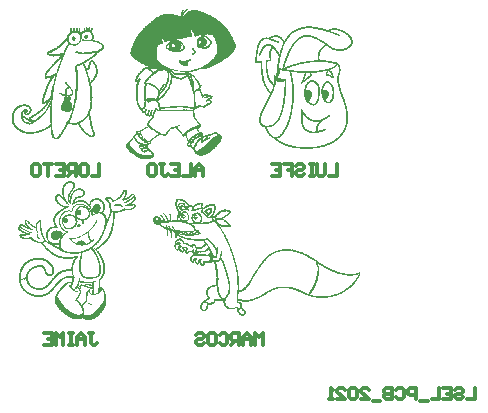
<source format=gbo>
G04*
G04 #@! TF.GenerationSoftware,Altium Limited,Altium Designer,21.2.1 (34)*
G04*
G04 Layer_Color=32896*
%FSLAX25Y25*%
%MOIN*%
G70*
G04*
G04 #@! TF.SameCoordinates,1D3D90CA-2CC7-45D0-A42F-5F1F34DB6ECE*
G04*
G04*
G04 #@! TF.FilePolarity,Positive*
G04*
G01*
G75*
%ADD55C,0.01181*%
G36*
X121182Y138338D02*
X121089D01*
Y138244D01*
X120995D01*
Y138150D01*
X120901D01*
Y138057D01*
X120714D01*
Y137963D01*
X120620D01*
Y137869D01*
X120526D01*
Y137776D01*
X120433D01*
Y137682D01*
X120339D01*
Y137588D01*
X120245D01*
Y137494D01*
X120151D01*
Y137401D01*
X120058D01*
Y137213D01*
X119964D01*
Y136745D01*
X119870D01*
Y136463D01*
X119777D01*
Y136276D01*
X119683D01*
Y136182D01*
X119589D01*
Y135808D01*
X119777D01*
Y136182D01*
X119870D01*
Y136370D01*
X119964D01*
Y136463D01*
X120058D01*
Y136651D01*
X120151D01*
Y136745D01*
X120245D01*
Y136838D01*
X120339D01*
Y136932D01*
X120433D01*
Y137026D01*
X120526D01*
Y137119D01*
X120620D01*
Y137213D01*
X120714D01*
Y137307D01*
X120808D01*
Y137401D01*
X120995D01*
Y137494D01*
X121089D01*
Y137588D01*
X121182D01*
Y137682D01*
X121276D01*
Y137776D01*
X121464D01*
Y137869D01*
X121745D01*
Y137963D01*
X121932D01*
Y138057D01*
X122213D01*
Y138150D01*
X122588D01*
Y138244D01*
X122682D01*
Y138338D01*
X124087D01*
Y138244D01*
X124275D01*
Y138150D01*
X124556D01*
Y138057D01*
X125025D01*
Y137963D01*
X125399D01*
Y137869D01*
X125681D01*
Y137776D01*
X126055D01*
Y137682D01*
X126243D01*
Y137588D01*
X126524D01*
Y137494D01*
X126618D01*
Y137401D01*
X126993D01*
Y137307D01*
X127180D01*
Y137213D01*
X127367D01*
Y137119D01*
X127555D01*
Y137026D01*
X127742D01*
Y136932D01*
X127836D01*
Y136838D01*
X128023D01*
Y136745D01*
X128398D01*
Y136651D01*
X128586D01*
Y136557D01*
X128679D01*
Y136463D01*
X128867D01*
Y136370D01*
X129054D01*
Y136276D01*
X129148D01*
Y136182D01*
X129335D01*
Y136089D01*
X129616D01*
Y135901D01*
X129898D01*
Y135808D01*
X130085D01*
Y135714D01*
X130272D01*
Y135620D01*
X130460D01*
Y135526D01*
X130554D01*
Y135433D01*
X130647D01*
Y135339D01*
X130835D01*
Y135245D01*
X130929D01*
Y135152D01*
X131022D01*
Y135058D01*
X131303D01*
Y134964D01*
X131397D01*
Y134777D01*
X131491D01*
Y134683D01*
X131772D01*
Y134589D01*
X131866D01*
Y134495D01*
X131959D01*
Y134402D01*
X132147D01*
Y134308D01*
X132240D01*
Y134214D01*
X132334D01*
Y134121D01*
X132428D01*
Y134027D01*
X132522D01*
Y133933D01*
X132615D01*
Y133839D01*
X132709D01*
Y133746D01*
X132803D01*
Y133652D01*
X132896D01*
Y133558D01*
X132990D01*
Y133465D01*
X133084D01*
Y133371D01*
X133178D01*
Y133277D01*
X133271D01*
Y133184D01*
X133365D01*
Y133090D01*
X133459D01*
Y132996D01*
X133553D01*
Y132902D01*
X133646D01*
Y132809D01*
X133740D01*
Y132715D01*
X133834D01*
Y132621D01*
X133927D01*
Y132527D01*
X134021D01*
Y132340D01*
X134115D01*
Y132246D01*
X134209D01*
Y132153D01*
X134302D01*
Y132059D01*
X134396D01*
Y131965D01*
X134490D01*
Y131871D01*
X134583D01*
Y131684D01*
X134677D01*
Y131403D01*
X134771D01*
Y131309D01*
X134864D01*
Y131122D01*
X134958D01*
Y131028D01*
X135052D01*
Y130934D01*
X135146D01*
Y130841D01*
X135239D01*
Y130653D01*
X135333D01*
Y130466D01*
X135427D01*
Y130372D01*
X135520D01*
Y130091D01*
X135614D01*
Y129997D01*
X135708D01*
Y129904D01*
X135802D01*
Y129716D01*
X135895D01*
Y129435D01*
X135989D01*
Y129248D01*
X136083D01*
Y129154D01*
X136176D01*
Y128873D01*
X136270D01*
Y128779D01*
X136364D01*
Y128592D01*
X136458D01*
Y128310D01*
X136551D01*
Y128123D01*
X136645D01*
Y127936D01*
X136739D01*
Y127654D01*
X136832D01*
Y127467D01*
X136926D01*
Y127373D01*
X137020D01*
Y127186D01*
X137114D01*
Y126811D01*
X137207D01*
Y126436D01*
X137301D01*
Y126342D01*
X137207D01*
Y125968D01*
X137301D01*
Y125780D01*
X137207D01*
Y125687D01*
X137114D01*
Y125312D01*
X137020D01*
Y125124D01*
X136926D01*
Y125031D01*
X136832D01*
Y124843D01*
X136739D01*
Y124749D01*
X136645D01*
Y124562D01*
X136551D01*
Y124374D01*
X136458D01*
Y124281D01*
X136364D01*
Y124187D01*
X136270D01*
Y124093D01*
X136176D01*
Y124000D01*
X136083D01*
Y123906D01*
X135989D01*
Y123812D01*
X135895D01*
Y123719D01*
X135802D01*
Y123625D01*
X135708D01*
Y123531D01*
X135614D01*
Y123437D01*
X135520D01*
Y123344D01*
X135427D01*
Y123250D01*
X135333D01*
Y123156D01*
X135239D01*
Y123063D01*
X135146D01*
Y122969D01*
X135052D01*
Y122875D01*
X134958D01*
Y122781D01*
X134771D01*
Y122688D01*
X134677D01*
Y122594D01*
X134583D01*
Y122500D01*
X134490D01*
Y122406D01*
X134302D01*
Y122313D01*
X134209D01*
Y122219D01*
X134115D01*
Y122125D01*
X134021D01*
Y122032D01*
X133834D01*
Y121938D01*
X133740D01*
Y121844D01*
X133459D01*
Y121750D01*
X133365D01*
Y121657D01*
X133271D01*
Y121563D01*
X133084D01*
Y121469D01*
X132990D01*
Y121376D01*
X132803D01*
Y121282D01*
X132615D01*
Y121188D01*
X132522D01*
Y121095D01*
X132334D01*
Y121001D01*
X132147D01*
Y120907D01*
X132053D01*
Y120813D01*
X131866D01*
Y120720D01*
X131772D01*
Y120626D01*
X131491D01*
Y120532D01*
X131397D01*
Y120439D01*
X131210D01*
Y120345D01*
X131022D01*
Y120251D01*
X130929D01*
Y120157D01*
X130741D01*
Y120064D01*
X130554D01*
Y119970D01*
X130366D01*
Y119876D01*
X130085D01*
Y119782D01*
X129898D01*
Y119689D01*
X129710D01*
Y119595D01*
X129616D01*
Y119501D01*
X129335D01*
Y119408D01*
X129148D01*
Y119314D01*
X128867D01*
Y119220D01*
X128586D01*
Y119126D01*
X128398D01*
Y119033D01*
X128117D01*
Y118939D01*
X128023D01*
Y118845D01*
X127555D01*
Y118752D01*
X127180D01*
Y118658D01*
X126711D01*
Y118564D01*
X125587D01*
Y118471D01*
X125025D01*
Y118377D01*
X124650D01*
Y118283D01*
X124556D01*
Y118189D01*
X124275D01*
Y118096D01*
X123994D01*
Y118002D01*
X123619D01*
Y117908D01*
X123338D01*
Y117815D01*
X123057D01*
Y117721D01*
X122682D01*
Y117627D01*
X122588D01*
Y117533D01*
X121651D01*
Y117440D01*
X121557D01*
Y117346D01*
X121932D01*
Y117252D01*
X122213D01*
Y117159D01*
X122401D01*
Y117065D01*
X122494D01*
Y116971D01*
X122588D01*
Y116877D01*
X122775D01*
Y116784D01*
X122869D01*
Y116690D01*
X122963D01*
Y116596D01*
X123244D01*
Y116315D01*
X123338D01*
Y116221D01*
X123431D01*
Y116128D01*
X123525D01*
Y116034D01*
X123619D01*
Y115940D01*
X123806D01*
Y115753D01*
X123900D01*
Y115659D01*
X123994D01*
Y115472D01*
X124087D01*
Y115378D01*
X124181D01*
Y115284D01*
X124275D01*
Y115191D01*
X124369D01*
Y115097D01*
X124462D01*
Y114910D01*
X124556D01*
Y114722D01*
X124650D01*
Y114628D01*
X124743D01*
Y114535D01*
X124837D01*
Y114347D01*
X124931D01*
Y114253D01*
X125025D01*
Y114160D01*
X125118D01*
Y113972D01*
X125212D01*
Y113879D01*
X125306D01*
Y113598D01*
X125399D01*
Y113410D01*
X125774D01*
Y113316D01*
X125868D01*
Y112942D01*
X125774D01*
Y112567D01*
X125681D01*
Y112473D01*
X125587D01*
Y112285D01*
X125493D01*
Y112192D01*
X125399D01*
Y111817D01*
X125493D01*
Y111629D01*
X125587D01*
Y111348D01*
X125774D01*
Y110974D01*
X125868D01*
Y110880D01*
X125962D01*
Y110599D01*
X126055D01*
Y110224D01*
X126149D01*
Y110036D01*
X126243D01*
Y109943D01*
X126430D01*
Y110036D01*
X126524D01*
Y110130D01*
X126805D01*
Y110224D01*
X127648D01*
Y110130D01*
X128023D01*
Y110036D01*
X128117D01*
Y109943D01*
X128773D01*
Y109849D01*
X128961D01*
Y109755D01*
X129148D01*
Y109661D01*
X129242D01*
Y109568D01*
X129429D01*
Y109474D01*
X129523D01*
Y109193D01*
X129429D01*
Y109005D01*
X129335D01*
Y108912D01*
X129242D01*
Y108818D01*
X129148D01*
Y108724D01*
X128867D01*
Y108631D01*
X128773D01*
Y108537D01*
X128586D01*
Y108443D01*
X128492D01*
Y108256D01*
X128679D01*
Y108162D01*
X129054D01*
Y108068D01*
X129148D01*
Y107975D01*
X129242D01*
Y107787D01*
X129335D01*
Y107225D01*
X129242D01*
Y107131D01*
X128961D01*
Y107038D01*
X128867D01*
Y106944D01*
X128679D01*
Y106756D01*
X128586D01*
Y106663D01*
X128398D01*
Y106569D01*
X128117D01*
Y106475D01*
X127836D01*
Y106382D01*
X127742D01*
Y106288D01*
X127555D01*
Y106194D01*
X127461D01*
Y106100D01*
X127367D01*
Y106007D01*
X127274D01*
Y105913D01*
X127180D01*
Y105819D01*
X127086D01*
Y105726D01*
X126993D01*
Y105632D01*
X126243D01*
Y105726D01*
X126149D01*
Y105819D01*
X125587D01*
Y105913D01*
X125399D01*
Y106007D01*
X125212D01*
Y105913D01*
X125025D01*
Y105819D01*
X124837D01*
Y105726D01*
X124650D01*
Y105632D01*
X124462D01*
Y105726D01*
X124275D01*
Y105163D01*
X123806D01*
Y105070D01*
X123713D01*
Y104976D01*
X123431D01*
Y104695D01*
X123338D01*
Y104507D01*
X123431D01*
Y103851D01*
X123525D01*
Y102821D01*
X123619D01*
Y102633D01*
X123713D01*
Y102539D01*
X123806D01*
Y102352D01*
X123900D01*
Y102258D01*
X123994D01*
Y102071D01*
X124087D01*
Y101883D01*
X124181D01*
Y101790D01*
X124275D01*
Y101696D01*
X124369D01*
Y101602D01*
X124462D01*
Y101415D01*
X124556D01*
Y101321D01*
X124650D01*
Y101227D01*
X124743D01*
Y100946D01*
X124931D01*
Y100853D01*
X125025D01*
Y100759D01*
X125118D01*
Y100478D01*
X125212D01*
Y100384D01*
X125306D01*
Y100290D01*
X125399D01*
Y100197D01*
X125493D01*
Y100103D01*
X125587D01*
Y100009D01*
X125681D01*
Y99915D01*
X125774D01*
Y99728D01*
X125681D01*
Y99634D01*
X125587D01*
Y99541D01*
X125493D01*
Y99353D01*
X125399D01*
Y99259D01*
X125306D01*
Y99166D01*
X125212D01*
Y99072D01*
X125118D01*
Y98978D01*
X125025D01*
Y98884D01*
X124931D01*
Y98791D01*
X124837D01*
Y98697D01*
X124743D01*
Y98322D01*
X124837D01*
Y98135D01*
X124931D01*
Y97947D01*
X125025D01*
Y97854D01*
X125118D01*
Y97666D01*
X125212D01*
Y97572D01*
X125962D01*
Y97479D01*
X126055D01*
Y97385D01*
X126243D01*
Y96729D01*
X126149D01*
Y96542D01*
X126243D01*
Y96448D01*
X126337D01*
Y96354D01*
X126805D01*
Y96448D01*
X126899D01*
Y96542D01*
X127086D01*
Y96635D01*
X127461D01*
Y96542D01*
X127836D01*
Y96635D01*
X127930D01*
Y96729D01*
X128117D01*
Y96823D01*
X128305D01*
Y96917D01*
X128586D01*
Y97010D01*
X128679D01*
Y96917D01*
X129054D01*
Y97010D01*
X129335D01*
Y97198D01*
X129523D01*
Y97291D01*
X129710D01*
Y97385D01*
X129991D01*
Y97479D01*
X131022D01*
Y97385D01*
X131210D01*
Y97291D01*
X131303D01*
Y97198D01*
X131397D01*
Y97104D01*
X131491D01*
Y97010D01*
X131585D01*
Y96917D01*
X131678D01*
Y96823D01*
X131866D01*
Y96729D01*
X131959D01*
Y96635D01*
X132053D01*
Y96542D01*
X132240D01*
Y96448D01*
X132334D01*
Y96354D01*
X132428D01*
Y96261D01*
X132522D01*
Y96167D01*
X132615D01*
Y95417D01*
X132522D01*
Y95136D01*
X132428D01*
Y94949D01*
X132334D01*
Y94761D01*
X132240D01*
Y94667D01*
X132147D01*
Y94386D01*
X132053D01*
Y94293D01*
X131959D01*
Y94105D01*
X131866D01*
Y94011D01*
X131772D01*
Y93824D01*
X131678D01*
Y93730D01*
X131585D01*
Y93637D01*
X131491D01*
Y93543D01*
X131397D01*
Y93449D01*
X131303D01*
Y93355D01*
X131210D01*
Y93168D01*
X131116D01*
Y93074D01*
X131022D01*
Y92981D01*
X130929D01*
Y92887D01*
X130835D01*
Y92793D01*
X130741D01*
Y92699D01*
X130647D01*
Y92606D01*
X130554D01*
Y92512D01*
X130460D01*
Y92418D01*
X130366D01*
Y92325D01*
X130272D01*
Y92137D01*
X130179D01*
Y92044D01*
X129991D01*
Y91950D01*
X129898D01*
Y91856D01*
X129804D01*
Y91762D01*
X129710D01*
Y91669D01*
X129616D01*
Y91575D01*
X129429D01*
Y91481D01*
X129335D01*
Y91387D01*
X129242D01*
Y91294D01*
X129148D01*
Y91200D01*
X129054D01*
Y91106D01*
X128961D01*
Y91013D01*
X128773D01*
Y90919D01*
X128586D01*
Y90825D01*
X128492D01*
Y90732D01*
X128211D01*
Y90638D01*
X128023D01*
Y90544D01*
X127930D01*
Y90450D01*
X127836D01*
Y90357D01*
X127648D01*
Y90263D01*
X127461D01*
Y90169D01*
X127274D01*
Y90075D01*
X127086D01*
Y89982D01*
X126711D01*
Y89888D01*
X126524D01*
Y89794D01*
X126430D01*
Y89701D01*
X126055D01*
Y89607D01*
X125306D01*
Y89513D01*
X125118D01*
Y89607D01*
X124931D01*
Y89701D01*
X124837D01*
Y89794D01*
X124743D01*
Y89888D01*
X124369D01*
Y89982D01*
X124275D01*
Y90075D01*
X124181D01*
Y90169D01*
X124087D01*
Y90263D01*
X123994D01*
Y90357D01*
X123900D01*
Y90450D01*
X123806D01*
Y90544D01*
X123713D01*
Y90638D01*
X123619D01*
Y90732D01*
X123525D01*
Y90825D01*
X123431D01*
Y91106D01*
X123338D01*
Y91200D01*
X123244D01*
Y91294D01*
X123150D01*
Y91481D01*
X123057D01*
Y91575D01*
X122963D01*
Y91669D01*
X122869D01*
Y91856D01*
X122775D01*
Y91950D01*
X122682D01*
Y92044D01*
X122588D01*
Y92137D01*
X122494D01*
Y92325D01*
X122401D01*
Y92418D01*
X122307D01*
Y92512D01*
X122213D01*
Y92699D01*
X122119D01*
Y92793D01*
X121464D01*
Y92887D01*
X121276D01*
Y92981D01*
X121182D01*
Y93074D01*
X121089D01*
Y94011D01*
X121182D01*
Y94199D01*
X121276D01*
Y94574D01*
X121182D01*
Y94761D01*
X121089D01*
Y95042D01*
X120995D01*
Y95136D01*
X120901D01*
Y95323D01*
X120808D01*
Y95511D01*
X120714D01*
Y95792D01*
X120620D01*
Y96167D01*
X120526D01*
Y96261D01*
X120245D01*
Y96167D01*
X119870D01*
Y96073D01*
X119589D01*
Y96167D01*
X119495D01*
Y96354D01*
X119402D01*
Y96542D01*
X119308D01*
Y96635D01*
X119214D01*
Y96823D01*
X119121D01*
Y96917D01*
X119027D01*
Y97010D01*
X118933D01*
Y97104D01*
X118840D01*
Y97291D01*
X118746D01*
Y97385D01*
X118652D01*
Y97479D01*
X118558D01*
Y97572D01*
X118465D01*
Y97666D01*
X118371D01*
Y97760D01*
X118277D01*
Y97854D01*
X118184D01*
Y98041D01*
X118090D01*
Y98135D01*
X117996D01*
Y98229D01*
X117902D01*
Y98322D01*
X117809D01*
Y98416D01*
X117715D01*
Y98510D01*
X117621D01*
Y98697D01*
X117527D01*
Y98791D01*
X117434D01*
Y98884D01*
X117340D01*
Y98978D01*
X117153D01*
Y99072D01*
X117059D01*
Y98978D01*
X116965D01*
Y98884D01*
X116590D01*
Y98791D01*
X116216D01*
Y98697D01*
X115934D01*
Y98603D01*
X115559D01*
Y98510D01*
X115372D01*
Y98416D01*
X115278D01*
Y98135D01*
X115185D01*
Y98041D01*
X115091D01*
Y97854D01*
X114997D01*
Y97760D01*
X114904D01*
Y97666D01*
X114810D01*
Y97479D01*
X114716D01*
Y97385D01*
X114622D01*
Y97198D01*
X114529D01*
Y97104D01*
X114435D01*
Y97010D01*
X114341D01*
Y96917D01*
X114248D01*
Y96635D01*
X114154D01*
Y96542D01*
X114060D01*
Y96448D01*
X113966D01*
Y96354D01*
X113873D01*
Y96261D01*
X113592D01*
Y96167D01*
X113498D01*
Y96261D01*
X113217D01*
Y96354D01*
X113029D01*
Y96448D01*
X112936D01*
Y96542D01*
X112654D01*
Y96635D01*
X112467D01*
Y96729D01*
X111905D01*
Y96635D01*
X111811D01*
Y96542D01*
X111717D01*
Y96448D01*
X111624D01*
Y96354D01*
X111436D01*
Y96261D01*
X111249D01*
Y96167D01*
X110968D01*
Y96073D01*
X110874D01*
Y95979D01*
X110687D01*
Y95886D01*
X110593D01*
Y95792D01*
X110405D01*
Y95698D01*
X110312D01*
Y95605D01*
X110218D01*
Y95511D01*
X110124D01*
Y95417D01*
X110030D01*
Y95323D01*
X109843D01*
Y95230D01*
X109749D01*
Y95136D01*
X109562D01*
Y95042D01*
X109468D01*
Y94949D01*
X109374D01*
Y94855D01*
X109281D01*
Y94761D01*
X109187D01*
Y94667D01*
X109093D01*
Y94574D01*
X109000D01*
Y94480D01*
X108906D01*
Y94199D01*
X109000D01*
Y93637D01*
X108719D01*
Y93543D01*
X108250D01*
Y93449D01*
X108156D01*
Y93355D01*
X107969D01*
Y93074D01*
X107875D01*
Y92699D01*
X107969D01*
Y92418D01*
X108063D01*
Y92231D01*
X108156D01*
Y92137D01*
X108250D01*
Y92044D01*
X108344D01*
Y91950D01*
X108437D01*
Y91856D01*
X108531D01*
Y91762D01*
X108625D01*
Y91669D01*
X108719D01*
Y91575D01*
X108812D01*
Y91481D01*
X108906D01*
Y91387D01*
X109000D01*
Y91294D01*
X109093D01*
Y91200D01*
X109187D01*
Y91106D01*
X109281D01*
Y91013D01*
X109374D01*
Y90919D01*
X109468D01*
Y90825D01*
X109562D01*
Y90732D01*
X109656D01*
Y90638D01*
X109749D01*
Y90544D01*
X109843D01*
Y90450D01*
X109749D01*
Y90357D01*
X109843D01*
Y90263D01*
X109937D01*
Y89888D01*
X109843D01*
Y89326D01*
X109749D01*
Y89232D01*
X109656D01*
Y89045D01*
X109562D01*
Y88951D01*
X109281D01*
Y88857D01*
X109000D01*
Y88763D01*
X108719D01*
Y88670D01*
X108156D01*
Y88576D01*
X107219D01*
Y88670D01*
X106188D01*
Y88763D01*
X105345D01*
Y88857D01*
X104970D01*
Y88951D01*
X104782D01*
Y89045D01*
X104595D01*
Y89138D01*
X104501D01*
Y89232D01*
X104408D01*
Y89326D01*
X104314D01*
Y89420D01*
X104127D01*
Y89513D01*
X103939D01*
Y89607D01*
X103845D01*
Y89701D01*
X103752D01*
Y89794D01*
X103658D01*
Y89888D01*
X103471D01*
Y89982D01*
X103377D01*
Y90075D01*
X103189D01*
Y90169D01*
X102908D01*
Y90263D01*
X102815D01*
Y90357D01*
X102721D01*
Y90450D01*
X102533D01*
Y90544D01*
X102440D01*
Y90638D01*
X102159D01*
Y90732D01*
X102065D01*
Y90825D01*
X101971D01*
Y90919D01*
X101877D01*
Y91106D01*
X101784D01*
Y91200D01*
X101690D01*
Y91294D01*
X101596D01*
Y91387D01*
X101503D01*
Y91481D01*
X101409D01*
Y91575D01*
X101315D01*
Y91762D01*
X101221D01*
Y91856D01*
X101128D01*
Y91950D01*
X101034D01*
Y92044D01*
X100940D01*
Y92137D01*
X100847D01*
Y92325D01*
X100753D01*
Y93543D01*
X100847D01*
Y93637D01*
X101034D01*
Y93824D01*
X101128D01*
Y93918D01*
X101221D01*
Y94011D01*
X101315D01*
Y94105D01*
X101409D01*
Y94293D01*
X101503D01*
Y94574D01*
X101596D01*
Y94667D01*
X101690D01*
Y94761D01*
X101877D01*
Y94855D01*
X101971D01*
Y94949D01*
X102159D01*
Y95042D01*
X102252D01*
Y95136D01*
X102346D01*
Y95230D01*
X102440D01*
Y95323D01*
X102533D01*
Y95511D01*
X102627D01*
Y95605D01*
X102721D01*
Y95698D01*
X102815D01*
Y95979D01*
X102908D01*
Y96073D01*
X103002D01*
Y96167D01*
X103096D01*
Y96261D01*
X103189D01*
Y96354D01*
X103283D01*
Y96448D01*
X103377D01*
Y96542D01*
X103564D01*
Y96635D01*
X103658D01*
Y96729D01*
X103752D01*
Y96823D01*
X104033D01*
Y97854D01*
X104220D01*
Y97947D01*
X104314D01*
Y98041D01*
X105345D01*
Y98135D01*
X105532D01*
Y98229D01*
X105720D01*
Y98322D01*
X105813D01*
Y98416D01*
X105907D01*
Y98510D01*
X106095D01*
Y98603D01*
X106188D01*
Y98697D01*
X106376D01*
Y98791D01*
X106657D01*
Y98884D01*
X106844D01*
Y98978D01*
X107032D01*
Y99072D01*
X107125D01*
Y99166D01*
X107313D01*
Y99259D01*
X107500D01*
Y99353D01*
X107781D01*
Y99447D01*
X107875D01*
Y99541D01*
X107969D01*
Y99634D01*
X107875D01*
Y99728D01*
X107781D01*
Y99822D01*
X107688D01*
Y100009D01*
X107594D01*
Y100384D01*
X107688D01*
Y100478D01*
X107781D01*
Y100571D01*
X107688D01*
Y100665D01*
X107781D01*
Y100759D01*
X107875D01*
Y100853D01*
X107969D01*
Y101134D01*
X108063D01*
Y101227D01*
X108156D01*
Y101321D01*
X108250D01*
Y101508D01*
X108344D01*
Y101602D01*
X108437D01*
Y101696D01*
X108531D01*
Y101790D01*
X108625D01*
Y101883D01*
X108719D01*
Y102071D01*
X108906D01*
Y102164D01*
X109000D01*
Y102352D01*
X109093D01*
Y102446D01*
X109187D01*
Y102539D01*
X109281D01*
Y102727D01*
X109187D01*
Y102821D01*
X108719D01*
Y102727D01*
X108156D01*
Y102821D01*
X108063D01*
Y102914D01*
X107688D01*
Y103008D01*
X107594D01*
Y103102D01*
X107406D01*
Y103195D01*
X107313D01*
Y103289D01*
X107219D01*
Y103383D01*
X107125D01*
Y103477D01*
X107032D01*
Y103570D01*
X107125D01*
Y103664D01*
X107032D01*
Y103758D01*
X106938D01*
Y104039D01*
X106844D01*
Y103945D01*
X106657D01*
Y103851D01*
X106095D01*
Y103945D01*
X106001D01*
Y104039D01*
X105813D01*
Y104132D01*
X105720D01*
Y104414D01*
X105813D01*
Y104507D01*
X105720D01*
Y104601D01*
X105626D01*
Y104788D01*
X105532D01*
Y104882D01*
X105438D01*
Y104976D01*
X105345D01*
Y105163D01*
X105251D01*
Y105351D01*
X105157D01*
Y105444D01*
X105064D01*
Y105632D01*
X104970D01*
Y105726D01*
X104876D01*
Y105819D01*
X104782D01*
Y106007D01*
X104689D01*
Y106194D01*
X104595D01*
Y106382D01*
X104501D01*
Y106569D01*
X104408D01*
Y106663D01*
X104314D01*
Y107131D01*
X104220D01*
Y107881D01*
X104127D01*
Y108443D01*
X104033D01*
Y109849D01*
X103939D01*
Y111536D01*
X104033D01*
Y112942D01*
X104127D01*
Y113598D01*
X104220D01*
Y114066D01*
X104314D01*
Y114441D01*
X103752D01*
Y114535D01*
X103658D01*
Y114722D01*
X103564D01*
Y114816D01*
X103658D01*
Y115191D01*
X103752D01*
Y115284D01*
X103845D01*
Y115659D01*
X103939D01*
Y115847D01*
X104033D01*
Y116034D01*
X104127D01*
Y116128D01*
X104220D01*
Y116315D01*
X104314D01*
Y116596D01*
X104408D01*
Y116690D01*
X104501D01*
Y116877D01*
X104595D01*
Y116971D01*
X104689D01*
Y117065D01*
X104782D01*
Y117159D01*
X104876D01*
Y117252D01*
X104970D01*
Y117346D01*
X105064D01*
Y117440D01*
X105157D01*
Y117533D01*
X105251D01*
Y117627D01*
X105345D01*
Y117721D01*
X105438D01*
Y117815D01*
X105532D01*
Y117908D01*
X105626D01*
Y118002D01*
X105720D01*
Y118096D01*
X105813D01*
Y118189D01*
X105907D01*
Y118283D01*
X106001D01*
Y118377D01*
X106095D01*
Y118471D01*
X106188D01*
Y118564D01*
X106282D01*
Y118658D01*
X106376D01*
Y118752D01*
X106469D01*
Y118845D01*
X106563D01*
Y118939D01*
X106657D01*
Y119033D01*
X106751D01*
Y119126D01*
X106844D01*
Y119220D01*
X107219D01*
Y119314D01*
X108437D01*
Y119408D01*
X108063D01*
Y119501D01*
X107781D01*
Y119595D01*
X107688D01*
Y119689D01*
X107500D01*
Y119782D01*
X107125D01*
Y119876D01*
X106938D01*
Y119970D01*
X106751D01*
Y120064D01*
X106563D01*
Y120157D01*
X106282D01*
Y120251D01*
X106095D01*
Y120345D01*
X106001D01*
Y120439D01*
X105720D01*
Y120532D01*
X105532D01*
Y120626D01*
X105438D01*
Y120720D01*
X105251D01*
Y120813D01*
X105064D01*
Y120907D01*
X104970D01*
Y121001D01*
X104876D01*
Y121095D01*
X104689D01*
Y121188D01*
X104595D01*
Y121282D01*
X104314D01*
Y121376D01*
X104220D01*
Y121469D01*
X104033D01*
Y121563D01*
X103939D01*
Y121657D01*
X103845D01*
Y121750D01*
X103752D01*
Y121844D01*
X103658D01*
Y121938D01*
X103564D01*
Y122032D01*
X103471D01*
Y122125D01*
X103377D01*
Y122219D01*
X103283D01*
Y122313D01*
X103189D01*
Y122406D01*
X103096D01*
Y122500D01*
X103002D01*
Y122594D01*
X102908D01*
Y122688D01*
X102815D01*
Y122781D01*
X102721D01*
Y122875D01*
X102627D01*
Y122969D01*
X102533D01*
Y123063D01*
X102440D01*
Y123156D01*
X102346D01*
Y123250D01*
X102252D01*
Y123344D01*
X102159D01*
Y123531D01*
X102065D01*
Y124187D01*
X102159D01*
Y124656D01*
X102252D01*
Y125124D01*
X102346D01*
Y125499D01*
X102440D01*
Y125593D01*
X102533D01*
Y125874D01*
X102627D01*
Y126249D01*
X102721D01*
Y126436D01*
X102815D01*
Y126717D01*
X102908D01*
Y126905D01*
X103002D01*
Y127186D01*
X103096D01*
Y127280D01*
X103189D01*
Y127561D01*
X103283D01*
Y127748D01*
X103377D01*
Y127936D01*
X103471D01*
Y128123D01*
X103564D01*
Y128310D01*
X103658D01*
Y128592D01*
X103845D01*
Y128873D01*
X103939D01*
Y128966D01*
X104033D01*
Y129154D01*
X104127D01*
Y129341D01*
X104220D01*
Y129435D01*
X104314D01*
Y129622D01*
X104408D01*
Y129716D01*
X104501D01*
Y129810D01*
X104595D01*
Y129904D01*
X104689D01*
Y130091D01*
X104782D01*
Y130185D01*
X104876D01*
Y130372D01*
X104970D01*
Y130560D01*
X105064D01*
Y130653D01*
X105251D01*
Y130747D01*
X105345D01*
Y131028D01*
X105438D01*
Y131122D01*
X105532D01*
Y131216D01*
X105626D01*
Y131309D01*
X105720D01*
Y131403D01*
X105813D01*
Y131497D01*
X105907D01*
Y131590D01*
X106001D01*
Y131684D01*
X106095D01*
Y131778D01*
X106188D01*
Y131871D01*
X106282D01*
Y131965D01*
X106376D01*
Y132059D01*
X106469D01*
Y132153D01*
X106563D01*
Y132246D01*
X106657D01*
Y132340D01*
X106751D01*
Y132434D01*
X106844D01*
Y132527D01*
X106938D01*
Y132621D01*
X107032D01*
Y132715D01*
X107125D01*
Y132809D01*
X107219D01*
Y132902D01*
X107313D01*
Y132996D01*
X107406D01*
Y133090D01*
X107594D01*
Y133184D01*
X107688D01*
Y133277D01*
X107781D01*
Y133371D01*
X107969D01*
Y133465D01*
X108063D01*
Y133652D01*
X108156D01*
Y133746D01*
X108250D01*
Y133839D01*
X108344D01*
Y133933D01*
X108531D01*
Y134027D01*
X108719D01*
Y134121D01*
X108812D01*
Y134214D01*
X108906D01*
Y134308D01*
X109000D01*
Y134402D01*
X109093D01*
Y134495D01*
X109187D01*
Y134589D01*
X109281D01*
Y134683D01*
X109374D01*
Y134777D01*
X109562D01*
Y134870D01*
X109656D01*
Y134964D01*
X109749D01*
Y135058D01*
X109937D01*
Y135152D01*
X110030D01*
Y135245D01*
X110124D01*
Y135339D01*
X110218D01*
Y135433D01*
X110405D01*
Y135526D01*
X110499D01*
Y135620D01*
X110593D01*
Y135714D01*
X110780D01*
Y135808D01*
X110968D01*
Y135901D01*
X111249D01*
Y135995D01*
X111436D01*
Y136089D01*
X111624D01*
Y136182D01*
X111717D01*
Y136276D01*
X111905D01*
Y136370D01*
X112092D01*
Y136463D01*
X112280D01*
Y136557D01*
X112561D01*
Y136651D01*
X112748D01*
Y136745D01*
X113029D01*
Y136838D01*
X113123D01*
Y136932D01*
X113310D01*
Y137026D01*
X113404D01*
Y137119D01*
X115559D01*
Y137026D01*
X116122D01*
Y136932D01*
X116497D01*
Y136838D01*
X116590D01*
Y136745D01*
X117059D01*
Y136651D01*
X117434D01*
Y136557D01*
X117715D01*
Y136463D01*
X118090D01*
Y136370D01*
X118371D01*
Y136276D01*
X118465D01*
Y136182D01*
X118558D01*
Y136276D01*
X118652D01*
Y136182D01*
X118840D01*
Y136651D01*
X118933D01*
Y137307D01*
X119027D01*
Y137401D01*
X119121D01*
Y137776D01*
X119214D01*
Y137963D01*
X119308D01*
Y138244D01*
X119402D01*
Y138431D01*
X119964D01*
Y138244D01*
X119870D01*
Y138057D01*
X119777D01*
Y137963D01*
X119683D01*
Y137869D01*
X119589D01*
Y137494D01*
X119683D01*
Y137588D01*
X119777D01*
Y137682D01*
X119870D01*
Y137776D01*
X119964D01*
Y137869D01*
X120058D01*
Y138057D01*
X120151D01*
Y138150D01*
X120339D01*
Y138244D01*
X120433D01*
Y138338D01*
X120526D01*
Y138431D01*
X120714D01*
Y138525D01*
X121182D01*
Y138338D01*
D02*
G37*
G36*
X88477Y132527D02*
X88570D01*
Y132246D01*
X88664D01*
Y131778D01*
X88570D01*
Y131497D01*
X88758D01*
Y131590D01*
X88851D01*
Y131684D01*
X88945D01*
Y131871D01*
X89039D01*
Y131965D01*
X89132D01*
Y132340D01*
X89507D01*
Y131497D01*
X89414D01*
Y131309D01*
X89320D01*
Y130841D01*
X89414D01*
Y130747D01*
X89507D01*
Y130653D01*
X89601D01*
Y130372D01*
X89695D01*
Y130185D01*
X89788D01*
Y129810D01*
X89882D01*
Y129716D01*
X89976D01*
Y128873D01*
X89882D01*
Y128779D01*
X89788D01*
Y128404D01*
X89882D01*
Y128310D01*
X90070D01*
Y128217D01*
X90444D01*
Y128123D01*
X90913D01*
Y128029D01*
X91194D01*
Y127936D01*
X91288D01*
Y127842D01*
X91569D01*
Y127748D01*
X91663D01*
Y127654D01*
X91756D01*
Y127748D01*
X91850D01*
Y127654D01*
X91944D01*
Y127561D01*
X92037D01*
Y127467D01*
X92131D01*
Y127373D01*
X92319D01*
Y127280D01*
X92412D01*
Y127186D01*
X92600D01*
Y127092D01*
X92787D01*
Y126998D01*
X92881D01*
Y126905D01*
X92975D01*
Y126717D01*
X93068D01*
Y126530D01*
X93162D01*
Y126436D01*
X93256D01*
Y126249D01*
X93349D01*
Y125499D01*
X93256D01*
Y125312D01*
X93162D01*
Y125218D01*
X93068D01*
Y125124D01*
X92975D01*
Y125031D01*
X92881D01*
Y124937D01*
X92787D01*
Y124843D01*
X92694D01*
Y124749D01*
X92600D01*
Y124656D01*
X92412D01*
Y124562D01*
X92225D01*
Y124468D01*
X91944D01*
Y124374D01*
X91756D01*
Y124281D01*
X91569D01*
Y124187D01*
X91475D01*
Y124093D01*
X91194D01*
Y124000D01*
X90913D01*
Y123531D01*
X90819D01*
Y123437D01*
X90726D01*
Y123250D01*
X90632D01*
Y123156D01*
X90538D01*
Y123063D01*
X90351D01*
Y122969D01*
X90257D01*
Y122875D01*
X90163D01*
Y122781D01*
X90070D01*
Y122688D01*
X89976D01*
Y122594D01*
X89882D01*
Y122500D01*
X89695D01*
Y122406D01*
X89601D01*
Y122313D01*
X89507D01*
Y122219D01*
X89414D01*
Y122125D01*
X89320D01*
Y122032D01*
X89132D01*
Y121938D01*
X89039D01*
Y121844D01*
X88758D01*
Y121657D01*
X88664D01*
Y121563D01*
X88570D01*
Y121469D01*
X88383D01*
Y121376D01*
X88102D01*
Y121282D01*
X88008D01*
Y121188D01*
X87727D01*
Y121095D01*
X87633D01*
Y121001D01*
X87446D01*
Y120907D01*
X87352D01*
Y120813D01*
X87164D01*
Y120720D01*
X86977D01*
Y120626D01*
X86790D01*
Y120439D01*
X86883D01*
Y120251D01*
X86977D01*
Y120064D01*
X87071D01*
Y119782D01*
X87164D01*
Y119595D01*
X87258D01*
Y119314D01*
X87352D01*
Y119220D01*
X87446D01*
Y118939D01*
X87539D01*
Y118752D01*
X87727D01*
Y118845D01*
X87914D01*
Y119126D01*
X88008D01*
Y119689D01*
X88102D01*
Y119970D01*
X88195D01*
Y120064D01*
X88289D01*
Y120532D01*
X88383D01*
Y120907D01*
X88477D01*
Y121001D01*
X88570D01*
Y121188D01*
X88664D01*
Y121282D01*
X88758D01*
Y121376D01*
X88851D01*
Y121469D01*
X89695D01*
Y121376D01*
X89788D01*
Y121282D01*
X89882D01*
Y121188D01*
X89976D01*
Y121095D01*
X90070D01*
Y121001D01*
X90163D01*
Y120907D01*
X90257D01*
Y120720D01*
X90351D01*
Y120626D01*
X90444D01*
Y120439D01*
X90538D01*
Y120345D01*
X90632D01*
Y120157D01*
X90726D01*
Y120064D01*
X90819D01*
Y119782D01*
X90913D01*
Y119314D01*
X91007D01*
Y119220D01*
X91100D01*
Y118564D01*
X91194D01*
Y117065D01*
X91100D01*
Y116784D01*
X91007D01*
Y116690D01*
X90913D01*
Y116409D01*
X90819D01*
Y116034D01*
X90726D01*
Y115940D01*
X90632D01*
Y115847D01*
X90538D01*
Y115659D01*
X90444D01*
Y115566D01*
X90351D01*
Y115378D01*
X90257D01*
Y115191D01*
X90163D01*
Y115097D01*
X90070D01*
Y114910D01*
X89976D01*
Y114816D01*
X89882D01*
Y114722D01*
X89788D01*
Y114628D01*
X89695D01*
Y114441D01*
X89601D01*
Y114347D01*
X89507D01*
Y114253D01*
X89320D01*
Y114160D01*
X89226D01*
Y114066D01*
X89132D01*
Y113972D01*
X89039D01*
Y113879D01*
X88945D01*
Y113785D01*
X88851D01*
Y113691D01*
X88945D01*
Y113504D01*
X89039D01*
Y113410D01*
X89132D01*
Y113035D01*
X89226D01*
Y112004D01*
X89320D01*
Y111629D01*
X89414D01*
Y109287D01*
X89507D01*
Y109099D01*
X89414D01*
Y106569D01*
X89320D01*
Y106194D01*
X89226D01*
Y105444D01*
X89132D01*
Y105070D01*
X88945D01*
Y104695D01*
X88851D01*
Y104507D01*
X88758D01*
Y104226D01*
X88664D01*
Y104132D01*
X88570D01*
Y103851D01*
X88664D01*
Y103477D01*
X88758D01*
Y103008D01*
X88851D01*
Y102446D01*
X88945D01*
Y101883D01*
X89039D01*
Y101790D01*
X89132D01*
Y101227D01*
X89226D01*
Y100384D01*
X89320D01*
Y100103D01*
X89414D01*
Y99634D01*
X89507D01*
Y99259D01*
X89601D01*
Y98884D01*
X89695D01*
Y98697D01*
X89788D01*
Y98416D01*
X89882D01*
Y98229D01*
X89976D01*
Y98041D01*
X90070D01*
Y97760D01*
X90163D01*
Y97385D01*
X90257D01*
Y96635D01*
X90163D01*
Y96448D01*
X90070D01*
Y96261D01*
X89976D01*
Y96167D01*
X89882D01*
Y96073D01*
X89695D01*
Y95979D01*
X89601D01*
Y95886D01*
X89132D01*
Y95792D01*
X88945D01*
Y95886D01*
X88664D01*
Y95979D01*
X88477D01*
Y96073D01*
X88289D01*
Y96167D01*
X88195D01*
Y96261D01*
X88102D01*
Y96354D01*
X87914D01*
Y96448D01*
X87821D01*
Y96542D01*
X87727D01*
Y96635D01*
X87539D01*
Y96729D01*
X87446D01*
Y96823D01*
X87258D01*
Y96917D01*
X87164D01*
Y97010D01*
X87071D01*
Y97104D01*
X86977D01*
Y97198D01*
X86883D01*
Y97291D01*
X86790D01*
Y97385D01*
X86602D01*
Y97572D01*
X86509D01*
Y97666D01*
X86415D01*
Y97760D01*
X86321D01*
Y97854D01*
X86227D01*
Y97947D01*
X86134D01*
Y98041D01*
X86040D01*
Y98229D01*
X85946D01*
Y98322D01*
X85852D01*
Y98416D01*
X85759D01*
Y98510D01*
X85665D01*
Y98697D01*
X85571D01*
Y98791D01*
X85478D01*
Y98884D01*
X85384D01*
Y98978D01*
X85290D01*
Y99072D01*
X85197D01*
Y99259D01*
X85103D01*
Y99353D01*
X85009D01*
Y99541D01*
X84915D01*
Y99728D01*
X84822D01*
Y99822D01*
X84728D01*
Y99915D01*
X84634D01*
Y100103D01*
X84540D01*
Y100197D01*
X84259D01*
Y100103D01*
X82479D01*
Y100197D01*
X81916D01*
Y100290D01*
X81635D01*
Y100384D01*
X81354D01*
Y100290D01*
X81261D01*
Y100103D01*
X81167D01*
Y99915D01*
X81073D01*
Y99822D01*
X80979D01*
Y99447D01*
X80886D01*
Y99259D01*
X80792D01*
Y99166D01*
X80698D01*
Y99072D01*
X80604D01*
Y98978D01*
X80511D01*
Y98791D01*
X80417D01*
Y98510D01*
X80323D01*
Y98416D01*
X80230D01*
Y98229D01*
X80136D01*
Y98041D01*
X80042D01*
Y97760D01*
X79949D01*
Y97666D01*
X79855D01*
Y97479D01*
X79761D01*
Y97385D01*
X79667D01*
Y97198D01*
X79574D01*
Y97104D01*
X79480D01*
Y97010D01*
X79386D01*
Y96823D01*
X79293D01*
Y96729D01*
X79199D01*
Y96542D01*
X79105D01*
Y96448D01*
X79011D01*
Y96261D01*
X78918D01*
Y96167D01*
X78824D01*
Y96073D01*
X78730D01*
Y95979D01*
X78637D01*
Y95886D01*
X78543D01*
Y95792D01*
X78449D01*
Y95698D01*
X78355D01*
Y95605D01*
X78262D01*
Y95511D01*
X78168D01*
Y95417D01*
X78074D01*
Y95323D01*
X77887D01*
Y95230D01*
X77700D01*
Y95136D01*
X76762D01*
Y95230D01*
X76669D01*
Y95323D01*
X76575D01*
Y95511D01*
X76481D01*
Y95605D01*
X76294D01*
Y95698D01*
X76200D01*
Y95792D01*
X76106D01*
Y95979D01*
X76013D01*
Y96261D01*
X75919D01*
Y96542D01*
X75825D01*
Y96729D01*
X75731D01*
Y97385D01*
X75638D01*
Y98603D01*
X75544D01*
Y99259D01*
X75357D01*
Y99166D01*
X75263D01*
Y99072D01*
X75076D01*
Y98978D01*
X74888D01*
Y98884D01*
X74701D01*
Y98791D01*
X74607D01*
Y98697D01*
X74419D01*
Y98603D01*
X74232D01*
Y98510D01*
X74045D01*
Y98416D01*
X73857D01*
Y98322D01*
X73576D01*
Y98229D01*
X73389D01*
Y98135D01*
X73201D01*
Y98041D01*
X73107D01*
Y97947D01*
X73014D01*
Y97854D01*
X72920D01*
Y97947D01*
X72826D01*
Y97854D01*
X72733D01*
Y97760D01*
X72545D01*
Y97666D01*
X72264D01*
Y97572D01*
X71983D01*
Y97479D01*
X71608D01*
Y97385D01*
X71233D01*
Y97291D01*
X70671D01*
Y97198D01*
X70015D01*
Y97010D01*
X69265D01*
Y97104D01*
X69172D01*
Y97010D01*
X69078D01*
Y96917D01*
X68703D01*
Y97010D01*
X68516D01*
Y97104D01*
X68047D01*
Y97010D01*
X67391D01*
Y97104D01*
X67297D01*
Y97198D01*
X67016D01*
Y97291D01*
X66548D01*
Y97385D01*
X66079D01*
Y97479D01*
X65892D01*
Y97572D01*
X65704D01*
Y97666D01*
X65517D01*
Y97760D01*
X65236D01*
Y97854D01*
X65142D01*
Y97947D01*
X65048D01*
Y98041D01*
X64861D01*
Y98135D01*
X64767D01*
Y98229D01*
X64673D01*
Y98322D01*
X64486D01*
Y98416D01*
X64392D01*
Y98510D01*
X64298D01*
Y98603D01*
X64205D01*
Y98697D01*
X64111D01*
Y98791D01*
X63924D01*
Y98884D01*
X63830D01*
Y99072D01*
X63736D01*
Y99166D01*
X63643D01*
Y99259D01*
X63549D01*
Y99353D01*
X63455D01*
Y99447D01*
X63361D01*
Y99634D01*
X63268D01*
Y99728D01*
X63174D01*
Y99822D01*
X63080D01*
Y100009D01*
X62986D01*
Y100197D01*
X62893D01*
Y100384D01*
X62799D01*
Y100665D01*
X62705D01*
Y100759D01*
X62612D01*
Y100853D01*
X62518D01*
Y103289D01*
X62612D01*
Y103383D01*
X62705D01*
Y103664D01*
X62799D01*
Y103945D01*
X62893D01*
Y104132D01*
X62986D01*
Y104414D01*
X63080D01*
Y104507D01*
X63174D01*
Y104695D01*
X63268D01*
Y104976D01*
X63361D01*
Y105163D01*
X63549D01*
Y105257D01*
X63643D01*
Y105538D01*
X63736D01*
Y105632D01*
X63830D01*
Y105726D01*
X63924D01*
Y105819D01*
X64017D01*
Y105913D01*
X64111D01*
Y106007D01*
X64298D01*
Y106100D01*
X64392D01*
Y106194D01*
X64673D01*
Y106288D01*
X64767D01*
Y106382D01*
X64955D01*
Y106475D01*
X65048D01*
Y106569D01*
X65329D01*
Y106663D01*
X65517D01*
Y106756D01*
X66173D01*
Y106850D01*
X67297D01*
Y106756D01*
X67672D01*
Y106663D01*
X67860D01*
Y106569D01*
X68141D01*
Y106475D01*
X68328D01*
Y106288D01*
X68516D01*
Y106100D01*
X68609D01*
Y106007D01*
X68797D01*
Y105913D01*
X68890D01*
Y105819D01*
X68984D01*
Y105538D01*
X69078D01*
Y105257D01*
X69172D01*
Y104695D01*
X69078D01*
Y104226D01*
X68984D01*
Y103945D01*
X68890D01*
Y103851D01*
X68797D01*
Y103758D01*
X68703D01*
Y103664D01*
X68609D01*
Y103570D01*
X68516D01*
Y103477D01*
X68328D01*
Y103383D01*
X68234D01*
Y103289D01*
X67953D01*
Y103195D01*
X67110D01*
Y103289D01*
X66922D01*
Y103383D01*
X66829D01*
Y103477D01*
X66735D01*
Y103570D01*
X66641D01*
Y104226D01*
X66548D01*
Y104132D01*
X66454D01*
Y103945D01*
X66360D01*
Y103851D01*
X66266D01*
Y103477D01*
X66173D01*
Y103008D01*
X66360D01*
Y103102D01*
X66454D01*
Y103008D01*
X66548D01*
Y102914D01*
X66641D01*
Y102821D01*
X66922D01*
Y102727D01*
X67016D01*
Y102633D01*
X67204D01*
Y102539D01*
X67297D01*
Y102446D01*
X67485D01*
Y102352D01*
X67578D01*
Y102258D01*
X67672D01*
Y102164D01*
X67860D01*
Y102071D01*
X68047D01*
Y101977D01*
X68234D01*
Y101883D01*
X68328D01*
Y101790D01*
X68422D01*
Y101883D01*
X68328D01*
Y102352D01*
X68422D01*
Y102539D01*
X68516D01*
Y102633D01*
X68703D01*
Y102727D01*
X68890D01*
Y102821D01*
X69078D01*
Y102914D01*
X69172D01*
Y103008D01*
X69265D01*
Y103102D01*
X69453D01*
Y103195D01*
X69546D01*
Y103289D01*
X69734D01*
Y103383D01*
X69921D01*
Y103477D01*
X70015D01*
Y103570D01*
X70202D01*
Y103664D01*
X70296D01*
Y103758D01*
X70483D01*
Y103851D01*
X70577D01*
Y103945D01*
X70765D01*
Y104039D01*
X70858D01*
Y104132D01*
X71140D01*
Y104226D01*
X71233D01*
Y104320D01*
X71327D01*
Y104414D01*
X71421D01*
Y104507D01*
X71608D01*
Y104601D01*
X71702D01*
Y104695D01*
X71795D01*
Y104788D01*
X71889D01*
Y104882D01*
X72077D01*
Y104976D01*
X72170D01*
Y105070D01*
X72264D01*
Y105163D01*
X72358D01*
Y105257D01*
X72452D01*
Y105351D01*
X72545D01*
Y105444D01*
X72639D01*
Y105538D01*
X72733D01*
Y105632D01*
X72826D01*
Y105726D01*
X72920D01*
Y105819D01*
X73014D01*
Y105913D01*
X73107D01*
Y106007D01*
X73201D01*
Y106100D01*
X73295D01*
Y106194D01*
X73389D01*
Y106382D01*
X73482D01*
Y106475D01*
X73576D01*
Y106569D01*
X73670D01*
Y106663D01*
X73764D01*
Y106756D01*
X73857D01*
Y106944D01*
X73951D01*
Y107131D01*
X74045D01*
Y107225D01*
X73951D01*
Y107319D01*
X73857D01*
Y107225D01*
X73764D01*
Y107131D01*
X73670D01*
Y107038D01*
X73482D01*
Y106944D01*
X73295D01*
Y106850D01*
X73107D01*
Y106944D01*
X72920D01*
Y107038D01*
X72639D01*
Y107131D01*
X72545D01*
Y107600D01*
X72452D01*
Y107787D01*
X72545D01*
Y108162D01*
X72639D01*
Y108724D01*
X72733D01*
Y109005D01*
X72826D01*
Y109193D01*
X72920D01*
Y109287D01*
X73014D01*
Y109661D01*
X73107D01*
Y110130D01*
X73201D01*
Y110411D01*
X73295D01*
Y110505D01*
X73389D01*
Y111067D01*
X73482D01*
Y111442D01*
X73576D01*
Y111629D01*
X73670D01*
Y111817D01*
X73764D01*
Y112004D01*
X73857D01*
Y112379D01*
X73951D01*
Y112567D01*
X74045D01*
Y112754D01*
X74138D01*
Y113035D01*
X74232D01*
Y113223D01*
X74326D01*
Y113504D01*
X74419D01*
Y113691D01*
X74513D01*
Y113785D01*
X74607D01*
Y113972D01*
X74701D01*
Y114160D01*
X74794D01*
Y114347D01*
X74888D01*
Y114535D01*
X74982D01*
Y114722D01*
X75076D01*
Y114910D01*
X75169D01*
Y115097D01*
X75263D01*
Y115284D01*
X75357D01*
Y115378D01*
X75450D01*
Y115566D01*
X75544D01*
Y115659D01*
X75731D01*
Y115847D01*
X75544D01*
Y115753D01*
X75450D01*
Y115847D01*
X75357D01*
Y115753D01*
X75263D01*
Y115659D01*
X74982D01*
Y115566D01*
X74794D01*
Y115472D01*
X74326D01*
Y115378D01*
X73764D01*
Y115472D01*
X73576D01*
Y115566D01*
X73482D01*
Y116596D01*
X73576D01*
Y116784D01*
X73670D01*
Y116877D01*
X73764D01*
Y117159D01*
X73857D01*
Y117346D01*
X73951D01*
Y117533D01*
X74045D01*
Y117721D01*
X74138D01*
Y117815D01*
X74232D01*
Y118002D01*
X74326D01*
Y118096D01*
X74419D01*
Y118189D01*
X74513D01*
Y118377D01*
X74607D01*
Y118471D01*
X74701D01*
Y118564D01*
X74794D01*
Y118658D01*
X74888D01*
Y118752D01*
X74982D01*
Y118939D01*
X75076D01*
Y119033D01*
X75169D01*
Y119126D01*
X75263D01*
Y119220D01*
X75357D01*
Y119314D01*
X75450D01*
Y119408D01*
X75544D01*
Y119501D01*
X75638D01*
Y119595D01*
X75731D01*
Y119782D01*
X75825D01*
Y119876D01*
X75919D01*
Y119970D01*
X76013D01*
Y120064D01*
X76106D01*
Y120157D01*
X76200D01*
Y120251D01*
X76294D01*
Y120345D01*
X76388D01*
Y120439D01*
X76481D01*
Y120532D01*
X76575D01*
Y120720D01*
X76669D01*
Y120813D01*
X76762D01*
Y120907D01*
X76856D01*
Y121095D01*
X76950D01*
Y121188D01*
X77137D01*
Y121282D01*
X77231D01*
Y121376D01*
X77325D01*
Y121469D01*
X77512D01*
Y121657D01*
X77606D01*
Y121750D01*
X77700D01*
Y121844D01*
X77887D01*
Y121938D01*
X77981D01*
Y122032D01*
X78074D01*
Y122125D01*
X78168D01*
Y122313D01*
X78262D01*
Y122406D01*
X78355D01*
Y122500D01*
X78449D01*
Y122781D01*
X78730D01*
Y123063D01*
X78543D01*
Y122969D01*
X78168D01*
Y122875D01*
X76481D01*
Y122781D01*
X76200D01*
Y122875D01*
X75638D01*
Y122969D01*
X75169D01*
Y123063D01*
X74982D01*
Y123156D01*
X74701D01*
Y123250D01*
X74607D01*
Y123344D01*
X74513D01*
Y123437D01*
X74419D01*
Y123531D01*
X74326D01*
Y123719D01*
X74232D01*
Y124000D01*
X74326D01*
Y124187D01*
X74419D01*
Y124281D01*
X74513D01*
Y124374D01*
X74701D01*
Y124468D01*
X74888D01*
Y124562D01*
X75076D01*
Y124656D01*
X75169D01*
Y124749D01*
X75357D01*
Y124843D01*
X75731D01*
Y124937D01*
X75919D01*
Y125031D01*
X76013D01*
Y125124D01*
X76106D01*
Y125218D01*
X76388D01*
Y125312D01*
X76575D01*
Y125405D01*
X76762D01*
Y125499D01*
X76856D01*
Y125593D01*
X77043D01*
Y125687D01*
X77325D01*
Y125780D01*
X77512D01*
Y125874D01*
X77606D01*
Y125968D01*
X77700D01*
Y126061D01*
X77793D01*
Y126155D01*
X77981D01*
Y126249D01*
X78074D01*
Y126342D01*
X78262D01*
Y126436D01*
X78355D01*
Y126530D01*
X78449D01*
Y126624D01*
X78543D01*
Y126717D01*
X78637D01*
Y126811D01*
X78730D01*
Y126905D01*
X78824D01*
Y126998D01*
X79011D01*
Y127092D01*
X79105D01*
Y127186D01*
X79199D01*
Y127373D01*
X79386D01*
Y127467D01*
X79480D01*
Y127561D01*
X79574D01*
Y127654D01*
X79667D01*
Y127748D01*
X79761D01*
Y127842D01*
X79855D01*
Y127936D01*
X79949D01*
Y128029D01*
X80042D01*
Y128217D01*
X80136D01*
Y128310D01*
X80230D01*
Y128404D01*
X80323D01*
Y128498D01*
X80417D01*
Y128592D01*
X80511D01*
Y128685D01*
X80604D01*
Y128779D01*
X80698D01*
Y128873D01*
X80792D01*
Y128966D01*
X80886D01*
Y129435D01*
X80979D01*
Y129622D01*
X81073D01*
Y129810D01*
X81167D01*
Y129904D01*
X81261D01*
Y129997D01*
X81354D01*
Y130091D01*
X81448D01*
Y130278D01*
X81542D01*
Y130372D01*
X81635D01*
Y130466D01*
X81729D01*
Y130560D01*
X81823D01*
Y130653D01*
X81916D01*
Y130747D01*
X82010D01*
Y132340D01*
X82479D01*
Y132246D01*
X82573D01*
Y131965D01*
X82666D01*
Y131497D01*
X82760D01*
Y131309D01*
X83135D01*
Y131871D01*
X83041D01*
Y132059D01*
X83135D01*
Y132246D01*
X83228D01*
Y132340D01*
X83322D01*
Y132434D01*
X83416D01*
Y132340D01*
X83510D01*
Y132246D01*
X83603D01*
Y131778D01*
X83697D01*
Y131309D01*
X83885D01*
Y131403D01*
X83978D01*
Y131590D01*
X84072D01*
Y132153D01*
X84166D01*
Y132340D01*
X84447D01*
Y132246D01*
X84540D01*
Y131122D01*
X84728D01*
Y131216D01*
X84822D01*
Y131309D01*
X84915D01*
Y131590D01*
X85009D01*
Y132153D01*
X85103D01*
Y132246D01*
X85290D01*
Y132153D01*
X85384D01*
Y131122D01*
X85478D01*
Y131028D01*
X85759D01*
Y131122D01*
X85852D01*
Y131216D01*
X86321D01*
Y131309D01*
X86509D01*
Y131497D01*
X86602D01*
Y132059D01*
X86509D01*
Y132153D01*
X86415D01*
Y132246D01*
X86509D01*
Y132340D01*
X86602D01*
Y132434D01*
X86790D01*
Y132340D01*
X86883D01*
Y132153D01*
X86977D01*
Y131590D01*
X87164D01*
Y131778D01*
X87258D01*
Y131871D01*
X87352D01*
Y131965D01*
X87258D01*
Y132434D01*
X87352D01*
Y132621D01*
X87727D01*
Y132434D01*
X87821D01*
Y131778D01*
X87727D01*
Y131684D01*
X88008D01*
Y131778D01*
X88102D01*
Y132153D01*
X88195D01*
Y132246D01*
X88289D01*
Y132621D01*
X88477D01*
Y132527D01*
D02*
G37*
G36*
X162510Y132715D02*
X163259D01*
Y132621D01*
X163916D01*
Y132527D01*
X164478D01*
Y132434D01*
X164946D01*
Y132340D01*
X165415D01*
Y132246D01*
X165790D01*
Y132153D01*
X166165D01*
Y132059D01*
X166540D01*
Y131965D01*
X166821D01*
Y131871D01*
X167195D01*
Y131778D01*
X167477D01*
Y131684D01*
X167758D01*
Y131590D01*
X167851D01*
Y131684D01*
X168039D01*
Y131778D01*
X168226D01*
Y131871D01*
X168508D01*
Y131965D01*
X168789D01*
Y132059D01*
X169257D01*
Y132153D01*
X170944D01*
Y132059D01*
X171413D01*
Y131965D01*
X171787D01*
Y131871D01*
X172069D01*
Y131778D01*
X172350D01*
Y131684D01*
X172631D01*
Y131590D01*
X172818D01*
Y131497D01*
X173006D01*
Y131403D01*
X173193D01*
Y131309D01*
X173380D01*
Y131216D01*
X173568D01*
Y131122D01*
X173755D01*
Y131028D01*
X173849D01*
Y130934D01*
X174037D01*
Y130841D01*
X174130D01*
Y130747D01*
X174224D01*
Y130653D01*
X174411D01*
Y130560D01*
X174505D01*
Y130466D01*
X174599D01*
Y130372D01*
X174692D01*
Y130278D01*
X174880D01*
Y130185D01*
X174974D01*
Y130091D01*
X175067D01*
Y129997D01*
X175161D01*
Y129904D01*
X175255D01*
Y129810D01*
X175348D01*
Y129622D01*
X175442D01*
Y129529D01*
X175536D01*
Y129435D01*
X175630D01*
Y129248D01*
X175723D01*
Y129154D01*
X175817D01*
Y128966D01*
X175911D01*
Y128779D01*
X176005D01*
Y128592D01*
X176098D01*
Y128310D01*
X176192D01*
Y127092D01*
X176098D01*
Y126905D01*
X176005D01*
Y126717D01*
X175911D01*
Y126530D01*
X175817D01*
Y126436D01*
X175723D01*
Y126342D01*
X175630D01*
Y126249D01*
X175536D01*
Y126061D01*
X175442D01*
Y125968D01*
X175348D01*
Y125874D01*
X175255D01*
Y125780D01*
X175067D01*
Y125687D01*
X174974D01*
Y125593D01*
X174880D01*
Y125499D01*
X174692D01*
Y125405D01*
X174599D01*
Y125312D01*
X174411D01*
Y125218D01*
X174224D01*
Y125124D01*
X174037D01*
Y125031D01*
X173849D01*
Y124937D01*
X173568D01*
Y124843D01*
X173193D01*
Y124749D01*
X172818D01*
Y124656D01*
X171038D01*
Y124749D01*
X170569D01*
Y124843D01*
X170194D01*
Y124937D01*
X169913D01*
Y125031D01*
X169726D01*
Y125124D01*
X169445D01*
Y125218D01*
X169257D01*
Y125312D01*
X169070D01*
Y125405D01*
X168882D01*
Y125499D01*
X168695D01*
Y125593D01*
X168601D01*
Y125687D01*
X168414D01*
Y125780D01*
X168226D01*
Y125874D01*
X168133D01*
Y125968D01*
X168039D01*
Y126061D01*
X167851D01*
Y126155D01*
X167758D01*
Y126249D01*
X167664D01*
Y126342D01*
X167477D01*
Y126436D01*
X167289D01*
Y126342D01*
X167195D01*
Y126249D01*
X167102D01*
Y126155D01*
X167008D01*
Y126061D01*
X166914D01*
Y125968D01*
X166821D01*
Y125874D01*
X166727D01*
Y125780D01*
X166633D01*
Y125687D01*
X166540D01*
Y125593D01*
X166352D01*
Y125499D01*
X166258D01*
Y125405D01*
X166165D01*
Y125312D01*
X166071D01*
Y125218D01*
X165977D01*
Y125031D01*
X165884D01*
Y124937D01*
X165790D01*
Y124843D01*
X165696D01*
Y124656D01*
X165602D01*
Y124468D01*
X165509D01*
Y124281D01*
X165415D01*
Y124093D01*
X165321D01*
Y123719D01*
X165227D01*
Y123063D01*
X165134D01*
Y122125D01*
X165227D01*
Y121469D01*
X167289D01*
Y121376D01*
X168226D01*
Y121282D01*
X168976D01*
Y121188D01*
X169445D01*
Y121095D01*
X169913D01*
Y121001D01*
X170288D01*
Y120907D01*
X170569D01*
Y120813D01*
X170850D01*
Y120720D01*
X171038D01*
Y120626D01*
X171225D01*
Y120532D01*
X171319D01*
Y120439D01*
X171506D01*
Y120345D01*
X171600D01*
Y120157D01*
X171694D01*
Y120064D01*
X171787D01*
Y119876D01*
X171881D01*
Y119689D01*
X171975D01*
Y119408D01*
X172069D01*
Y118752D01*
X172162D01*
Y118002D01*
X172069D01*
Y117346D01*
X171975D01*
Y117065D01*
X171881D01*
Y116596D01*
X171787D01*
Y116128D01*
X171694D01*
Y114066D01*
X171787D01*
Y113504D01*
X171881D01*
Y113035D01*
X171975D01*
Y112754D01*
X172069D01*
Y112379D01*
X172162D01*
Y112004D01*
X172256D01*
Y111629D01*
X172350D01*
Y111348D01*
X172443D01*
Y110974D01*
X172537D01*
Y110599D01*
X172631D01*
Y110318D01*
X172724D01*
Y110130D01*
X172818D01*
Y109943D01*
X172912D01*
Y109661D01*
X173006D01*
Y109474D01*
X173099D01*
Y109287D01*
X173193D01*
Y109005D01*
X173287D01*
Y108724D01*
X173380D01*
Y108537D01*
X173474D01*
Y108256D01*
X173568D01*
Y107975D01*
X173662D01*
Y107787D01*
X173755D01*
Y107412D01*
X173849D01*
Y107131D01*
X173943D01*
Y106850D01*
X174037D01*
Y106475D01*
X174130D01*
Y106194D01*
X174224D01*
Y105726D01*
X174318D01*
Y105351D01*
X174411D01*
Y104788D01*
X174505D01*
Y104132D01*
X174599D01*
Y103102D01*
X174692D01*
Y101977D01*
X174599D01*
Y100946D01*
X174505D01*
Y100384D01*
X174411D01*
Y100009D01*
X174318D01*
Y99634D01*
X174224D01*
Y99353D01*
X174130D01*
Y99072D01*
X174037D01*
Y98791D01*
X173943D01*
Y98603D01*
X173849D01*
Y98416D01*
X173755D01*
Y98135D01*
X173662D01*
Y97947D01*
X173568D01*
Y97854D01*
X173474D01*
Y97760D01*
Y97666D01*
X173380D01*
Y97479D01*
X173287D01*
Y97291D01*
X173193D01*
Y97198D01*
X173099D01*
Y97104D01*
X173006D01*
Y96917D01*
X172912D01*
Y96823D01*
X172818D01*
Y96635D01*
X172724D01*
Y96542D01*
X172631D01*
Y96448D01*
X172537D01*
Y96354D01*
X172443D01*
Y96261D01*
X172350D01*
Y96073D01*
X172256D01*
Y95979D01*
X172162D01*
Y95886D01*
X172069D01*
Y95792D01*
X171975D01*
Y95698D01*
X171881D01*
Y95605D01*
X171787D01*
Y95511D01*
X171600D01*
Y95417D01*
X171506D01*
Y95323D01*
X171413D01*
Y95230D01*
X171319D01*
Y95136D01*
X171225D01*
Y95042D01*
X171131D01*
Y94949D01*
X170944D01*
Y94855D01*
X170850D01*
Y94761D01*
X170663D01*
Y94667D01*
X170569D01*
Y94574D01*
X170475D01*
Y94480D01*
X170288D01*
Y94386D01*
X170101D01*
Y94293D01*
X170007D01*
Y94199D01*
X169819D01*
Y94105D01*
X169632D01*
Y94011D01*
X169538D01*
Y93918D01*
X169351D01*
Y93824D01*
X169163D01*
Y93730D01*
X168976D01*
Y93637D01*
X168789D01*
Y93543D01*
X168601D01*
Y93449D01*
X168320D01*
Y93355D01*
X168133D01*
Y93262D01*
X167851D01*
Y93168D01*
X167664D01*
Y93074D01*
X167383D01*
Y92981D01*
X167102D01*
Y92887D01*
X166821D01*
Y92793D01*
X166446D01*
Y92699D01*
X166165D01*
Y92606D01*
X165790D01*
Y92512D01*
X165321D01*
Y92418D01*
X164853D01*
Y92325D01*
X164384D01*
Y92231D01*
X163634D01*
Y92137D01*
X162885D01*
Y92044D01*
X158668D01*
Y92137D01*
X157918D01*
Y92231D01*
X157168D01*
Y92325D01*
X156606D01*
Y92418D01*
X156137D01*
Y92512D01*
X155763D01*
Y92606D01*
X155388D01*
Y92699D01*
X155013D01*
Y92793D01*
X154638D01*
Y92887D01*
X154357D01*
Y92981D01*
X154076D01*
Y93074D01*
X153795D01*
Y93168D01*
X153513D01*
Y93262D01*
X153326D01*
Y93355D01*
X153138D01*
Y93449D01*
X152857D01*
Y93543D01*
X152670D01*
Y93637D01*
X152482D01*
Y93730D01*
X152295D01*
Y93824D01*
X152108D01*
Y93918D01*
X151920D01*
Y94011D01*
X151827D01*
Y94105D01*
X151639D01*
Y94199D01*
X151452D01*
Y94293D01*
X151358D01*
Y94386D01*
X151171D01*
Y94480D01*
X151077D01*
Y94574D01*
X150983D01*
Y94667D01*
X150796D01*
Y94761D01*
X150702D01*
Y94855D01*
X150608D01*
Y94949D01*
X150514D01*
Y95042D01*
X150421D01*
Y95136D01*
X150327D01*
Y95230D01*
X150233D01*
Y95323D01*
X150140D01*
Y95417D01*
X150046D01*
Y95511D01*
X149765D01*
Y95605D01*
X149484D01*
Y95698D01*
X149296D01*
Y95792D01*
X149203D01*
Y95886D01*
X149109D01*
Y95979D01*
X148921D01*
Y96073D01*
X148828D01*
Y96167D01*
X148734D01*
Y96261D01*
X148640D01*
Y96354D01*
X148547D01*
Y96448D01*
X148453D01*
Y96542D01*
X148359D01*
Y96729D01*
X148172D01*
Y96823D01*
X148078D01*
Y97010D01*
X147984D01*
Y97104D01*
X147891D01*
Y97291D01*
X147797D01*
Y97479D01*
X147703D01*
Y97572D01*
X147609D01*
Y97760D01*
X147516D01*
Y97947D01*
X147422D01*
Y98135D01*
X147328D01*
Y98322D01*
X147235D01*
Y98603D01*
X147141D01*
Y98791D01*
X147047D01*
Y99072D01*
X146953D01*
Y99166D01*
X146860D01*
Y99259D01*
X146391D01*
Y99353D01*
X146204D01*
Y99447D01*
X146110D01*
Y99541D01*
X145923D01*
Y99634D01*
X145829D01*
Y99728D01*
X145735D01*
Y99822D01*
X145642D01*
Y99915D01*
X145548D01*
Y100009D01*
X145454D01*
Y100197D01*
X145360D01*
Y100290D01*
X145267D01*
Y100478D01*
X145173D01*
Y100759D01*
X145079D01*
Y101227D01*
X144985D01*
Y101977D01*
X145079D01*
Y102539D01*
X145173D01*
Y102914D01*
X145267D01*
Y103195D01*
X145360D01*
Y103570D01*
X145454D01*
Y103851D01*
X145548D01*
Y104039D01*
X145642D01*
Y104320D01*
X145735D01*
Y104507D01*
X145829D01*
Y104695D01*
X145923D01*
Y104976D01*
X146016D01*
Y105163D01*
X146110D01*
Y105351D01*
X146204D01*
Y105538D01*
X146298D01*
Y105726D01*
X146391D01*
Y105913D01*
X146485D01*
Y106100D01*
X146579D01*
Y106288D01*
X146672D01*
Y106475D01*
X146766D01*
Y106663D01*
X146860D01*
Y106850D01*
X146953D01*
Y107038D01*
X147047D01*
Y107225D01*
X147141D01*
Y107412D01*
X147235D01*
Y107600D01*
X147328D01*
Y107787D01*
X147422D01*
Y107975D01*
X147516D01*
Y108068D01*
X147609D01*
Y108256D01*
X147703D01*
Y108443D01*
X147797D01*
Y108631D01*
X147891D01*
Y108818D01*
X147984D01*
Y109005D01*
X148078D01*
Y109193D01*
X148172D01*
Y109380D01*
X148265D01*
Y109568D01*
X148359D01*
Y109755D01*
X148453D01*
Y109943D01*
X148547D01*
Y110130D01*
X148640D01*
Y110411D01*
X148547D01*
Y110505D01*
X148453D01*
Y110599D01*
X148359D01*
Y110692D01*
X148265D01*
Y110880D01*
X148172D01*
Y110974D01*
X148078D01*
Y111067D01*
X147984D01*
Y111161D01*
X147891D01*
Y111348D01*
X147797D01*
Y111442D01*
X147703D01*
Y111536D01*
X147609D01*
Y111723D01*
X147516D01*
Y111817D01*
X147422D01*
Y112004D01*
X147328D01*
Y112098D01*
X147235D01*
Y112285D01*
X147141D01*
Y112473D01*
X147047D01*
Y112567D01*
X146953D01*
Y112754D01*
X146860D01*
Y112942D01*
X146766D01*
Y113129D01*
X146672D01*
Y113410D01*
X146579D01*
Y113598D01*
X146485D01*
Y113879D01*
X146391D01*
Y114160D01*
X146298D01*
Y114441D01*
X146204D01*
Y114722D01*
X146110D01*
Y115097D01*
X146016D01*
Y115472D01*
X145923D01*
Y116034D01*
X145829D01*
Y116596D01*
X145735D01*
Y117252D01*
X145642D01*
Y118377D01*
X145548D01*
Y120720D01*
X143767D01*
Y122781D01*
X143861D01*
Y123719D01*
X143955D01*
Y124468D01*
X144048D01*
Y125031D01*
X144142D01*
Y125499D01*
X144236D01*
Y125874D01*
X144330D01*
Y126249D01*
X144423D01*
Y126530D01*
X144517D01*
Y126811D01*
X144611D01*
Y126998D01*
X144704D01*
Y127186D01*
X144798D01*
Y127373D01*
X144892D01*
Y127561D01*
X144985D01*
Y127748D01*
X145079D01*
Y127842D01*
X145173D01*
Y128029D01*
X145267D01*
Y128123D01*
X145360D01*
Y128217D01*
X145454D01*
Y128310D01*
X145548D01*
Y128404D01*
X145642D01*
Y128498D01*
X145735D01*
Y128592D01*
X145829D01*
Y128685D01*
X146016D01*
Y128779D01*
X146110D01*
Y128873D01*
X146298D01*
Y128966D01*
X146579D01*
Y129060D01*
X147141D01*
Y129154D01*
X147609D01*
Y129060D01*
X148265D01*
Y129154D01*
X148453D01*
Y129248D01*
X148640D01*
Y129341D01*
X148828D01*
Y129435D01*
X149015D01*
Y129529D01*
X149296D01*
Y129622D01*
X149577D01*
Y129716D01*
X149858D01*
Y129810D01*
X151264D01*
Y129716D01*
X151545D01*
Y129622D01*
X151733D01*
Y129529D01*
X151920D01*
Y129435D01*
X152108D01*
Y129341D01*
X152201D01*
Y129248D01*
X152389D01*
Y129154D01*
X152482D01*
Y129060D01*
X152576D01*
Y128966D01*
X152670D01*
Y128873D01*
X152764D01*
Y128779D01*
X152857D01*
Y128685D01*
X152951D01*
Y128498D01*
X153045D01*
Y128404D01*
X153138D01*
Y128310D01*
X153232D01*
Y128123D01*
X153326D01*
Y128029D01*
X153513D01*
Y128217D01*
X153607D01*
Y128404D01*
X153701D01*
Y128498D01*
X153795D01*
Y128685D01*
X153888D01*
Y128873D01*
X153982D01*
Y128966D01*
X154076D01*
Y129060D01*
X154169D01*
Y129248D01*
X154263D01*
Y129341D01*
X154357D01*
Y129435D01*
X154451D01*
Y129622D01*
X154544D01*
Y129716D01*
X154638D01*
Y129810D01*
X154732D01*
Y129904D01*
X154825D01*
Y129997D01*
X154919D01*
Y130091D01*
X155013D01*
Y130185D01*
X155106D01*
Y130278D01*
X155200D01*
Y130372D01*
X155294D01*
Y130466D01*
X155388D01*
Y130560D01*
X155481D01*
Y130653D01*
X155575D01*
Y130747D01*
X155669D01*
Y130841D01*
X155763D01*
Y130934D01*
X155950D01*
Y131028D01*
X156044D01*
Y131122D01*
X156137D01*
Y131216D01*
X156325D01*
Y131309D01*
X156419D01*
Y131403D01*
X156606D01*
Y131497D01*
X156700D01*
Y131590D01*
X156887D01*
Y131684D01*
X157074D01*
Y131778D01*
X157262D01*
Y131871D01*
X157449D01*
Y131965D01*
X157637D01*
Y132059D01*
X157824D01*
Y132153D01*
X158105D01*
Y132246D01*
X158386D01*
Y132340D01*
X158668D01*
Y132434D01*
X159042D01*
Y132527D01*
X159417D01*
Y132621D01*
X159980D01*
Y132715D01*
X160636D01*
Y132809D01*
X162510D01*
Y132715D01*
D02*
G37*
G36*
X82760Y81079D02*
X82947D01*
Y80985D01*
X83041D01*
Y80892D01*
X83228D01*
Y80798D01*
X83322D01*
Y80611D01*
X83416D01*
Y80517D01*
X83510D01*
Y80236D01*
X83603D01*
Y79205D01*
X83510D01*
Y79017D01*
X83416D01*
Y78830D01*
X83322D01*
Y78642D01*
X83228D01*
Y78549D01*
X83135D01*
Y78455D01*
X83041D01*
Y78268D01*
X82947D01*
Y78174D01*
X82854D01*
Y78080D01*
X82760D01*
Y77987D01*
X82666D01*
Y77799D01*
X82573D01*
Y77705D01*
X82479D01*
Y77518D01*
X82385D01*
Y77424D01*
X82291D01*
Y77237D01*
X82198D01*
Y77049D01*
X82104D01*
Y76862D01*
X82010D01*
Y76674D01*
X81916D01*
Y76393D01*
X81823D01*
Y76112D01*
X81729D01*
Y75550D01*
X81635D01*
Y75269D01*
X81729D01*
Y74800D01*
X81823D01*
Y74894D01*
X81916D01*
Y75550D01*
X82010D01*
Y75831D01*
X82104D01*
Y76206D01*
X82198D01*
Y76393D01*
X82291D01*
Y76674D01*
X82385D01*
Y76862D01*
X82479D01*
Y77049D01*
X82573D01*
Y77237D01*
X82666D01*
Y77330D01*
X82760D01*
Y77424D01*
X82854D01*
Y77612D01*
X82947D01*
Y77705D01*
X83041D01*
Y77799D01*
X83135D01*
Y77893D01*
X83228D01*
Y77987D01*
X83322D01*
Y78080D01*
X83416D01*
Y78174D01*
X83510D01*
Y78268D01*
X83603D01*
Y78361D01*
X83791D01*
Y78455D01*
X83885D01*
Y78549D01*
X84072D01*
Y78642D01*
X84353D01*
Y78736D01*
X84634D01*
Y78830D01*
X85665D01*
Y78736D01*
X85946D01*
Y78642D01*
X86134D01*
Y78549D01*
X86227D01*
Y78455D01*
X86321D01*
Y78361D01*
X86415D01*
Y78268D01*
X86509D01*
Y78174D01*
X86602D01*
Y78080D01*
X86696D01*
Y77987D01*
X86790D01*
Y77799D01*
X86883D01*
Y77612D01*
X86977D01*
Y76956D01*
X86883D01*
Y76674D01*
X86790D01*
Y76487D01*
X86696D01*
Y76393D01*
X86602D01*
Y76300D01*
X86509D01*
Y76206D01*
X86415D01*
Y76112D01*
X86321D01*
Y76019D01*
X86134D01*
Y75925D01*
X85946D01*
Y75831D01*
X85665D01*
Y75737D01*
X84728D01*
Y75644D01*
X84447D01*
Y75550D01*
X84259D01*
Y75456D01*
X84166D01*
Y75362D01*
X84072D01*
Y75269D01*
X83978D01*
Y75175D01*
X83885D01*
Y75081D01*
X83791D01*
Y74988D01*
X83697D01*
Y74894D01*
X83603D01*
Y74707D01*
X83510D01*
Y74425D01*
X83416D01*
Y74144D01*
X83510D01*
Y74238D01*
X83697D01*
Y74332D01*
X83885D01*
Y74425D01*
X84072D01*
Y74519D01*
X84259D01*
Y74613D01*
X84447D01*
Y74707D01*
X84728D01*
Y74800D01*
X85103D01*
Y74894D01*
X86415D01*
Y74800D01*
X86696D01*
Y74707D01*
X86977D01*
Y74613D01*
X87071D01*
Y74519D01*
X87258D01*
Y74425D01*
X87446D01*
Y74332D01*
X87539D01*
Y74238D01*
X87633D01*
Y74144D01*
X87727D01*
Y74050D01*
X87821D01*
Y73957D01*
X87914D01*
Y73863D01*
X88008D01*
Y73769D01*
X88102D01*
Y73676D01*
X88195D01*
Y73582D01*
X88289D01*
Y73488D01*
X88383D01*
Y73769D01*
X88477D01*
Y74050D01*
X88570D01*
Y74238D01*
X88664D01*
Y74332D01*
X88758D01*
Y74519D01*
X88851D01*
Y74613D01*
X88945D01*
Y74707D01*
X89039D01*
Y74800D01*
X89132D01*
Y74894D01*
X89226D01*
Y74988D01*
X89320D01*
Y75081D01*
X89414D01*
Y75175D01*
X89601D01*
Y75269D01*
X89695D01*
Y75362D01*
X89882D01*
Y75456D01*
X90163D01*
Y75550D01*
X90538D01*
Y75644D01*
X91288D01*
Y75550D01*
X91663D01*
Y75456D01*
X91850D01*
Y75362D01*
X92037D01*
Y75269D01*
X92225D01*
Y75175D01*
X92319D01*
Y75081D01*
X92506D01*
Y74988D01*
X92600D01*
Y74894D01*
X92694D01*
Y74800D01*
X92787D01*
Y74707D01*
X92881D01*
Y74519D01*
X92975D01*
Y74425D01*
X93068D01*
Y74332D01*
X93162D01*
Y74144D01*
X93256D01*
Y74050D01*
X93349D01*
Y73863D01*
X93443D01*
Y73582D01*
X93537D01*
Y73301D01*
X93631D01*
Y72739D01*
X93724D01*
Y72364D01*
X93631D01*
Y71801D01*
X93537D01*
Y71520D01*
X93443D01*
Y71333D01*
X93349D01*
Y71239D01*
X93256D01*
Y71052D01*
X93162D01*
Y70958D01*
X93068D01*
Y70864D01*
X92975D01*
Y70771D01*
X92881D01*
Y70583D01*
X93068D01*
Y70489D01*
X93162D01*
Y70396D01*
X93256D01*
Y70302D01*
X93443D01*
Y70208D01*
X93537D01*
Y70115D01*
X93631D01*
Y70021D01*
X93724D01*
Y69833D01*
X93818D01*
Y69740D01*
X93912D01*
Y69552D01*
X94006D01*
Y69365D01*
X94099D01*
Y69084D01*
X94193D01*
Y68615D01*
X94287D01*
Y68428D01*
X94380D01*
Y68615D01*
X94474D01*
Y68803D01*
X94568D01*
Y68990D01*
X94661D01*
Y69178D01*
X94755D01*
Y69365D01*
X94849D01*
Y69552D01*
X94943D01*
Y69740D01*
X95036D01*
Y70021D01*
X95130D01*
Y70302D01*
X95224D01*
Y70489D01*
X95318D01*
Y70864D01*
X95411D01*
Y71708D01*
X95318D01*
Y71895D01*
X95224D01*
Y72270D01*
X95130D01*
Y73207D01*
X95036D01*
Y73676D01*
X94943D01*
Y73957D01*
X94849D01*
Y74050D01*
X94755D01*
Y74144D01*
X94661D01*
Y74238D01*
X94568D01*
Y74332D01*
X94474D01*
Y74425D01*
X94380D01*
Y74519D01*
X94287D01*
Y74613D01*
X94193D01*
Y74707D01*
X94099D01*
Y74800D01*
X94006D01*
Y74894D01*
X93912D01*
Y74988D01*
X93818D01*
Y75081D01*
X93724D01*
Y75175D01*
X93631D01*
Y75644D01*
X93724D01*
Y75737D01*
X93818D01*
Y75831D01*
X93912D01*
Y75925D01*
X94099D01*
Y76019D01*
X94380D01*
Y76112D01*
X94568D01*
Y76019D01*
X95130D01*
Y75925D01*
X95318D01*
Y75831D01*
X95505D01*
Y75737D01*
X95692D01*
Y75644D01*
X95880D01*
Y75550D01*
X95973D01*
Y75456D01*
X96067D01*
Y75362D01*
X96161D01*
Y75269D01*
X96255D01*
Y75175D01*
X96348D01*
Y75081D01*
X96442D01*
Y74894D01*
X96911D01*
Y74988D01*
X97098D01*
Y75081D01*
X97285D01*
Y75175D01*
X97379D01*
Y75269D01*
X97567D01*
Y75362D01*
X97660D01*
Y75456D01*
X97754D01*
Y75550D01*
X97941D01*
Y75644D01*
X98035D01*
Y75737D01*
X98129D01*
Y75831D01*
X98223D01*
Y75925D01*
X98316D01*
Y76019D01*
X98410D01*
Y76112D01*
X98504D01*
Y76300D01*
X98598D01*
Y76393D01*
X98691D01*
Y76487D01*
X98785D01*
Y76674D01*
X98879D01*
Y76768D01*
X98972D01*
Y76862D01*
X99066D01*
Y77049D01*
X99160D01*
Y77143D01*
X99253D01*
Y77330D01*
X99347D01*
Y77518D01*
X99441D01*
Y77705D01*
X99535D01*
Y77799D01*
X99628D01*
Y77987D01*
X99722D01*
Y78174D01*
X99816D01*
Y78268D01*
X99910D01*
Y78361D01*
X100003D01*
Y78455D01*
X100565D01*
Y78361D01*
X100753D01*
Y78268D01*
X100847D01*
Y78174D01*
X100940D01*
Y77987D01*
X101034D01*
Y77705D01*
X101128D01*
Y77330D01*
X101034D01*
Y77049D01*
X100940D01*
Y76768D01*
X100847D01*
Y76581D01*
X100753D01*
Y76393D01*
X100659D01*
Y76206D01*
X100565D01*
Y76019D01*
X100472D01*
Y75925D01*
X100378D01*
Y75737D01*
X100284D01*
Y75644D01*
X100191D01*
Y75456D01*
X100097D01*
Y75362D01*
X100003D01*
Y75269D01*
X100191D01*
Y75362D01*
X100378D01*
Y75456D01*
X100472D01*
Y75550D01*
X100659D01*
Y75644D01*
X100753D01*
Y75737D01*
X100940D01*
Y75831D01*
X101034D01*
Y75925D01*
X101221D01*
Y76019D01*
X101409D01*
Y76112D01*
X101503D01*
Y76206D01*
X101690D01*
Y76300D01*
X101784D01*
Y76393D01*
X101877D01*
Y76487D01*
X102065D01*
Y76581D01*
X102159D01*
Y76674D01*
X102346D01*
Y76768D01*
X102440D01*
Y76862D01*
X102533D01*
Y76956D01*
X102815D01*
Y77049D01*
X103189D01*
Y76956D01*
X103377D01*
Y76862D01*
X103471D01*
Y76768D01*
X103564D01*
Y76112D01*
X103471D01*
Y76019D01*
X103658D01*
Y75925D01*
X103752D01*
Y75831D01*
X103845D01*
Y75081D01*
X103752D01*
Y74894D01*
X103658D01*
Y74707D01*
X103564D01*
Y74613D01*
X103471D01*
Y74519D01*
X103377D01*
Y74425D01*
X103283D01*
Y74332D01*
X103189D01*
Y74238D01*
X103096D01*
Y74144D01*
X103002D01*
Y74050D01*
X102908D01*
Y73957D01*
X102815D01*
Y73863D01*
X102721D01*
Y73769D01*
X102627D01*
Y73676D01*
X102440D01*
Y73582D01*
X102346D01*
Y73488D01*
X102533D01*
Y73582D01*
X102908D01*
Y73676D01*
X103471D01*
Y73582D01*
X103658D01*
Y73488D01*
X103752D01*
Y73395D01*
X103845D01*
Y72739D01*
X103752D01*
Y72551D01*
X103658D01*
Y72457D01*
X103564D01*
Y72270D01*
X103471D01*
Y72176D01*
X103377D01*
Y72083D01*
X103189D01*
Y71989D01*
X103096D01*
Y71895D01*
X102908D01*
Y71801D01*
X102721D01*
Y71708D01*
X102440D01*
Y71614D01*
X101971D01*
Y71520D01*
X100191D01*
Y71427D01*
X100003D01*
Y71333D01*
X99816D01*
Y71239D01*
X99535D01*
Y71145D01*
X99253D01*
Y71052D01*
X98972D01*
Y70958D01*
X98598D01*
Y70864D01*
X98129D01*
Y70771D01*
X96911D01*
Y70677D01*
X96817D01*
Y68615D01*
X96723D01*
Y67678D01*
X96630D01*
Y66928D01*
X96536D01*
Y66366D01*
X96442D01*
Y65804D01*
X96348D01*
Y65335D01*
X96255D01*
Y64867D01*
X96161D01*
Y64492D01*
X96067D01*
Y64211D01*
X95973D01*
Y63836D01*
X95880D01*
Y63648D01*
X95786D01*
Y63367D01*
X95692D01*
Y63274D01*
X95599D01*
Y63086D01*
X95505D01*
Y62899D01*
X95411D01*
Y62711D01*
X95318D01*
Y62524D01*
X95224D01*
Y62430D01*
X95130D01*
Y62243D01*
X95036D01*
Y62149D01*
X94943D01*
Y62055D01*
X94849D01*
Y61868D01*
X94755D01*
Y61774D01*
X94661D01*
Y61680D01*
X94568D01*
Y61493D01*
X94474D01*
Y61399D01*
X94380D01*
Y61306D01*
X94287D01*
Y61212D01*
X94193D01*
Y61118D01*
X94099D01*
Y60931D01*
X94006D01*
Y60837D01*
X93912D01*
Y60743D01*
X93818D01*
Y60650D01*
X93724D01*
Y60556D01*
X93631D01*
Y60462D01*
X93537D01*
Y60368D01*
X93443D01*
Y60275D01*
X93349D01*
Y60181D01*
X93162D01*
Y60087D01*
X93068D01*
Y59994D01*
X92975D01*
Y59900D01*
X92881D01*
Y59806D01*
X92787D01*
Y59712D01*
X92694D01*
Y59619D01*
X92600D01*
Y59525D01*
X92412D01*
Y59431D01*
X92319D01*
Y59338D01*
X92225D01*
Y59244D01*
X92131D01*
Y59150D01*
X91944D01*
Y59056D01*
X91850D01*
Y58963D01*
X91756D01*
Y58869D01*
X91663D01*
Y58775D01*
X91475D01*
Y58682D01*
X91382D01*
Y58588D01*
X91194D01*
Y58494D01*
X91100D01*
Y58400D01*
X91007D01*
Y58213D01*
X91100D01*
Y58119D01*
X91194D01*
Y58026D01*
X91288D01*
Y57932D01*
X91382D01*
Y57838D01*
X91475D01*
Y57744D01*
X91569D01*
Y57651D01*
X91663D01*
Y57463D01*
X91756D01*
Y57370D01*
X91850D01*
Y57276D01*
X91944D01*
Y57089D01*
X92037D01*
Y56995D01*
X92131D01*
Y56901D01*
X92225D01*
Y56714D01*
X92319D01*
Y56526D01*
X92412D01*
Y56432D01*
X92506D01*
Y56245D01*
X92600D01*
Y56058D01*
X92694D01*
Y55870D01*
X92787D01*
Y55683D01*
X92881D01*
Y55495D01*
X92975D01*
Y55308D01*
X93068D01*
Y55120D01*
X93162D01*
Y54839D01*
X93256D01*
Y54652D01*
X93349D01*
Y54371D01*
X93443D01*
Y54090D01*
X93537D01*
Y53715D01*
X93631D01*
Y53153D01*
X93724D01*
Y51278D01*
X93631D01*
Y50716D01*
X93537D01*
Y50435D01*
X93443D01*
Y50060D01*
X93349D01*
Y49873D01*
X93256D01*
Y49685D01*
X93162D01*
Y49498D01*
X93068D01*
Y49310D01*
X92975D01*
Y49123D01*
X92881D01*
Y48935D01*
X92787D01*
Y48842D01*
X92694D01*
Y48654D01*
X92600D01*
Y48561D01*
X92506D01*
Y48467D01*
X92412D01*
Y48373D01*
X92319D01*
Y48279D01*
X92225D01*
Y48186D01*
X92131D01*
Y48092D01*
X92037D01*
Y46405D01*
X92131D01*
Y46124D01*
X92319D01*
Y46030D01*
X92412D01*
Y45937D01*
X92600D01*
Y45843D01*
X92694D01*
Y45749D01*
X92787D01*
Y45656D01*
X92975D01*
Y45468D01*
X93068D01*
Y45374D01*
X93162D01*
Y45281D01*
X93256D01*
Y45093D01*
X93349D01*
Y44906D01*
X93443D01*
Y44625D01*
X93537D01*
Y44437D01*
X93631D01*
Y44062D01*
X93724D01*
Y43781D01*
X93818D01*
Y43313D01*
X93912D01*
Y42750D01*
X94006D01*
Y41438D01*
X94099D01*
Y41251D01*
X94006D01*
Y40126D01*
X93912D01*
Y39845D01*
X93818D01*
Y39470D01*
X93724D01*
Y39283D01*
X93631D01*
Y39096D01*
X93537D01*
Y38908D01*
X93443D01*
Y38721D01*
X93349D01*
Y38533D01*
X93256D01*
Y38440D01*
X93162D01*
Y38252D01*
X93068D01*
Y38158D01*
X92975D01*
Y37971D01*
X92881D01*
Y37877D01*
X92787D01*
Y37784D01*
X92694D01*
Y37596D01*
X92600D01*
Y37502D01*
X92506D01*
Y37409D01*
X92412D01*
Y37315D01*
X92319D01*
Y37221D01*
X92225D01*
Y37128D01*
X92131D01*
Y36940D01*
X92037D01*
Y36846D01*
X91850D01*
Y36659D01*
X91756D01*
Y36565D01*
X91663D01*
Y36472D01*
X91475D01*
Y36378D01*
X91382D01*
Y36284D01*
X91288D01*
Y36190D01*
X91194D01*
Y36097D01*
X91100D01*
Y36003D01*
X90913D01*
Y35909D01*
X90819D01*
Y35816D01*
X90726D01*
Y35722D01*
X90538D01*
Y35628D01*
X90444D01*
Y35534D01*
X90257D01*
Y35441D01*
X90070D01*
Y35347D01*
X89882D01*
Y35253D01*
X89601D01*
Y35160D01*
X89320D01*
Y35066D01*
X89132D01*
Y34972D01*
X87164D01*
Y35066D01*
X86883D01*
Y35160D01*
X86696D01*
Y35253D01*
X86509D01*
Y35347D01*
X86415D01*
Y35441D01*
X86227D01*
Y35534D01*
X86134D01*
Y35628D01*
X86040D01*
Y35534D01*
X85852D01*
Y35441D01*
X85665D01*
Y35347D01*
X85384D01*
Y35253D01*
X84915D01*
Y35160D01*
X83885D01*
Y35253D01*
X83322D01*
Y35347D01*
X83041D01*
Y35441D01*
X82760D01*
Y35534D01*
X82479D01*
Y35628D01*
X82291D01*
Y35722D01*
X82104D01*
Y35816D01*
X81916D01*
Y35909D01*
X81729D01*
Y36003D01*
X81542D01*
Y36097D01*
X81354D01*
Y36190D01*
X81167D01*
Y36284D01*
X81073D01*
Y36378D01*
X80886D01*
Y36472D01*
X80698D01*
Y36565D01*
X80604D01*
Y36659D01*
X80417D01*
Y36753D01*
X80323D01*
Y36846D01*
X80136D01*
Y36940D01*
X80042D01*
Y37034D01*
X79949D01*
Y37128D01*
X79855D01*
Y37221D01*
X79667D01*
Y37315D01*
X79574D01*
Y37409D01*
X79480D01*
Y37502D01*
X79386D01*
Y37596D01*
X79293D01*
Y37690D01*
X79199D01*
Y37784D01*
X79105D01*
Y37877D01*
X79011D01*
Y37971D01*
X78918D01*
Y38065D01*
X78824D01*
Y38158D01*
X78730D01*
Y38252D01*
X78637D01*
Y38346D01*
X78543D01*
Y38440D01*
X78449D01*
Y38627D01*
X78355D01*
Y38721D01*
X78262D01*
Y38814D01*
X78168D01*
Y38908D01*
X78074D01*
Y39096D01*
X77981D01*
Y39189D01*
X77887D01*
Y39283D01*
X77793D01*
Y39470D01*
X77700D01*
Y39564D01*
X77606D01*
Y39658D01*
X77512D01*
Y39845D01*
X77418D01*
Y40033D01*
X77325D01*
Y40126D01*
X77231D01*
Y40314D01*
X77137D01*
Y40501D01*
X77043D01*
Y40689D01*
X76950D01*
Y40876D01*
X76856D01*
Y41907D01*
X76950D01*
Y42282D01*
X77043D01*
Y42563D01*
X77137D01*
Y42844D01*
X77231D01*
Y43125D01*
X77325D01*
Y43313D01*
X77418D01*
Y43500D01*
X77512D01*
Y43687D01*
X77606D01*
Y43875D01*
X77700D01*
Y44062D01*
X77793D01*
Y44156D01*
X77887D01*
Y44344D01*
X77981D01*
Y44437D01*
X78074D01*
Y44625D01*
X78168D01*
Y44718D01*
X78262D01*
Y44906D01*
X78355D01*
Y45000D01*
X78449D01*
Y45093D01*
X78543D01*
Y45281D01*
X78637D01*
Y45374D01*
X78730D01*
Y45468D01*
X78824D01*
Y45562D01*
X78918D01*
Y45656D01*
X79011D01*
Y45749D01*
X79105D01*
Y45937D01*
X79199D01*
Y46030D01*
X79293D01*
Y46124D01*
X79386D01*
Y46218D01*
X79480D01*
Y46312D01*
X79574D01*
Y46405D01*
X79667D01*
Y46499D01*
X79761D01*
Y46593D01*
X79855D01*
Y46686D01*
X80042D01*
Y46780D01*
X80136D01*
Y46874D01*
X80230D01*
Y46968D01*
X80323D01*
Y47061D01*
X80417D01*
Y47155D01*
X80511D01*
Y47249D01*
X80698D01*
Y47342D01*
X80792D01*
Y47436D01*
X80886D01*
Y47530D01*
X81073D01*
Y47623D01*
X81354D01*
Y47717D01*
X82198D01*
Y47623D01*
X82479D01*
Y47717D01*
X82573D01*
Y47998D01*
X82666D01*
Y48373D01*
X82760D01*
Y48842D01*
X82854D01*
Y48935D01*
X82760D01*
Y49029D01*
X80979D01*
Y48935D01*
X80604D01*
Y48842D01*
X80417D01*
Y48748D01*
X80136D01*
Y48654D01*
X79949D01*
Y48561D01*
X79761D01*
Y48467D01*
X79667D01*
Y48373D01*
X79480D01*
Y48279D01*
X79386D01*
Y48186D01*
X79199D01*
Y48092D01*
X79105D01*
Y47998D01*
X79011D01*
Y47905D01*
X78918D01*
Y47811D01*
X78824D01*
Y47717D01*
X78730D01*
Y47623D01*
X78637D01*
Y47530D01*
X78543D01*
Y47436D01*
X78449D01*
Y47342D01*
X78355D01*
Y47249D01*
X78262D01*
Y47155D01*
X78168D01*
Y47061D01*
X78074D01*
Y46968D01*
X77981D01*
Y46874D01*
X77887D01*
Y46686D01*
X77793D01*
Y46593D01*
X77700D01*
Y46499D01*
X77606D01*
Y46405D01*
X77512D01*
Y46312D01*
X77418D01*
Y46124D01*
X77325D01*
Y46030D01*
X77231D01*
Y45937D01*
X77137D01*
Y45843D01*
X77043D01*
Y45656D01*
X76950D01*
Y45562D01*
X76856D01*
Y45468D01*
X76762D01*
Y45374D01*
X76669D01*
Y45281D01*
X76575D01*
Y45187D01*
X76481D01*
Y45000D01*
X76388D01*
Y44906D01*
X76294D01*
Y44812D01*
X76200D01*
Y44718D01*
X76106D01*
Y44625D01*
X76013D01*
Y44531D01*
X75919D01*
Y44437D01*
X75825D01*
Y44344D01*
X75731D01*
Y44250D01*
X75638D01*
Y44156D01*
X75450D01*
Y44062D01*
X75357D01*
Y43969D01*
X75263D01*
Y43875D01*
X75169D01*
Y43781D01*
X74982D01*
Y43687D01*
X74888D01*
Y43594D01*
X74794D01*
Y43500D01*
X74607D01*
Y43406D01*
X74419D01*
Y43313D01*
X74232D01*
Y43219D01*
X74045D01*
Y43125D01*
X73857D01*
Y43031D01*
X73670D01*
Y42938D01*
X73389D01*
Y42844D01*
X73107D01*
Y42750D01*
X72639D01*
Y42657D01*
X70483D01*
Y42750D01*
X70015D01*
Y42844D01*
X69640D01*
Y42938D01*
X69359D01*
Y43031D01*
X69078D01*
Y43125D01*
X68890D01*
Y43219D01*
X68609D01*
Y43313D01*
X68422D01*
Y43406D01*
X68234D01*
Y43500D01*
X68047D01*
Y43594D01*
X67953D01*
Y43687D01*
X67766D01*
Y43781D01*
X67578D01*
Y43875D01*
X67485D01*
Y43969D01*
X67297D01*
Y44062D01*
X67204D01*
Y44156D01*
X67110D01*
Y44250D01*
X67016D01*
Y44344D01*
X66922D01*
Y44437D01*
X66829D01*
Y44531D01*
X66641D01*
Y44625D01*
X66548D01*
Y44718D01*
X66454D01*
Y44906D01*
X66360D01*
Y45000D01*
X66266D01*
Y45093D01*
X66173D01*
Y45187D01*
X66079D01*
Y45374D01*
X65985D01*
Y45468D01*
X65892D01*
Y45562D01*
X65798D01*
Y45749D01*
X65704D01*
Y45937D01*
X65610D01*
Y46124D01*
X65517D01*
Y46312D01*
X65423D01*
Y46499D01*
X65329D01*
Y46780D01*
X65236D01*
Y47061D01*
X65142D01*
Y47436D01*
X65048D01*
Y47998D01*
X64955D01*
Y49873D01*
X65048D01*
Y50529D01*
X65142D01*
Y50903D01*
X65236D01*
Y51278D01*
X65329D01*
Y51559D01*
X65423D01*
Y51841D01*
X65517D01*
Y52028D01*
X65610D01*
Y52215D01*
X65704D01*
Y52403D01*
X65798D01*
Y52590D01*
X65892D01*
Y52778D01*
X65985D01*
Y52871D01*
X66079D01*
Y53059D01*
X66173D01*
Y53153D01*
X66266D01*
Y53340D01*
X66360D01*
Y53434D01*
X66454D01*
Y53527D01*
X66548D01*
Y53621D01*
X66641D01*
Y53715D01*
X66735D01*
Y53808D01*
X66829D01*
Y53902D01*
X66922D01*
Y53996D01*
X67016D01*
Y54090D01*
X67110D01*
Y54183D01*
X67204D01*
Y54277D01*
X67391D01*
Y54371D01*
X67485D01*
Y54465D01*
X67578D01*
Y54558D01*
X67766D01*
Y54652D01*
X67953D01*
Y54746D01*
X68047D01*
Y54839D01*
X68234D01*
Y54933D01*
X68422D01*
Y55027D01*
X68609D01*
Y55120D01*
X68797D01*
Y55214D01*
X69078D01*
Y55308D01*
X69359D01*
Y55402D01*
X69640D01*
Y55495D01*
X70109D01*
Y55589D01*
X70671D01*
Y55683D01*
X72358D01*
Y55589D01*
X72826D01*
Y55495D01*
X73201D01*
Y55402D01*
X73389D01*
Y55308D01*
X73670D01*
Y55214D01*
X73857D01*
Y55120D01*
X74045D01*
Y55027D01*
X74138D01*
Y54933D01*
X74326D01*
Y54839D01*
X74513D01*
Y54746D01*
X74607D01*
Y54652D01*
X74794D01*
Y54558D01*
X74888D01*
Y54465D01*
X74982D01*
Y54371D01*
X75076D01*
Y54277D01*
X75169D01*
Y54183D01*
X75357D01*
Y54090D01*
X75450D01*
Y53902D01*
X75638D01*
Y53808D01*
X75731D01*
Y53621D01*
X75919D01*
Y53434D01*
X76013D01*
Y53340D01*
X76106D01*
Y53246D01*
X76200D01*
Y53059D01*
X76294D01*
Y52871D01*
X76388D01*
Y52684D01*
X76481D01*
Y52496D01*
X76575D01*
Y52215D01*
X76669D01*
Y51747D01*
X76762D01*
Y50810D01*
X76669D01*
Y50529D01*
X76575D01*
Y50341D01*
X76481D01*
Y50247D01*
X76388D01*
Y50060D01*
X76294D01*
Y49966D01*
X76106D01*
Y49873D01*
X75919D01*
Y49779D01*
X75731D01*
Y49685D01*
X75263D01*
Y49591D01*
X75076D01*
Y49685D01*
X74607D01*
Y49779D01*
X74419D01*
Y49873D01*
X74232D01*
Y49966D01*
X74138D01*
Y50060D01*
X74045D01*
Y50154D01*
X73951D01*
Y50247D01*
X73857D01*
Y50435D01*
X73764D01*
Y50529D01*
X73670D01*
Y50716D01*
X73576D01*
Y50997D01*
X73482D01*
Y51278D01*
X73389D01*
Y51466D01*
X73295D01*
Y51747D01*
X73201D01*
Y51934D01*
X73107D01*
Y52122D01*
X73014D01*
Y52215D01*
X72920D01*
Y52309D01*
X72826D01*
Y52403D01*
X72733D01*
Y52496D01*
X72545D01*
Y52590D01*
X71421D01*
Y52496D01*
X70858D01*
Y52403D01*
X70577D01*
Y52309D01*
X70390D01*
Y52215D01*
X70109D01*
Y52122D01*
X69921D01*
Y52028D01*
X69734D01*
Y51934D01*
X69640D01*
Y51841D01*
X69453D01*
Y51747D01*
X69359D01*
Y51653D01*
X69172D01*
Y51559D01*
X69078D01*
Y51466D01*
X68984D01*
Y51372D01*
X68890D01*
Y51278D01*
X68797D01*
Y51184D01*
X68703D01*
Y51091D01*
X68609D01*
Y50903D01*
X68516D01*
Y50810D01*
X68422D01*
Y50716D01*
X68328D01*
Y50529D01*
X68234D01*
Y50341D01*
X68141D01*
Y50154D01*
X68047D01*
Y49966D01*
X67953D01*
Y49591D01*
X67860D01*
Y48373D01*
X67953D01*
Y47998D01*
X68047D01*
Y47811D01*
X68141D01*
Y47623D01*
X68234D01*
Y47436D01*
X68328D01*
Y47249D01*
X68422D01*
Y47155D01*
X68516D01*
Y46968D01*
X68609D01*
Y46874D01*
X68703D01*
Y46780D01*
X68797D01*
Y46686D01*
X68890D01*
Y46593D01*
X68984D01*
Y46499D01*
X69078D01*
Y46405D01*
X69265D01*
Y46312D01*
X69359D01*
Y46218D01*
X69546D01*
Y46124D01*
X69734D01*
Y46030D01*
X69921D01*
Y45937D01*
X70109D01*
Y45843D01*
X70390D01*
Y45749D01*
X70765D01*
Y45656D01*
X71421D01*
Y45562D01*
X72264D01*
Y45656D01*
X72826D01*
Y45749D01*
X73014D01*
Y45843D01*
X73295D01*
Y45937D01*
X73482D01*
Y46030D01*
X73576D01*
Y46124D01*
X73764D01*
Y46218D01*
X73857D01*
Y46312D01*
X73951D01*
Y46405D01*
X74138D01*
Y46499D01*
X74232D01*
Y46593D01*
X74326D01*
Y46686D01*
X74419D01*
Y46780D01*
X74513D01*
Y46874D01*
X74607D01*
Y47061D01*
X74701D01*
Y47155D01*
X74794D01*
Y47249D01*
X74888D01*
Y47342D01*
X74982D01*
Y47436D01*
X75076D01*
Y47623D01*
X75169D01*
Y47717D01*
X75263D01*
Y47811D01*
X75357D01*
Y47905D01*
X75450D01*
Y48092D01*
X75544D01*
Y48186D01*
X75638D01*
Y48279D01*
X75731D01*
Y48373D01*
X75825D01*
Y48467D01*
X75919D01*
Y48654D01*
X76013D01*
Y48748D01*
X76106D01*
Y48842D01*
X76200D01*
Y48935D01*
X76294D01*
Y49029D01*
X76388D01*
Y49123D01*
X76481D01*
Y49217D01*
X76575D01*
Y49310D01*
X76669D01*
Y49404D01*
X76762D01*
Y49498D01*
X76856D01*
Y49591D01*
X76950D01*
Y49685D01*
X77043D01*
Y49779D01*
X77137D01*
Y49873D01*
X77231D01*
Y49966D01*
X77325D01*
Y50060D01*
X77418D01*
Y50154D01*
X77512D01*
Y50247D01*
X77606D01*
Y50341D01*
X77700D01*
Y50435D01*
X77793D01*
Y50529D01*
X77887D01*
Y50622D01*
X77981D01*
Y50716D01*
X78074D01*
Y50810D01*
X78262D01*
Y50903D01*
X78355D01*
Y50997D01*
X78449D01*
Y51091D01*
X78637D01*
Y51184D01*
X78824D01*
Y51278D01*
X79011D01*
Y51372D01*
X79199D01*
Y51466D01*
X79386D01*
Y51559D01*
X79761D01*
Y51653D01*
X80136D01*
Y51747D01*
X80792D01*
Y51841D01*
X82291D01*
Y52028D01*
X82385D01*
Y52778D01*
X82479D01*
Y53153D01*
X82573D01*
Y53527D01*
X82666D01*
Y53808D01*
X82760D01*
Y54090D01*
X82854D01*
Y54277D01*
X82947D01*
Y54465D01*
X83041D01*
Y54652D01*
X83135D01*
Y54839D01*
X83228D01*
Y55027D01*
X83322D01*
Y55214D01*
X83416D01*
Y55308D01*
X83510D01*
Y55495D01*
X83603D01*
Y55589D01*
X83322D01*
Y55495D01*
X82854D01*
Y55402D01*
X82010D01*
Y55308D01*
X80511D01*
Y55402D01*
X79667D01*
Y55495D01*
X79105D01*
Y55589D01*
X78730D01*
Y55683D01*
X78355D01*
Y55777D01*
X78074D01*
Y55870D01*
X77793D01*
Y55964D01*
X77606D01*
Y56058D01*
X77325D01*
Y56151D01*
X77137D01*
Y56245D01*
X76950D01*
Y56339D01*
X76762D01*
Y56432D01*
X76575D01*
Y56526D01*
X76481D01*
Y56620D01*
X76294D01*
Y56714D01*
X76106D01*
Y56807D01*
X76013D01*
Y56901D01*
X75919D01*
Y56995D01*
X75731D01*
Y57089D01*
X75638D01*
Y57182D01*
X75544D01*
Y57276D01*
X75357D01*
Y57370D01*
X75263D01*
Y57463D01*
X75169D01*
Y57557D01*
X75076D01*
Y57651D01*
X74982D01*
Y57744D01*
X74888D01*
Y57838D01*
X74794D01*
Y57932D01*
X74701D01*
Y58026D01*
X74513D01*
Y58119D01*
X74419D01*
Y58213D01*
X74326D01*
Y58307D01*
X74232D01*
Y58400D01*
X74138D01*
Y58494D01*
X74045D01*
Y58588D01*
X73951D01*
Y58682D01*
X73857D01*
Y58775D01*
X73764D01*
Y58869D01*
X73670D01*
Y58963D01*
X73576D01*
Y59150D01*
X73482D01*
Y59244D01*
X73389D01*
Y59338D01*
X73295D01*
Y59431D01*
X73201D01*
Y59525D01*
X73107D01*
Y59712D01*
X73014D01*
Y59806D01*
X72920D01*
Y59900D01*
X72826D01*
Y60087D01*
X72733D01*
Y60181D01*
X72639D01*
Y60368D01*
X72264D01*
Y60462D01*
X71889D01*
Y60556D01*
X71514D01*
Y60650D01*
X71140D01*
Y60743D01*
X70858D01*
Y60837D01*
X70577D01*
Y60931D01*
X70390D01*
Y61024D01*
X70109D01*
Y61118D01*
X69921D01*
Y61212D01*
X69828D01*
Y61306D01*
X69640D01*
Y61399D01*
X69453D01*
Y61493D01*
X69359D01*
Y61587D01*
X69265D01*
Y61680D01*
X69172D01*
Y61774D01*
X69078D01*
Y61868D01*
X68984D01*
Y61962D01*
X68890D01*
Y62055D01*
X68797D01*
Y62149D01*
X68703D01*
Y62055D01*
X68141D01*
Y61962D01*
X67391D01*
Y61868D01*
X66829D01*
Y61962D01*
X66266D01*
Y62055D01*
X65985D01*
Y62149D01*
X65798D01*
Y62243D01*
X65610D01*
Y62336D01*
X65517D01*
Y62430D01*
X65423D01*
Y62524D01*
X65329D01*
Y62617D01*
X65236D01*
Y62711D01*
X65142D01*
Y62992D01*
X65048D01*
Y63180D01*
X65142D01*
Y63367D01*
X65236D01*
Y63461D01*
X65985D01*
Y63555D01*
X66079D01*
Y63461D01*
X66360D01*
Y63555D01*
X67297D01*
Y63648D01*
X67016D01*
Y63742D01*
X66829D01*
Y63836D01*
X66641D01*
Y63929D01*
X66360D01*
Y64023D01*
X66173D01*
Y64117D01*
X65985D01*
Y64211D01*
X65798D01*
Y64304D01*
X65704D01*
Y64398D01*
X65517D01*
Y64492D01*
X65423D01*
Y64586D01*
X65236D01*
Y64679D01*
X65142D01*
Y64773D01*
X65048D01*
Y64867D01*
X64955D01*
Y64960D01*
X64861D01*
Y65054D01*
X64767D01*
Y65241D01*
X64673D01*
Y65429D01*
X64580D01*
Y65804D01*
X64673D01*
Y65991D01*
X64767D01*
Y66085D01*
X64955D01*
Y66179D01*
X65048D01*
Y66741D01*
X65142D01*
Y66835D01*
X65329D01*
Y66928D01*
X65892D01*
Y66835D01*
X66173D01*
Y66741D01*
X66360D01*
Y66647D01*
X66548D01*
Y66553D01*
X66735D01*
Y66460D01*
X66922D01*
Y66366D01*
X67016D01*
Y66272D01*
X67204D01*
Y66179D01*
X67391D01*
Y66085D01*
X67485D01*
Y66179D01*
X67391D01*
Y66366D01*
X67297D01*
Y66553D01*
X67204D01*
Y66647D01*
X67110D01*
Y66835D01*
X67016D01*
Y67022D01*
X66922D01*
Y67303D01*
X66829D01*
Y68240D01*
X66922D01*
Y68334D01*
X67110D01*
Y68428D01*
X67391D01*
Y68334D01*
X67578D01*
Y68240D01*
X67672D01*
Y68147D01*
X67766D01*
Y68053D01*
X67953D01*
Y67959D01*
X68047D01*
Y67866D01*
X68141D01*
Y67772D01*
X68234D01*
Y67678D01*
X68328D01*
Y67584D01*
X68422D01*
Y67491D01*
X68516D01*
Y67397D01*
X68609D01*
Y67303D01*
X68703D01*
Y67210D01*
X68797D01*
Y67116D01*
X68890D01*
Y67022D01*
X68984D01*
Y66928D01*
X69078D01*
Y66835D01*
X69265D01*
Y66741D01*
X69359D01*
Y66647D01*
X69453D01*
Y66553D01*
X69640D01*
Y66460D01*
X69734D01*
Y66366D01*
X69921D01*
Y66272D01*
X70109D01*
Y66179D01*
X70296D01*
Y66085D01*
X70483D01*
Y66741D01*
X70577D01*
Y67022D01*
X70671D01*
Y67210D01*
X70765D01*
Y67397D01*
X70858D01*
Y67491D01*
X70952D01*
Y67678D01*
X71046D01*
Y67772D01*
X71233D01*
Y67866D01*
X71327D01*
Y67959D01*
X71421D01*
Y68053D01*
X71608D01*
Y68147D01*
X72170D01*
Y68053D01*
X72264D01*
Y67866D01*
X72358D01*
Y67584D01*
X72452D01*
Y65616D01*
X72545D01*
Y64960D01*
X72639D01*
Y64492D01*
X72733D01*
Y64117D01*
X72826D01*
Y63742D01*
X72920D01*
Y63461D01*
X73014D01*
Y63180D01*
X73107D01*
Y62992D01*
X73201D01*
Y62711D01*
X73295D01*
Y62524D01*
X73389D01*
Y62243D01*
X73482D01*
Y62055D01*
X73576D01*
Y61868D01*
X73670D01*
Y61680D01*
X73764D01*
Y61587D01*
X73857D01*
Y61493D01*
X73951D01*
Y61399D01*
X74045D01*
Y61306D01*
X74232D01*
Y61212D01*
X74326D01*
Y61118D01*
X74513D01*
Y61024D01*
X74607D01*
Y60931D01*
X74794D01*
Y61118D01*
X74701D01*
Y61212D01*
X74607D01*
Y61399D01*
X74513D01*
Y61587D01*
X74419D01*
Y61774D01*
X74326D01*
Y61962D01*
X74232D01*
Y62243D01*
X74138D01*
Y62617D01*
X74045D01*
Y63929D01*
X74138D01*
Y64211D01*
X74232D01*
Y64492D01*
X74326D01*
Y64679D01*
X74419D01*
Y64867D01*
X74513D01*
Y64960D01*
X74607D01*
Y65148D01*
X74701D01*
Y65241D01*
X74794D01*
Y65335D01*
X74888D01*
Y65429D01*
X74982D01*
Y65523D01*
X75169D01*
Y65616D01*
X75263D01*
Y65710D01*
X75450D01*
Y65804D01*
X75638D01*
Y65898D01*
X75825D01*
Y65991D01*
X76106D01*
Y66085D01*
X76575D01*
Y66179D01*
X77137D01*
Y66272D01*
X77043D01*
Y66366D01*
X76950D01*
Y66553D01*
X76856D01*
Y66647D01*
X76762D01*
Y66835D01*
X76669D01*
Y67116D01*
X76575D01*
Y67397D01*
X76481D01*
Y67772D01*
X76388D01*
Y68803D01*
X76481D01*
Y69084D01*
X76575D01*
Y69365D01*
X76669D01*
Y69552D01*
X76762D01*
Y69740D01*
X76856D01*
Y69833D01*
X76950D01*
Y70021D01*
X77043D01*
Y70115D01*
X77137D01*
Y70208D01*
X77231D01*
Y70302D01*
X77325D01*
Y70396D01*
X77418D01*
Y70583D01*
X77606D01*
Y70677D01*
X77700D01*
Y70771D01*
X77793D01*
Y70864D01*
X77887D01*
Y70958D01*
X77981D01*
Y71052D01*
X78074D01*
Y71145D01*
X78262D01*
Y71239D01*
X78355D01*
Y71333D01*
X78543D01*
Y71427D01*
X78637D01*
Y71520D01*
X78824D01*
Y71614D01*
X78918D01*
Y71708D01*
X79105D01*
Y71801D01*
X79199D01*
Y71895D01*
X79386D01*
Y71989D01*
X79574D01*
Y72083D01*
X79667D01*
Y72176D01*
X79855D01*
Y72270D01*
X80042D01*
Y72364D01*
X80230D01*
Y72457D01*
X80136D01*
Y72551D01*
X79761D01*
Y72645D01*
X79574D01*
Y72739D01*
X79293D01*
Y72832D01*
X79105D01*
Y72926D01*
X78918D01*
Y73020D01*
X78730D01*
Y73113D01*
X78543D01*
Y73207D01*
X78449D01*
Y73301D01*
X78262D01*
Y73395D01*
X78168D01*
Y73488D01*
X78074D01*
Y73582D01*
X77887D01*
Y73676D01*
X77793D01*
Y73769D01*
X77700D01*
Y73863D01*
X77606D01*
Y73957D01*
X77512D01*
Y74144D01*
X77418D01*
Y74238D01*
X77325D01*
Y74425D01*
X77231D01*
Y74519D01*
X77137D01*
Y74800D01*
X77043D01*
Y75269D01*
X76950D01*
Y75550D01*
X77043D01*
Y76019D01*
X77137D01*
Y76206D01*
X77231D01*
Y76393D01*
X77325D01*
Y76487D01*
X77418D01*
Y76581D01*
X77512D01*
Y76674D01*
X77606D01*
Y76768D01*
X77700D01*
Y76862D01*
X77887D01*
Y76956D01*
X78449D01*
Y76862D01*
X78637D01*
Y76768D01*
X78730D01*
Y76674D01*
X78918D01*
Y76581D01*
X79011D01*
Y76487D01*
X79105D01*
Y76393D01*
X79199D01*
Y76300D01*
X79293D01*
Y76206D01*
X79386D01*
Y76112D01*
X79480D01*
Y76487D01*
X79386D01*
Y77143D01*
X79293D01*
Y78268D01*
X79386D01*
Y78830D01*
X79480D01*
Y79205D01*
X79574D01*
Y79486D01*
X79667D01*
Y79673D01*
X79761D01*
Y79861D01*
X79855D01*
Y80048D01*
X79949D01*
Y80236D01*
X80042D01*
Y80329D01*
X80136D01*
Y80423D01*
X80230D01*
Y80611D01*
X80417D01*
Y80704D01*
X80511D01*
Y80798D01*
X80604D01*
Y80892D01*
X80792D01*
Y80985D01*
X80979D01*
Y81079D01*
X81261D01*
Y81173D01*
X82760D01*
Y81079D01*
D02*
G37*
G36*
X118840Y75362D02*
X119214D01*
Y75269D01*
X119402D01*
Y75175D01*
X119495D01*
Y75081D01*
X119683D01*
Y74988D01*
X119870D01*
Y74894D01*
X120058D01*
Y74800D01*
X120245D01*
Y74707D01*
X120339D01*
Y74613D01*
X120526D01*
Y74519D01*
X120620D01*
Y74425D01*
X120714D01*
Y74332D01*
X120808D01*
Y74238D01*
X120901D01*
Y74144D01*
X120995D01*
Y74050D01*
X121089D01*
Y73957D01*
X121182D01*
Y73863D01*
X121276D01*
Y73769D01*
X121370D01*
Y73582D01*
X121464D01*
Y73488D01*
X121557D01*
Y73395D01*
X121651D01*
Y73207D01*
X122682D01*
Y73113D01*
X123150D01*
Y73207D01*
X123244D01*
Y73301D01*
X123338D01*
Y73395D01*
X123525D01*
Y73488D01*
X123619D01*
Y73582D01*
X123806D01*
Y73676D01*
X123994D01*
Y73769D01*
X124369D01*
Y73863D01*
X124650D01*
Y73957D01*
X125962D01*
Y73863D01*
X126149D01*
Y73769D01*
X126243D01*
Y73395D01*
X126149D01*
Y72926D01*
X126055D01*
Y72739D01*
X126149D01*
Y72551D01*
X126430D01*
Y72457D01*
X126524D01*
Y72551D01*
X126711D01*
Y72645D01*
X126805D01*
Y72739D01*
X126899D01*
Y72832D01*
X127086D01*
Y72926D01*
X127180D01*
Y73020D01*
X127367D01*
Y73113D01*
X127461D01*
Y73207D01*
X127742D01*
Y73301D01*
X127930D01*
Y73395D01*
X128211D01*
Y73488D01*
X128398D01*
Y73582D01*
X129242D01*
Y73676D01*
X129991D01*
Y73582D01*
X130366D01*
Y73488D01*
X130460D01*
Y73113D01*
X130554D01*
Y71520D01*
X130460D01*
Y71145D01*
X130366D01*
Y70864D01*
X130272D01*
Y70677D01*
X130179D01*
Y70489D01*
X130085D01*
Y70302D01*
X129991D01*
Y70115D01*
X129898D01*
Y70021D01*
X129804D01*
Y69833D01*
X129710D01*
Y69740D01*
X129616D01*
Y69459D01*
X129710D01*
Y69552D01*
X130272D01*
Y69740D01*
X130366D01*
Y69927D01*
X130460D01*
Y70021D01*
X130554D01*
Y70115D01*
X130647D01*
Y70302D01*
X130741D01*
Y70396D01*
X130835D01*
Y70489D01*
X130929D01*
Y70583D01*
X131022D01*
Y70677D01*
X131116D01*
Y70771D01*
X131210D01*
Y70864D01*
X131303D01*
Y70958D01*
X131491D01*
Y71052D01*
X131585D01*
Y71145D01*
X131678D01*
Y71239D01*
X131866D01*
Y71333D01*
X132053D01*
Y71427D01*
X132240D01*
Y71520D01*
X132522D01*
Y71614D01*
X132803D01*
Y71708D01*
X133178D01*
Y71801D01*
X134021D01*
Y71708D01*
X134583D01*
Y71614D01*
X134958D01*
Y71520D01*
X135427D01*
Y71427D01*
X135520D01*
Y71333D01*
X135708D01*
Y70864D01*
X135614D01*
Y70771D01*
X135520D01*
Y70677D01*
X135427D01*
Y70583D01*
X135333D01*
Y70489D01*
X135239D01*
Y70396D01*
X135146D01*
Y70302D01*
X135052D01*
Y70208D01*
X134864D01*
Y70115D01*
X134771D01*
Y70021D01*
X134677D01*
Y69927D01*
X134583D01*
Y69740D01*
X134302D01*
Y69646D01*
X134209D01*
Y69552D01*
X134115D01*
Y69459D01*
X134021D01*
Y69365D01*
X133927D01*
Y69271D01*
X133740D01*
Y69178D01*
X133646D01*
Y69084D01*
X133459D01*
Y68990D01*
X133365D01*
Y68896D01*
X133178D01*
Y68803D01*
X133084D01*
Y68709D01*
X133178D01*
Y68615D01*
X133365D01*
Y68521D01*
X133459D01*
Y68428D01*
X133646D01*
Y68334D01*
X133740D01*
Y68240D01*
X133834D01*
Y68147D01*
X133927D01*
Y68053D01*
X134115D01*
Y67959D01*
X134209D01*
Y67866D01*
X134302D01*
Y67772D01*
X134396D01*
Y67678D01*
X134490D01*
Y67584D01*
X134583D01*
Y67491D01*
X134677D01*
Y67397D01*
X134771D01*
Y67303D01*
X134864D01*
Y67210D01*
X134958D01*
Y67116D01*
X135146D01*
Y67022D01*
X135239D01*
Y66835D01*
X135427D01*
Y66741D01*
X135520D01*
Y66647D01*
X135614D01*
Y66553D01*
X135708D01*
Y66460D01*
X135802D01*
Y66085D01*
X135708D01*
Y65991D01*
X134583D01*
Y65898D01*
X133365D01*
Y65991D01*
X132615D01*
Y66085D01*
X132334D01*
Y66179D01*
X132240D01*
Y66272D01*
X131959D01*
Y66085D01*
X132053D01*
Y65898D01*
X132147D01*
Y65804D01*
X132240D01*
Y65616D01*
X132334D01*
Y65429D01*
X132428D01*
Y65335D01*
X132522D01*
Y65148D01*
X132615D01*
Y65054D01*
X132709D01*
Y64960D01*
X132803D01*
Y64773D01*
X132896D01*
Y64679D01*
X132990D01*
Y64492D01*
X133084D01*
Y64304D01*
X133178D01*
Y64211D01*
X133271D01*
Y64023D01*
X133365D01*
Y63836D01*
X133459D01*
Y63648D01*
X133553D01*
Y63555D01*
X133646D01*
Y63367D01*
X133740D01*
Y63180D01*
X133834D01*
Y62992D01*
X133927D01*
Y62711D01*
X134021D01*
Y62524D01*
X134115D01*
Y62430D01*
X134209D01*
Y62336D01*
X134302D01*
Y62149D01*
X134396D01*
Y61868D01*
X134490D01*
Y61680D01*
X134583D01*
Y61399D01*
X134677D01*
Y61212D01*
X134771D01*
Y61024D01*
X134864D01*
Y60743D01*
X134958D01*
Y60650D01*
X135052D01*
Y60368D01*
X135146D01*
Y60087D01*
X135239D01*
Y59900D01*
X135333D01*
Y59712D01*
X135427D01*
Y59431D01*
X135520D01*
Y59150D01*
X135614D01*
Y58963D01*
X135708D01*
Y58775D01*
X135802D01*
Y58494D01*
X135895D01*
Y58119D01*
X135989D01*
Y57932D01*
X136083D01*
Y57651D01*
X136176D01*
Y57463D01*
X136270D01*
Y57089D01*
X136364D01*
Y56714D01*
X136458D01*
Y56526D01*
X136551D01*
Y56432D01*
X136645D01*
Y56151D01*
X136551D01*
Y56058D01*
X136645D01*
Y55964D01*
X136739D01*
Y55683D01*
X136832D01*
Y55214D01*
X136926D01*
Y54933D01*
X137020D01*
Y54652D01*
X137114D01*
Y54277D01*
X137207D01*
Y53902D01*
X137301D01*
Y53621D01*
X137395D01*
Y53153D01*
X137488D01*
Y52871D01*
X137582D01*
Y52496D01*
X137676D01*
Y52122D01*
X137770D01*
Y51653D01*
X137863D01*
Y50997D01*
X137957D01*
Y50247D01*
X138051D01*
Y49498D01*
X138144D01*
Y48467D01*
X138238D01*
Y46593D01*
X138332D01*
Y46030D01*
X138238D01*
Y45843D01*
X138332D01*
Y44812D01*
X138613D01*
Y44906D01*
X138988D01*
Y45000D01*
X139175D01*
Y45093D01*
X139269D01*
Y45187D01*
X139456D01*
Y45281D01*
X139550D01*
Y45374D01*
X139644D01*
Y45468D01*
X139831D01*
Y45562D01*
X139925D01*
Y45656D01*
X140019D01*
Y45749D01*
X140112D01*
Y45843D01*
X140206D01*
Y45937D01*
X140300D01*
Y46030D01*
X140393D01*
Y46124D01*
X140487D01*
Y46218D01*
X140581D01*
Y46312D01*
X140675D01*
Y46499D01*
X140768D01*
Y46593D01*
X140862D01*
Y46686D01*
X140956D01*
Y46874D01*
X141050D01*
Y46968D01*
X141143D01*
Y47061D01*
X141237D01*
Y47155D01*
X141331D01*
Y47249D01*
X141424D01*
Y47342D01*
X141518D01*
Y47530D01*
X141612D01*
Y47717D01*
X141706D01*
Y47811D01*
X141799D01*
Y47905D01*
X141893D01*
Y48092D01*
X141987D01*
Y48279D01*
X142080D01*
Y48373D01*
X142174D01*
Y48561D01*
X142268D01*
Y48842D01*
X142455D01*
Y49123D01*
X142643D01*
Y49404D01*
X142736D01*
Y49591D01*
X142830D01*
Y49779D01*
X142924D01*
Y49873D01*
X143017D01*
Y50060D01*
X143111D01*
Y50247D01*
X143205D01*
Y50341D01*
X143299D01*
Y50529D01*
X143392D01*
Y50622D01*
X143486D01*
Y50810D01*
X143580D01*
Y50903D01*
X143674D01*
Y50997D01*
X143767D01*
Y51184D01*
X143861D01*
Y51278D01*
X143955D01*
Y51466D01*
X144048D01*
Y51559D01*
X144142D01*
Y51653D01*
X144236D01*
Y51841D01*
X144330D01*
Y52028D01*
X144423D01*
Y52122D01*
X144517D01*
Y52215D01*
X144611D01*
Y52403D01*
X144704D01*
Y52590D01*
X144798D01*
Y52684D01*
X144892D01*
Y52871D01*
X144985D01*
Y53059D01*
X145079D01*
Y53153D01*
X145173D01*
Y53340D01*
X145267D01*
Y53434D01*
X145360D01*
Y53621D01*
X145454D01*
Y53715D01*
X145548D01*
Y53808D01*
X145642D01*
Y53902D01*
X145735D01*
Y54090D01*
X145829D01*
Y54183D01*
X145923D01*
Y54277D01*
X146016D01*
Y54465D01*
X146110D01*
Y54558D01*
X146204D01*
Y54652D01*
X146298D01*
Y54746D01*
X146391D01*
Y54839D01*
X146485D01*
Y54933D01*
X146579D01*
Y55027D01*
X146672D01*
Y55120D01*
X146766D01*
Y55214D01*
X146860D01*
Y55308D01*
X146953D01*
Y55495D01*
X147047D01*
Y55589D01*
X147141D01*
Y55683D01*
X147235D01*
Y55777D01*
X147328D01*
Y55870D01*
X147422D01*
Y55964D01*
X147516D01*
Y56058D01*
X147609D01*
Y56151D01*
X147703D01*
Y56245D01*
X147797D01*
Y56339D01*
X147891D01*
Y56432D01*
X148078D01*
Y56526D01*
X148172D01*
Y56620D01*
X148265D01*
Y56714D01*
X148359D01*
Y56807D01*
X148547D01*
Y56901D01*
X148640D01*
Y56995D01*
X148828D01*
Y57089D01*
X149015D01*
Y57182D01*
X149203D01*
Y57276D01*
X149390D01*
Y57370D01*
X149577D01*
Y57463D01*
X149765D01*
Y57557D01*
X149952D01*
Y57651D01*
X150140D01*
Y57744D01*
X150327D01*
Y57838D01*
X150514D01*
Y57932D01*
X150796D01*
Y58026D01*
X150983D01*
Y58119D01*
X151264D01*
Y58213D01*
X151639D01*
Y58307D01*
X152108D01*
Y58400D01*
X152482D01*
Y58494D01*
X152576D01*
Y58588D01*
X152951D01*
Y58494D01*
X153045D01*
Y58588D01*
X153138D01*
Y58682D01*
X154825D01*
Y58588D01*
X155575D01*
Y58494D01*
X155763D01*
Y58400D01*
X156044D01*
Y58494D01*
X156231D01*
Y58400D01*
X156325D01*
Y58307D01*
X156700D01*
Y58213D01*
X157168D01*
Y58119D01*
X157449D01*
Y58026D01*
X157824D01*
Y57932D01*
X158012D01*
Y57838D01*
X158386D01*
Y57744D01*
X158761D01*
Y57651D01*
X158949D01*
Y57557D01*
X159230D01*
Y57463D01*
X159511D01*
Y57370D01*
X159698D01*
Y57276D01*
X159886D01*
Y57182D01*
X160073D01*
Y57089D01*
X160354D01*
Y56995D01*
X160542D01*
Y56901D01*
X160823D01*
Y56807D01*
X160917D01*
Y56620D01*
X161198D01*
Y56526D01*
X161479D01*
Y56432D01*
X161573D01*
Y56339D01*
X161760D01*
Y56245D01*
X161948D01*
Y56151D01*
X162041D01*
Y56058D01*
X162229D01*
Y55964D01*
X162322D01*
Y55870D01*
X162510D01*
Y55777D01*
X162697D01*
Y55683D01*
X162885D01*
Y55589D01*
X163072D01*
Y55495D01*
X163166D01*
Y55402D01*
X163353D01*
Y55308D01*
X163447D01*
Y55214D01*
X163634D01*
Y55120D01*
X163822D01*
Y55027D01*
X164009D01*
Y54933D01*
X164103D01*
Y54839D01*
X164197D01*
Y54746D01*
X164384D01*
Y54652D01*
X164478D01*
Y54558D01*
X164571D01*
Y54465D01*
X164759D01*
Y54371D01*
X164946D01*
Y54277D01*
X165040D01*
Y54183D01*
X165134D01*
Y54090D01*
X165321D01*
Y53996D01*
X165509D01*
Y53902D01*
X165696D01*
Y53808D01*
X165790D01*
Y53715D01*
X165884D01*
Y53621D01*
X166071D01*
Y53527D01*
X166165D01*
Y53434D01*
X166352D01*
Y53340D01*
X166446D01*
Y53246D01*
X166633D01*
Y53153D01*
X166727D01*
Y53059D01*
X166914D01*
Y52965D01*
X167102D01*
Y52871D01*
X167289D01*
Y52778D01*
X167570D01*
Y52590D01*
X167945D01*
Y52496D01*
X168039D01*
Y52403D01*
X168133D01*
Y52309D01*
X168414D01*
Y52215D01*
X168601D01*
Y52122D01*
X168789D01*
Y52028D01*
X168976D01*
Y51934D01*
X169163D01*
Y51841D01*
X169351D01*
Y51747D01*
X169538D01*
Y51653D01*
X169726D01*
Y51559D01*
X169913D01*
Y51466D01*
X170288D01*
Y51372D01*
X170382D01*
Y51278D01*
X170569D01*
Y51184D01*
X170850D01*
Y51091D01*
X171225D01*
Y50997D01*
X171413D01*
Y50903D01*
X171787D01*
Y50810D01*
X171975D01*
Y50716D01*
X172537D01*
Y50622D01*
X173006D01*
Y50529D01*
X173474D01*
Y50435D01*
X174130D01*
Y50341D01*
X174692D01*
Y50247D01*
X174880D01*
Y50341D01*
X176379D01*
Y50435D01*
X177223D01*
Y50529D01*
X177598D01*
Y50622D01*
X177879D01*
Y50716D01*
X178160D01*
Y50810D01*
X178629D01*
Y50622D01*
X178722D01*
Y50341D01*
X178629D01*
Y49966D01*
X178535D01*
Y49779D01*
X178441D01*
Y49498D01*
X178347D01*
Y49310D01*
X178254D01*
Y49123D01*
X178160D01*
Y49029D01*
X178066D01*
Y48842D01*
X177972D01*
Y48654D01*
X177879D01*
Y48561D01*
X177785D01*
Y48279D01*
X177598D01*
Y47998D01*
X177504D01*
Y47905D01*
X177410D01*
Y47811D01*
X177316D01*
Y47623D01*
X177223D01*
Y47530D01*
X177035D01*
Y47436D01*
X176942D01*
Y47155D01*
X176848D01*
Y47061D01*
X176661D01*
Y46874D01*
X176567D01*
Y46780D01*
X176379D01*
Y46686D01*
X176286D01*
Y46499D01*
X176192D01*
Y46405D01*
X176098D01*
Y46312D01*
X176005D01*
Y46218D01*
X175911D01*
Y46124D01*
X175817D01*
Y46030D01*
X175723D01*
Y45937D01*
X175630D01*
Y45843D01*
X175536D01*
Y45749D01*
X175348D01*
Y45656D01*
X175255D01*
Y45562D01*
X175161D01*
Y45468D01*
X175067D01*
Y45374D01*
X174786D01*
Y45187D01*
X174505D01*
Y45093D01*
X174411D01*
Y45000D01*
X174318D01*
Y44906D01*
X174224D01*
Y44812D01*
X174037D01*
Y44718D01*
X173849D01*
Y44625D01*
X173755D01*
Y44531D01*
X173662D01*
Y44437D01*
X173474D01*
Y44344D01*
X173380D01*
Y44250D01*
X173193D01*
Y44156D01*
X173006D01*
Y44062D01*
X172912D01*
Y43969D01*
X172724D01*
Y43875D01*
X172537D01*
Y43781D01*
X172350D01*
Y43687D01*
X172162D01*
Y43594D01*
X171975D01*
Y43500D01*
X171694D01*
Y43406D01*
X171506D01*
Y43313D01*
X171319D01*
Y43219D01*
X170944D01*
Y43125D01*
X170757D01*
Y43031D01*
X170382D01*
Y42938D01*
X170007D01*
Y42844D01*
X169632D01*
Y42750D01*
X169351D01*
Y42657D01*
X168882D01*
Y42563D01*
X168414D01*
Y42469D01*
X167851D01*
Y42375D01*
X167383D01*
Y42282D01*
X165790D01*
Y42188D01*
X165696D01*
Y42282D01*
X164290D01*
Y42375D01*
X163822D01*
Y42469D01*
X163447D01*
Y42563D01*
X163072D01*
Y42657D01*
X162791D01*
Y42750D01*
X162416D01*
Y42844D01*
X162135D01*
Y42938D01*
X161760D01*
Y43031D01*
X161479D01*
Y43125D01*
X161198D01*
Y43219D01*
X160917D01*
Y43313D01*
X160729D01*
Y43406D01*
X160448D01*
Y43500D01*
X160261D01*
Y43594D01*
X160073D01*
Y43687D01*
X159792D01*
Y43781D01*
X159605D01*
Y43875D01*
X159511D01*
Y43969D01*
X159230D01*
Y44062D01*
X159042D01*
Y44156D01*
X158949D01*
Y44250D01*
X158761D01*
Y44344D01*
X158386D01*
Y44437D01*
X158105D01*
Y44531D01*
X157824D01*
Y44625D01*
X157637D01*
Y44718D01*
X157449D01*
Y44812D01*
X157168D01*
Y44906D01*
X156887D01*
Y45000D01*
X156700D01*
Y45093D01*
X156419D01*
Y45187D01*
X156044D01*
Y45281D01*
X155481D01*
Y45374D01*
X154919D01*
Y45468D01*
X154076D01*
Y45562D01*
X151733D01*
Y45468D01*
X151264D01*
Y45374D01*
X150796D01*
Y45281D01*
X150514D01*
Y45187D01*
X150233D01*
Y45093D01*
X149952D01*
Y45000D01*
X149765D01*
Y44906D01*
X149577D01*
Y44812D01*
X149390D01*
Y44718D01*
X149203D01*
Y44625D01*
X149015D01*
Y44531D01*
X148828D01*
Y44437D01*
X148640D01*
Y44344D01*
X148453D01*
Y44250D01*
X148265D01*
Y44156D01*
X148078D01*
Y44062D01*
X147984D01*
Y43969D01*
X147797D01*
Y43875D01*
X147703D01*
Y43781D01*
X147516D01*
Y43687D01*
X147328D01*
Y43594D01*
X147235D01*
Y43500D01*
X147141D01*
Y43406D01*
X146953D01*
Y43313D01*
X146766D01*
Y43219D01*
X146579D01*
Y43125D01*
X146485D01*
Y43031D01*
X146204D01*
Y42938D01*
X146016D01*
Y42844D01*
X145923D01*
Y42750D01*
X145735D01*
Y42657D01*
X145548D01*
Y42563D01*
X145360D01*
Y42469D01*
X145173D01*
Y42375D01*
X145079D01*
Y42282D01*
X144798D01*
Y42188D01*
X144611D01*
Y42094D01*
X144423D01*
Y42001D01*
X144142D01*
Y41907D01*
X143955D01*
Y41813D01*
X143674D01*
Y41719D01*
X143580D01*
Y41626D01*
X143299D01*
Y41532D01*
X143017D01*
Y41438D01*
X142736D01*
Y41345D01*
X142455D01*
Y41251D01*
X142080D01*
Y41157D01*
X141518D01*
Y41063D01*
X140675D01*
Y40970D01*
X140206D01*
Y41063D01*
X139456D01*
Y41157D01*
X138707D01*
Y41251D01*
X138519D01*
Y41345D01*
X138051D01*
Y41063D01*
X138332D01*
Y40970D01*
X138613D01*
Y40876D01*
X138988D01*
Y40782D01*
X139082D01*
Y40595D01*
X139175D01*
Y40407D01*
X139269D01*
Y39939D01*
X139363D01*
Y39564D01*
X139456D01*
Y39096D01*
X139550D01*
Y38814D01*
X139644D01*
Y38721D01*
X139737D01*
Y38533D01*
X139925D01*
Y38440D01*
X140019D01*
Y38346D01*
X140112D01*
Y38252D01*
X140206D01*
Y38158D01*
X140300D01*
Y38065D01*
X140393D01*
Y37877D01*
X140487D01*
Y37034D01*
X140393D01*
Y36753D01*
X140300D01*
Y36659D01*
X140206D01*
Y36565D01*
X140019D01*
Y36472D01*
X139831D01*
Y36378D01*
X138894D01*
Y36472D01*
X138800D01*
Y36565D01*
X138613D01*
Y36659D01*
X138519D01*
Y36753D01*
X138426D01*
Y36846D01*
X138332D01*
Y36940D01*
X138238D01*
Y37034D01*
X138144D01*
Y37128D01*
X138051D01*
Y37315D01*
X137957D01*
Y37502D01*
X137863D01*
Y37690D01*
X137770D01*
Y37877D01*
X137676D01*
Y38065D01*
X137582D01*
Y38440D01*
X137488D01*
Y38814D01*
X137020D01*
Y38721D01*
X136739D01*
Y38627D01*
X136176D01*
Y38533D01*
X134958D01*
Y38627D01*
X134583D01*
Y38721D01*
X134302D01*
Y38814D01*
X134209D01*
Y38908D01*
X134115D01*
Y39002D01*
X134021D01*
Y39096D01*
X133927D01*
Y39189D01*
X133834D01*
Y39283D01*
X133740D01*
Y39377D01*
X133646D01*
Y39564D01*
X133553D01*
Y39751D01*
X133459D01*
Y39845D01*
X133365D01*
Y40033D01*
X133271D01*
Y40314D01*
X133178D01*
Y40689D01*
X133084D01*
Y41345D01*
X132334D01*
Y41438D01*
X131397D01*
Y41345D01*
X130366D01*
Y40876D01*
X130272D01*
Y40782D01*
X130179D01*
Y40595D01*
X130085D01*
Y40501D01*
X129898D01*
Y40407D01*
X129804D01*
Y40314D01*
X129616D01*
Y40220D01*
X129148D01*
Y40126D01*
X128773D01*
Y40033D01*
X128398D01*
Y39939D01*
X128117D01*
Y39658D01*
X128023D01*
Y39283D01*
X127930D01*
Y39002D01*
X127836D01*
Y38721D01*
X127742D01*
Y38533D01*
X127648D01*
Y38440D01*
X127555D01*
Y38346D01*
X127461D01*
Y38158D01*
X127367D01*
Y38065D01*
X127274D01*
Y37971D01*
X127086D01*
Y37877D01*
X126805D01*
Y37784D01*
X126618D01*
Y37877D01*
X126430D01*
Y37971D01*
X126055D01*
Y38065D01*
X125868D01*
Y38158D01*
X125774D01*
Y38252D01*
X125681D01*
Y38346D01*
X125587D01*
Y38440D01*
X125493D01*
Y38627D01*
X125399D01*
Y39939D01*
X125493D01*
Y40126D01*
X125587D01*
Y40314D01*
X125681D01*
Y40407D01*
X125774D01*
Y40595D01*
X125868D01*
Y40689D01*
X125962D01*
Y40782D01*
X126055D01*
Y40876D01*
X126149D01*
Y40970D01*
X126243D01*
Y41063D01*
X126337D01*
Y41157D01*
X126524D01*
Y41251D01*
X126618D01*
Y41345D01*
X126711D01*
Y41438D01*
X126805D01*
Y41532D01*
X126899D01*
Y41626D01*
X127086D01*
Y41719D01*
X127180D01*
Y41813D01*
X127274D01*
Y41907D01*
X127461D01*
Y42001D01*
X127555D01*
Y42094D01*
X127742D01*
Y42188D01*
X127930D01*
Y42282D01*
X128117D01*
Y42375D01*
X128023D01*
Y42563D01*
X127930D01*
Y42657D01*
X127836D01*
Y42750D01*
X127742D01*
Y42844D01*
X127648D01*
Y43031D01*
X127555D01*
Y43219D01*
X127461D01*
Y43406D01*
X127367D01*
Y43687D01*
X127274D01*
Y44437D01*
X127367D01*
Y44718D01*
X127461D01*
Y45093D01*
X127555D01*
Y45187D01*
X127648D01*
Y45374D01*
X127742D01*
Y45468D01*
X127836D01*
Y45656D01*
X127930D01*
Y45749D01*
X128023D01*
Y45843D01*
X128211D01*
Y45937D01*
X128305D01*
Y46030D01*
X128398D01*
Y46124D01*
X128586D01*
Y46218D01*
X128773D01*
Y46312D01*
X128961D01*
Y46405D01*
X129242D01*
Y46499D01*
X129335D01*
Y46593D01*
X129523D01*
Y46499D01*
X129616D01*
Y46593D01*
X129710D01*
Y46686D01*
X130085D01*
Y46780D01*
X130554D01*
Y46874D01*
X130741D01*
Y48935D01*
X130835D01*
Y49217D01*
X130741D01*
Y49966D01*
X130647D01*
Y50622D01*
X130554D01*
Y51559D01*
X130460D01*
Y52028D01*
X130366D01*
Y52684D01*
X130272D01*
Y53153D01*
X130179D01*
Y53527D01*
X130085D01*
Y53996D01*
X129991D01*
Y54277D01*
X129898D01*
Y54371D01*
X129429D01*
Y54277D01*
X129335D01*
Y54183D01*
X129242D01*
Y54090D01*
X129148D01*
Y53996D01*
X129054D01*
Y53902D01*
X128867D01*
Y53808D01*
X128398D01*
Y53902D01*
X128211D01*
Y53996D01*
X127836D01*
Y53902D01*
X126993D01*
Y53808D01*
X126899D01*
Y53715D01*
X126993D01*
Y53527D01*
X126899D01*
Y53246D01*
X126805D01*
Y53153D01*
X126711D01*
Y53059D01*
X126524D01*
Y52965D01*
X125868D01*
Y53059D01*
X125774D01*
Y53153D01*
X125681D01*
Y53246D01*
X125587D01*
Y53340D01*
X125493D01*
Y53434D01*
X125399D01*
Y53621D01*
X125306D01*
Y54090D01*
X125212D01*
Y53902D01*
X125118D01*
Y53715D01*
X125025D01*
Y53621D01*
X124931D01*
Y53527D01*
X124743D01*
Y53434D01*
X124462D01*
Y53527D01*
X124087D01*
Y53621D01*
X123994D01*
Y53715D01*
X123900D01*
Y53902D01*
X123806D01*
Y53996D01*
X123713D01*
Y54183D01*
X123619D01*
Y54558D01*
X123525D01*
Y54746D01*
X123431D01*
Y54277D01*
X123338D01*
Y54183D01*
X123244D01*
Y54090D01*
X122588D01*
Y54183D01*
X122401D01*
Y54277D01*
X122307D01*
Y54371D01*
X122213D01*
Y54465D01*
X122119D01*
Y54652D01*
X122026D01*
Y54746D01*
X121932D01*
Y54933D01*
X121838D01*
Y55589D01*
X121932D01*
Y55777D01*
X122026D01*
Y55870D01*
X122119D01*
Y56058D01*
X122213D01*
Y56151D01*
X122307D01*
Y56245D01*
X122401D01*
Y56339D01*
X122494D01*
Y56432D01*
X122588D01*
Y56620D01*
X122682D01*
Y56714D01*
X122869D01*
Y57089D01*
X122963D01*
Y57276D01*
X122869D01*
Y57370D01*
X122682D01*
Y57463D01*
X122401D01*
Y57557D01*
X121932D01*
Y57463D01*
X121745D01*
Y57370D01*
X121651D01*
Y57276D01*
X121464D01*
Y57182D01*
X121370D01*
Y57089D01*
X121276D01*
Y56995D01*
X121182D01*
Y56901D01*
X120808D01*
Y56995D01*
X120620D01*
Y57089D01*
X120526D01*
Y57182D01*
X120433D01*
Y57276D01*
X120339D01*
Y57463D01*
X120245D01*
Y58213D01*
X120339D01*
Y58307D01*
X120433D01*
Y58400D01*
X120526D01*
Y58494D01*
X120620D01*
Y58588D01*
X120714D01*
Y58682D01*
X120620D01*
Y58775D01*
X120526D01*
Y58869D01*
X120245D01*
Y58963D01*
X119964D01*
Y58682D01*
X120058D01*
Y58494D01*
X120151D01*
Y57932D01*
X120058D01*
Y57744D01*
X119964D01*
Y57651D01*
X119870D01*
Y57557D01*
X119777D01*
Y57463D01*
X119589D01*
Y57370D01*
X119214D01*
Y57463D01*
X119027D01*
Y57557D01*
X118933D01*
Y57651D01*
X118840D01*
Y57744D01*
X118746D01*
Y57838D01*
X118652D01*
Y57932D01*
X118558D01*
Y58026D01*
X118465D01*
Y58213D01*
X118371D01*
Y58400D01*
X118090D01*
Y58307D01*
X117996D01*
Y58213D01*
X117902D01*
Y58119D01*
X117527D01*
Y58213D01*
X117434D01*
Y58307D01*
X117340D01*
Y58400D01*
X117246D01*
Y58494D01*
X117153D01*
Y58682D01*
X117059D01*
Y58963D01*
X116965D01*
Y59150D01*
X116872D01*
Y59338D01*
X116778D01*
Y59900D01*
X116872D01*
Y60087D01*
X116965D01*
Y60181D01*
X117059D01*
Y60556D01*
X116965D01*
Y60743D01*
X116872D01*
Y60931D01*
X116965D01*
Y61212D01*
X117059D01*
Y61399D01*
X117153D01*
Y61493D01*
X117246D01*
Y61587D01*
X117434D01*
Y61680D01*
X117527D01*
Y61774D01*
X117715D01*
Y61868D01*
X117809D01*
Y61962D01*
X118090D01*
Y62055D01*
X118465D01*
Y62149D01*
X118933D01*
Y62055D01*
X119121D01*
Y61962D01*
X119214D01*
Y61868D01*
X119308D01*
Y61774D01*
X119402D01*
Y61680D01*
X119495D01*
Y61587D01*
X119589D01*
Y61399D01*
X119683D01*
Y61306D01*
X119777D01*
Y61212D01*
X119870D01*
Y61118D01*
X119777D01*
Y61024D01*
X119870D01*
Y60931D01*
X119964D01*
Y60743D01*
X120245D01*
Y60650D01*
X120620D01*
Y60556D01*
X120901D01*
Y60462D01*
X121182D01*
Y60368D01*
X121370D01*
Y60275D01*
X121557D01*
Y60181D01*
X121745D01*
Y60087D01*
X122026D01*
Y59994D01*
X122213D01*
Y59900D01*
X122307D01*
Y59806D01*
X122588D01*
Y59994D01*
X122682D01*
Y60087D01*
X122775D01*
Y60181D01*
X123057D01*
Y60275D01*
X123431D01*
Y60181D01*
X123619D01*
Y60087D01*
X123806D01*
Y59994D01*
X123900D01*
Y59900D01*
X123994D01*
Y59712D01*
X124087D01*
Y59431D01*
X124181D01*
Y59338D01*
X125868D01*
Y59431D01*
X126055D01*
Y59619D01*
X126149D01*
Y59712D01*
X126243D01*
Y59806D01*
X126430D01*
Y59900D01*
X126524D01*
Y59994D01*
X126618D01*
Y60087D01*
X126711D01*
Y60181D01*
X126805D01*
Y60275D01*
X126899D01*
Y60368D01*
X126993D01*
Y60462D01*
X126899D01*
Y60650D01*
X126805D01*
Y60743D01*
X126711D01*
Y60931D01*
X126618D01*
Y61024D01*
X126524D01*
Y61212D01*
X126337D01*
Y61306D01*
X123713D01*
Y61399D01*
X123150D01*
Y61493D01*
X122213D01*
Y61587D01*
X121745D01*
Y61680D01*
X121276D01*
Y61774D01*
X120995D01*
Y61868D01*
X120714D01*
Y61962D01*
X120339D01*
Y62055D01*
X119964D01*
Y62149D01*
X119777D01*
Y62243D01*
X119495D01*
Y62336D01*
X119121D01*
Y62430D01*
X119027D01*
Y62524D01*
X118746D01*
Y62617D01*
X118558D01*
Y62711D01*
X118371D01*
Y62805D01*
X118090D01*
Y62899D01*
X117902D01*
Y62992D01*
X117715D01*
Y63086D01*
X117621D01*
Y63274D01*
X117527D01*
Y63367D01*
X117434D01*
Y63180D01*
X117527D01*
Y62430D01*
X117434D01*
Y62336D01*
X117340D01*
Y62243D01*
X117059D01*
Y62336D01*
X116965D01*
Y63742D01*
X116872D01*
Y64117D01*
X116778D01*
Y64398D01*
X116403D01*
Y64492D01*
X115841D01*
Y64398D01*
X115934D01*
Y64023D01*
X116028D01*
Y63274D01*
X116122D01*
Y62992D01*
X116028D01*
Y62524D01*
X116122D01*
Y62336D01*
X116028D01*
Y62243D01*
X115841D01*
Y62336D01*
X115653D01*
Y63555D01*
X115559D01*
Y64023D01*
X115466D01*
Y64398D01*
X115372D01*
Y64679D01*
X115185D01*
Y64773D01*
X114997D01*
Y64867D01*
X114716D01*
Y63180D01*
X114622D01*
Y62992D01*
X114529D01*
Y62899D01*
X114341D01*
Y62992D01*
X114248D01*
Y63086D01*
X114154D01*
Y63274D01*
X114248D01*
Y63555D01*
X114341D01*
Y64679D01*
X114248D01*
Y65054D01*
X114060D01*
Y65148D01*
X113873D01*
Y65241D01*
X113685D01*
Y65335D01*
X113498D01*
Y65429D01*
X113310D01*
Y65523D01*
X113217D01*
Y65616D01*
X113029D01*
Y65710D01*
X112936D01*
Y65804D01*
X112842D01*
Y65898D01*
X112748D01*
Y65991D01*
X112467D01*
Y66085D01*
X112373D01*
Y66179D01*
X112280D01*
Y66272D01*
X112092D01*
Y66366D01*
X111998D01*
Y66460D01*
X110968D01*
Y66553D01*
X110780D01*
Y66647D01*
X110593D01*
Y66741D01*
X110499D01*
Y66835D01*
X110312D01*
Y66928D01*
X110218D01*
Y67022D01*
X110124D01*
Y67210D01*
X110030D01*
Y67303D01*
X109937D01*
Y67491D01*
X109843D01*
Y67678D01*
X109749D01*
Y68896D01*
X109843D01*
Y69084D01*
X109937D01*
Y69178D01*
X110030D01*
Y69271D01*
X110124D01*
Y69365D01*
X110312D01*
Y69552D01*
X111436D01*
Y69459D01*
X111530D01*
Y69365D01*
X111717D01*
Y69271D01*
X111811D01*
Y69178D01*
X111998D01*
Y69084D01*
X112092D01*
Y68896D01*
X112186D01*
Y68803D01*
X112280D01*
Y68709D01*
X112373D01*
Y68615D01*
X112467D01*
Y68334D01*
X112561D01*
Y68240D01*
X112748D01*
Y68147D01*
X112842D01*
Y68053D01*
X112936D01*
Y68147D01*
X113123D01*
Y68240D01*
X113029D01*
Y68428D01*
X112936D01*
Y68709D01*
X112842D01*
Y68803D01*
X112748D01*
Y68990D01*
X112654D01*
Y69271D01*
X112561D01*
Y69365D01*
X112467D01*
Y69459D01*
X112186D01*
Y69552D01*
X112092D01*
Y69646D01*
X111998D01*
Y69740D01*
X111905D01*
Y69927D01*
X111998D01*
Y70021D01*
X112373D01*
Y69927D01*
X112467D01*
Y69833D01*
X112654D01*
Y69740D01*
X112748D01*
Y69646D01*
X112842D01*
Y69459D01*
X112936D01*
Y69271D01*
X113029D01*
Y69178D01*
X113123D01*
Y68990D01*
X113217D01*
Y68803D01*
X113310D01*
Y68709D01*
X113404D01*
Y68521D01*
X113498D01*
Y68240D01*
X113592D01*
Y68053D01*
X113685D01*
Y67959D01*
X114154D01*
Y68053D01*
X114248D01*
Y68240D01*
X114154D01*
Y68709D01*
X114060D01*
Y68896D01*
X113966D01*
Y69084D01*
X113873D01*
Y69271D01*
X113779D01*
Y69459D01*
X113685D01*
Y69552D01*
X113592D01*
Y69740D01*
X113498D01*
Y69833D01*
X113404D01*
Y70021D01*
X113310D01*
Y70115D01*
X113217D01*
Y70208D01*
X113123D01*
Y70396D01*
X113029D01*
Y70489D01*
X113123D01*
Y70583D01*
X113310D01*
Y70489D01*
X113404D01*
Y70396D01*
X113498D01*
Y70302D01*
X113592D01*
Y70208D01*
X113685D01*
Y70115D01*
X113779D01*
Y70021D01*
X113873D01*
Y69927D01*
X113966D01*
Y69833D01*
X114060D01*
Y69740D01*
X114154D01*
Y69552D01*
X114248D01*
Y69365D01*
X114341D01*
Y69178D01*
X114435D01*
Y68990D01*
X114529D01*
Y68803D01*
X114622D01*
Y68521D01*
X114716D01*
Y68147D01*
X114810D01*
Y68053D01*
X114904D01*
Y68147D01*
X115185D01*
Y68240D01*
X115278D01*
Y69271D01*
X115185D01*
Y70021D01*
X115091D01*
Y70396D01*
X115466D01*
Y70208D01*
X115559D01*
Y70021D01*
X115653D01*
Y69646D01*
X115747D01*
Y68053D01*
X115841D01*
Y68147D01*
X115934D01*
Y68240D01*
X116497D01*
Y68334D01*
X117246D01*
Y68428D01*
X117527D01*
Y69271D01*
X117621D01*
Y69552D01*
X117715D01*
Y69833D01*
X117809D01*
Y70208D01*
X117902D01*
Y70396D01*
X117996D01*
Y70583D01*
X118090D01*
Y70958D01*
X117996D01*
Y71145D01*
X117902D01*
Y71333D01*
X117809D01*
Y71427D01*
X117715D01*
Y71520D01*
X117621D01*
Y71708D01*
X117527D01*
Y71895D01*
X117434D01*
Y72176D01*
X117340D01*
Y72270D01*
X117246D01*
Y72457D01*
X117340D01*
Y72645D01*
X117246D01*
Y72739D01*
X117153D01*
Y73020D01*
X117059D01*
Y74425D01*
X117153D01*
Y74707D01*
X117246D01*
Y74800D01*
X117340D01*
Y74894D01*
X117246D01*
Y74988D01*
X117340D01*
Y75081D01*
X117434D01*
Y75175D01*
X117527D01*
Y75269D01*
X117621D01*
Y75456D01*
X118840D01*
Y75362D01*
D02*
G37*
%LPC*%
G36*
X126524Y129904D02*
X126055D01*
Y129810D01*
X126524D01*
Y129904D01*
D02*
G37*
G36*
X125962Y129716D02*
X125868D01*
Y129622D01*
X125962D01*
Y129716D01*
D02*
G37*
G36*
X122213Y131778D02*
X122119D01*
Y131684D01*
X122213D01*
Y131216D01*
X122307D01*
Y131122D01*
X122401D01*
Y131028D01*
X122307D01*
Y130747D01*
X122401D01*
Y130653D01*
X122494D01*
Y130278D01*
X122588D01*
Y129529D01*
X122682D01*
Y129248D01*
X122026D01*
Y129154D01*
X121370D01*
Y129060D01*
X121276D01*
Y129154D01*
X120995D01*
Y129060D01*
X120245D01*
Y128966D01*
X119589D01*
Y128873D01*
X119495D01*
Y128779D01*
X118840D01*
Y128685D01*
X117902D01*
Y128592D01*
X117621D01*
Y128498D01*
X117715D01*
Y128404D01*
X117246D01*
Y128310D01*
X117340D01*
Y128217D01*
X117527D01*
Y128310D01*
X117715D01*
Y128217D01*
X117809D01*
Y128310D01*
X117902D01*
Y128404D01*
X117996D01*
Y128310D01*
X118090D01*
Y128217D01*
X118277D01*
Y128123D01*
X118465D01*
Y128029D01*
X118652D01*
Y127936D01*
X118746D01*
Y127842D01*
X118933D01*
Y127748D01*
X119027D01*
Y127654D01*
X119121D01*
Y127561D01*
X119214D01*
Y127467D01*
X119308D01*
Y127373D01*
X119402D01*
Y127280D01*
X119495D01*
Y127092D01*
X119589D01*
Y126905D01*
X119683D01*
Y126811D01*
X119777D01*
Y126717D01*
X119870D01*
Y126624D01*
X119964D01*
Y126530D01*
X120058D01*
Y126155D01*
X120151D01*
Y125874D01*
X120245D01*
Y125499D01*
X120151D01*
Y125218D01*
X120058D01*
Y125124D01*
X119964D01*
Y125031D01*
X119870D01*
Y124937D01*
X119777D01*
Y124843D01*
X119589D01*
Y124749D01*
X119495D01*
Y124656D01*
X119308D01*
Y124562D01*
X119121D01*
Y124468D01*
X118840D01*
Y124374D01*
X118652D01*
Y124281D01*
X118558D01*
Y124187D01*
X117902D01*
Y124281D01*
X117715D01*
Y124187D01*
X116216D01*
Y124281D01*
X116122D01*
Y124374D01*
X115934D01*
Y124468D01*
X115559D01*
Y124562D01*
X115372D01*
Y124656D01*
X115185D01*
Y124749D01*
X114997D01*
Y124843D01*
X114904D01*
Y124937D01*
X114810D01*
Y125031D01*
X114622D01*
Y125124D01*
X114529D01*
Y125218D01*
X114341D01*
Y125312D01*
X114154D01*
Y125405D01*
X114060D01*
Y125499D01*
X113966D01*
Y126342D01*
X114060D01*
Y126624D01*
X114154D01*
Y126717D01*
X114248D01*
Y126811D01*
X114341D01*
Y126905D01*
X114435D01*
Y126998D01*
X114529D01*
Y127092D01*
X114622D01*
Y127186D01*
X114716D01*
Y127280D01*
X114904D01*
Y127373D01*
X114997D01*
Y127467D01*
X115091D01*
Y127561D01*
X115185D01*
Y127654D01*
X115278D01*
Y127748D01*
X115466D01*
Y127842D01*
X115653D01*
Y128029D01*
X115466D01*
Y127936D01*
X114904D01*
Y127842D01*
X114341D01*
Y127748D01*
X114060D01*
Y127654D01*
X113592D01*
Y127561D01*
X113498D01*
Y127654D01*
X113404D01*
Y127748D01*
X113310D01*
Y127936D01*
X113217D01*
Y128217D01*
X113123D01*
Y128310D01*
X113029D01*
Y128498D01*
X112936D01*
Y128685D01*
X112748D01*
Y127936D01*
X112842D01*
Y127561D01*
X112936D01*
Y127467D01*
X113029D01*
Y127186D01*
X112842D01*
Y127092D01*
X112561D01*
Y126998D01*
X112280D01*
Y126905D01*
X112186D01*
Y126811D01*
X111811D01*
Y126717D01*
X111717D01*
Y126624D01*
X111624D01*
Y126530D01*
X111436D01*
Y126436D01*
X111249D01*
Y126342D01*
X111155D01*
Y126155D01*
Y126061D01*
Y125874D01*
X111061D01*
Y125780D01*
X110968D01*
Y125312D01*
X110874D01*
Y125124D01*
X110968D01*
Y124843D01*
X110874D01*
Y122032D01*
X110968D01*
Y121844D01*
X111061D01*
Y121750D01*
X111155D01*
Y121563D01*
X111249D01*
Y121469D01*
X111343D01*
Y121376D01*
X111436D01*
Y121282D01*
X111530D01*
Y121095D01*
X111717D01*
Y121001D01*
X111811D01*
Y120907D01*
X111905D01*
Y120813D01*
X111998D01*
Y120720D01*
X112092D01*
Y120626D01*
X112186D01*
Y120532D01*
X112280D01*
Y120439D01*
X112373D01*
Y120345D01*
X112561D01*
Y120251D01*
X112654D01*
Y120157D01*
X112748D01*
Y120064D01*
X112936D01*
Y119970D01*
X113217D01*
Y119876D01*
X113404D01*
Y119782D01*
X113592D01*
Y119689D01*
X113685D01*
Y119595D01*
X113779D01*
Y119501D01*
X114060D01*
Y119408D01*
X114248D01*
Y119314D01*
X114529D01*
Y119220D01*
X114716D01*
Y119126D01*
X114904D01*
Y119033D01*
X115185D01*
Y118939D01*
X115278D01*
Y118845D01*
X115466D01*
Y118752D01*
X115841D01*
Y118658D01*
X116122D01*
Y118564D01*
X116403D01*
Y118471D01*
X116778D01*
Y118377D01*
X117153D01*
Y118283D01*
X117246D01*
Y118189D01*
X117902D01*
Y118096D01*
X118465D01*
Y118002D01*
X119214D01*
Y117908D01*
X121370D01*
Y118002D01*
X121932D01*
Y118096D01*
X122401D01*
Y118189D01*
X122775D01*
Y118283D01*
X122869D01*
Y118377D01*
X123338D01*
Y118471D01*
X123713D01*
Y118564D01*
X123994D01*
Y118658D01*
X124275D01*
Y118752D01*
X124650D01*
Y118845D01*
X124837D01*
Y118939D01*
X124931D01*
Y119033D01*
X125212D01*
Y119126D01*
X125493D01*
Y119220D01*
X125774D01*
Y119314D01*
X125962D01*
Y119408D01*
X126149D01*
Y119501D01*
X126430D01*
Y119595D01*
X126524D01*
Y119689D01*
X126711D01*
Y119782D01*
X126805D01*
Y119876D01*
X127086D01*
Y119970D01*
X127180D01*
Y120064D01*
X127367D01*
Y120157D01*
X127461D01*
Y120251D01*
X127555D01*
Y120345D01*
X127742D01*
Y120439D01*
X127836D01*
Y120532D01*
X128023D01*
Y120626D01*
X128117D01*
Y120720D01*
X128211D01*
Y120813D01*
X128305D01*
Y120907D01*
X128492D01*
Y121001D01*
X128586D01*
Y121095D01*
X128679D01*
Y121188D01*
X128773D01*
Y121282D01*
X128867D01*
Y121376D01*
X128961D01*
Y121469D01*
X129148D01*
Y121563D01*
X129242D01*
Y121750D01*
X129335D01*
Y121844D01*
X129429D01*
Y121938D01*
X129523D01*
Y122032D01*
X129616D01*
Y122125D01*
X129898D01*
Y122406D01*
X129991D01*
Y122500D01*
X130085D01*
Y122594D01*
X130179D01*
Y122781D01*
X130272D01*
Y122875D01*
X130366D01*
Y123063D01*
X130460D01*
Y123156D01*
X130554D01*
Y123344D01*
X130647D01*
Y123531D01*
X130741D01*
Y123625D01*
X130835D01*
Y124000D01*
X130929D01*
Y124093D01*
X131022D01*
Y124187D01*
X130929D01*
Y124656D01*
X130835D01*
Y124749D01*
X130929D01*
Y124843D01*
X131022D01*
Y124937D01*
X131116D01*
Y125874D01*
X131022D01*
Y126061D01*
X130929D01*
Y126342D01*
X130835D01*
Y126998D01*
X130741D01*
Y127186D01*
X130647D01*
Y127561D01*
X130554D01*
Y128029D01*
X130460D01*
Y128217D01*
X130366D01*
Y128498D01*
X130272D01*
Y128592D01*
X130179D01*
Y128873D01*
X130085D01*
Y129060D01*
X129991D01*
Y129248D01*
X129898D01*
Y129341D01*
X129804D01*
Y129435D01*
X129710D01*
Y129622D01*
X129616D01*
Y129810D01*
X129523D01*
Y129904D01*
X129335D01*
Y130091D01*
X128679D01*
Y129997D01*
X128023D01*
Y130185D01*
X127930D01*
Y130372D01*
X127742D01*
Y130091D01*
X127648D01*
Y129997D01*
X127555D01*
Y129904D01*
X127367D01*
Y129997D01*
X127086D01*
Y129904D01*
X126899D01*
Y129716D01*
X127274D01*
Y129622D01*
X127367D01*
Y129529D01*
X127648D01*
Y129435D01*
X127836D01*
Y129341D01*
X127930D01*
Y129248D01*
X128023D01*
Y129060D01*
X128117D01*
Y128873D01*
X128211D01*
Y128779D01*
X128398D01*
Y128685D01*
X128492D01*
Y128592D01*
X128586D01*
Y128498D01*
X128679D01*
Y128404D01*
X128773D01*
Y128310D01*
X128867D01*
Y128123D01*
X128961D01*
Y128029D01*
X129054D01*
Y127936D01*
X129148D01*
Y127748D01*
X129242D01*
Y127654D01*
X129148D01*
Y127467D01*
X129242D01*
Y127092D01*
X129148D01*
Y126905D01*
X129054D01*
Y126811D01*
X128961D01*
Y126717D01*
X128867D01*
Y126624D01*
X128773D01*
Y126530D01*
X128679D01*
Y126436D01*
X128586D01*
Y126342D01*
X128492D01*
Y125968D01*
X128398D01*
Y125874D01*
X128305D01*
Y125780D01*
X128023D01*
Y125687D01*
X127836D01*
Y125593D01*
X127742D01*
Y125499D01*
X127555D01*
Y125405D01*
X126055D01*
Y125499D01*
X125306D01*
Y125593D01*
X125212D01*
Y125687D01*
X125025D01*
Y125780D01*
X124743D01*
Y125874D01*
X124650D01*
Y125968D01*
X124462D01*
Y126061D01*
X124369D01*
Y126155D01*
X124275D01*
Y126342D01*
X124181D01*
Y127842D01*
X124275D01*
Y128217D01*
X124369D01*
Y128310D01*
X124462D01*
Y128498D01*
X124556D01*
Y128685D01*
X124650D01*
Y128779D01*
X124743D01*
Y129060D01*
X124837D01*
Y129154D01*
X125118D01*
Y129248D01*
X125212D01*
Y129341D01*
X125399D01*
Y129435D01*
X125587D01*
Y129529D01*
X125681D01*
Y129810D01*
X125306D01*
Y129716D01*
X125212D01*
Y129810D01*
X125118D01*
Y129716D01*
X124556D01*
Y129622D01*
X124462D01*
Y129529D01*
X124087D01*
Y129435D01*
X123619D01*
Y129529D01*
X123525D01*
Y129622D01*
X123431D01*
Y130091D01*
X123338D01*
Y130372D01*
X123244D01*
Y130560D01*
X123150D01*
Y130747D01*
X123057D01*
Y130841D01*
X122963D01*
Y130934D01*
X122869D01*
Y131122D01*
X122775D01*
Y131309D01*
X122682D01*
Y131403D01*
X122588D01*
Y131497D01*
X122494D01*
Y131590D01*
X122401D01*
Y131684D01*
X122213D01*
Y131778D01*
D02*
G37*
G36*
X116684Y128404D02*
X116403D01*
Y128217D01*
X116497D01*
Y128310D01*
X116684D01*
Y128404D01*
D02*
G37*
G36*
X125681Y127936D02*
X125118D01*
Y127842D01*
X125025D01*
Y127748D01*
X124931D01*
Y127561D01*
X124837D01*
Y127373D01*
X124931D01*
Y127186D01*
X125025D01*
Y127092D01*
X125399D01*
Y127186D01*
X125681D01*
Y127936D01*
D02*
G37*
G36*
X126805Y129341D02*
X125962D01*
Y129248D01*
X126430D01*
Y129154D01*
X126618D01*
Y129060D01*
X126805D01*
Y128966D01*
X126899D01*
Y128873D01*
X126993D01*
Y128779D01*
X127180D01*
Y128685D01*
X127274D01*
Y128498D01*
X127367D01*
Y128404D01*
X127461D01*
Y128310D01*
X127555D01*
Y127936D01*
X127648D01*
Y127842D01*
X127742D01*
Y127373D01*
X127648D01*
Y127280D01*
X127555D01*
Y126905D01*
X127461D01*
Y126811D01*
X127367D01*
Y126624D01*
X127274D01*
Y126530D01*
X127180D01*
Y126436D01*
X127086D01*
Y126342D01*
X126993D01*
Y126249D01*
X126899D01*
Y126155D01*
X126711D01*
Y126061D01*
X126618D01*
Y125968D01*
X127274D01*
Y126061D01*
X127461D01*
Y126155D01*
X127648D01*
Y126249D01*
X127742D01*
Y126342D01*
X127930D01*
Y126436D01*
X128117D01*
Y126530D01*
X128211D01*
Y126624D01*
X128305D01*
Y126717D01*
X128398D01*
Y126811D01*
X128492D01*
Y126905D01*
X128586D01*
Y126998D01*
X128679D01*
Y127092D01*
X128773D01*
Y127373D01*
X128679D01*
Y127842D01*
X128586D01*
Y127936D01*
X128492D01*
Y128123D01*
X128398D01*
Y128217D01*
X128305D01*
Y128310D01*
X128211D01*
Y128404D01*
X128117D01*
Y128498D01*
X128023D01*
Y128592D01*
X127930D01*
Y128685D01*
X127836D01*
Y128779D01*
X127742D01*
Y128873D01*
X127648D01*
Y128966D01*
X127555D01*
Y129060D01*
X127367D01*
Y129154D01*
X127180D01*
Y129248D01*
X126805D01*
Y129341D01*
D02*
G37*
G36*
X116684Y126811D02*
X116122D01*
Y126717D01*
X115934D01*
Y126624D01*
X115841D01*
Y126342D01*
X115934D01*
Y126061D01*
X116028D01*
Y125968D01*
X116590D01*
Y126061D01*
X116872D01*
Y126155D01*
X117059D01*
Y126342D01*
X117153D01*
Y126436D01*
X117059D01*
Y126624D01*
X116965D01*
Y126717D01*
X116684D01*
Y126811D01*
D02*
G37*
G36*
X114904D02*
X114810D01*
Y126717D01*
Y126624D01*
X114716D01*
Y126530D01*
X114622D01*
Y126342D01*
X114529D01*
Y126155D01*
X114435D01*
Y126061D01*
X114341D01*
Y125780D01*
X114435D01*
Y125687D01*
X114529D01*
Y125593D01*
X114622D01*
Y125499D01*
X114810D01*
Y125405D01*
X114904D01*
Y125312D01*
X115091D01*
Y125499D01*
X114997D01*
Y125687D01*
X114904D01*
Y126061D01*
X114810D01*
Y126436D01*
X114904D01*
Y126811D01*
D02*
G37*
G36*
X119214Y126998D02*
X119121D01*
Y126530D01*
X119214D01*
Y126342D01*
X119121D01*
Y125968D01*
X119027D01*
Y125874D01*
X118933D01*
Y125593D01*
X118840D01*
Y125405D01*
X118746D01*
Y125312D01*
X118652D01*
Y125124D01*
X118558D01*
Y125031D01*
X118465D01*
Y124843D01*
X118652D01*
Y124937D01*
X118746D01*
Y125031D01*
X118840D01*
Y125124D01*
X119121D01*
Y125218D01*
X119308D01*
Y125312D01*
X119495D01*
Y125405D01*
X119683D01*
Y125499D01*
X119777D01*
Y126155D01*
X119683D01*
Y126249D01*
X119589D01*
Y126436D01*
X119495D01*
Y126624D01*
X119402D01*
Y126811D01*
X119308D01*
Y126905D01*
X119214D01*
Y126998D01*
D02*
G37*
G36*
X112467Y118752D02*
X111436D01*
Y118658D01*
X112467D01*
Y118752D01*
D02*
G37*
G36*
X110218D02*
X108625D01*
Y118658D01*
X108812D01*
Y118564D01*
X109000D01*
Y118471D01*
X109093D01*
Y118377D01*
X109281D01*
Y118283D01*
X109374D01*
Y118189D01*
X109468D01*
Y118096D01*
X109562D01*
Y118002D01*
X109749D01*
Y117908D01*
X109656D01*
Y117815D01*
X109749D01*
Y117721D01*
X110124D01*
Y117815D01*
X110218D01*
Y117908D01*
X110499D01*
Y118002D01*
X110593D01*
Y118096D01*
X110780D01*
Y118189D01*
X110874D01*
Y118283D01*
X110968D01*
Y118377D01*
X111061D01*
Y118471D01*
X111155D01*
Y118658D01*
X110218D01*
Y118752D01*
D02*
G37*
G36*
X116216Y118377D02*
X115747D01*
Y118189D01*
X115934D01*
Y118096D01*
X116028D01*
Y118002D01*
X116122D01*
Y117908D01*
X116309D01*
Y117815D01*
X116403D01*
Y117721D01*
X116497D01*
Y117627D01*
X116590D01*
Y117533D01*
X116684D01*
Y117440D01*
X116778D01*
Y117346D01*
X116965D01*
Y117252D01*
X117059D01*
Y117159D01*
X119870D01*
Y117252D01*
X120339D01*
Y117346D01*
X120433D01*
Y117533D01*
X120339D01*
Y117627D01*
X119964D01*
Y117533D01*
X119495D01*
Y117627D01*
X119308D01*
Y117721D01*
X118652D01*
Y117815D01*
X117996D01*
Y117908D01*
X117434D01*
Y118002D01*
X117059D01*
Y118096D01*
X116590D01*
Y118189D01*
X116309D01*
Y118283D01*
X116216D01*
Y118377D01*
D02*
G37*
G36*
X115841Y117533D02*
X115747D01*
Y117440D01*
X115841D01*
Y117346D01*
X115934D01*
Y117159D01*
X116028D01*
Y117065D01*
X116122D01*
Y116971D01*
X116216D01*
Y116690D01*
X116309D01*
Y116596D01*
X116403D01*
Y116503D01*
X116497D01*
Y116409D01*
X116590D01*
Y116315D01*
X116684D01*
Y116221D01*
X116965D01*
Y116128D01*
X117153D01*
Y116034D01*
X117434D01*
Y115940D01*
X117902D01*
Y115847D01*
X118277D01*
Y115753D01*
X119214D01*
Y115847D01*
X119402D01*
Y115940D01*
X119589D01*
Y116034D01*
X119870D01*
Y116128D01*
X120058D01*
Y116221D01*
X120245D01*
Y116315D01*
X120339D01*
Y116409D01*
X120526D01*
Y116503D01*
X120714D01*
Y116596D01*
X120808D01*
Y116690D01*
X120151D01*
Y116596D01*
X119683D01*
Y116503D01*
X118184D01*
Y116596D01*
X116872D01*
Y116690D01*
X116778D01*
Y116784D01*
X116590D01*
Y116877D01*
X116497D01*
Y116971D01*
X116403D01*
Y117065D01*
X116309D01*
Y117159D01*
X116122D01*
Y117252D01*
X116028D01*
Y117346D01*
X115934D01*
Y117440D01*
X115841D01*
Y117533D01*
D02*
G37*
G36*
X121276Y116128D02*
X121182D01*
Y116034D01*
X120901D01*
Y115940D01*
X120714D01*
Y115847D01*
X120526D01*
Y115753D01*
X120339D01*
Y115659D01*
X120245D01*
Y115566D01*
X120058D01*
Y115472D01*
X119870D01*
Y115378D01*
X119589D01*
Y115284D01*
X119402D01*
Y115191D01*
X119214D01*
Y115097D01*
X118558D01*
Y115191D01*
X118090D01*
Y115284D01*
X117621D01*
Y115378D01*
X117246D01*
Y115472D01*
X116965D01*
Y115566D01*
X116684D01*
Y115659D01*
X116590D01*
Y115753D01*
X116403D01*
Y115847D01*
X116309D01*
Y115753D01*
X116216D01*
Y115472D01*
X116122D01*
Y114628D01*
X116028D01*
Y114441D01*
X115934D01*
Y114066D01*
X115841D01*
Y113785D01*
X115747D01*
Y113691D01*
X115653D01*
Y113504D01*
X115559D01*
Y113223D01*
X115466D01*
Y112848D01*
X115372D01*
Y112567D01*
X115278D01*
Y112285D01*
X115185D01*
Y112004D01*
X115091D01*
Y111911D01*
X114997D01*
Y111723D01*
X114904D01*
Y111629D01*
X114810D01*
Y111536D01*
X114716D01*
Y111348D01*
X114622D01*
Y111255D01*
X114529D01*
Y111161D01*
X114435D01*
Y111067D01*
X114341D01*
Y110880D01*
X114248D01*
Y110786D01*
X114154D01*
Y110599D01*
X114060D01*
Y110505D01*
X113966D01*
Y110318D01*
X113873D01*
Y110224D01*
X113779D01*
Y110130D01*
X113685D01*
Y110036D01*
X113592D01*
Y109849D01*
X113498D01*
Y109661D01*
X113404D01*
Y109474D01*
X113310D01*
Y109380D01*
X113217D01*
Y109287D01*
X113123D01*
Y109193D01*
X112842D01*
Y109005D01*
X112748D01*
Y108912D01*
X112467D01*
Y108818D01*
X112373D01*
Y108724D01*
X112280D01*
Y108631D01*
X112092D01*
Y108537D01*
X111998D01*
Y108443D01*
X111811D01*
Y108350D01*
X111717D01*
Y108256D01*
X111624D01*
Y108162D01*
X111530D01*
Y108068D01*
X111343D01*
Y107787D01*
X111436D01*
Y107694D01*
X111530D01*
Y107506D01*
X111624D01*
Y107412D01*
X111811D01*
Y107319D01*
X111905D01*
Y107038D01*
X111998D01*
Y106194D01*
X112092D01*
Y106007D01*
X112186D01*
Y105913D01*
X112280D01*
Y106007D01*
X113404D01*
Y106100D01*
X115466D01*
Y106194D01*
X117340D01*
Y106288D01*
X120620D01*
Y106194D01*
X121464D01*
Y106100D01*
X122401D01*
Y106007D01*
X123244D01*
Y106100D01*
X123431D01*
Y106663D01*
X123338D01*
Y107319D01*
X123244D01*
Y109568D01*
X123150D01*
Y110318D01*
X123057D01*
Y110411D01*
X122963D01*
Y110880D01*
X122869D01*
Y111255D01*
X122775D01*
Y111723D01*
X122682D01*
Y112004D01*
X122588D01*
Y112285D01*
X122494D01*
Y112754D01*
X122401D01*
Y112848D01*
X122307D01*
Y112942D01*
X122401D01*
Y113035D01*
X122307D01*
Y113129D01*
X122213D01*
Y113410D01*
X122119D01*
Y113785D01*
X122026D01*
Y114066D01*
X121932D01*
Y114347D01*
X121838D01*
Y114722D01*
X121745D01*
Y114910D01*
X121651D01*
Y115003D01*
X121557D01*
Y115284D01*
X121464D01*
Y115566D01*
X121370D01*
Y115847D01*
X121276D01*
Y116128D01*
D02*
G37*
G36*
X104501Y115191D02*
X104408D01*
Y115097D01*
X104501D01*
Y115191D01*
D02*
G37*
G36*
X121745Y116784D02*
X121557D01*
Y116690D01*
X121651D01*
Y116596D01*
X121745D01*
Y116315D01*
X121838D01*
Y116221D01*
Y116034D01*
X121932D01*
Y115847D01*
X122026D01*
Y115472D01*
X122119D01*
Y115191D01*
X122213D01*
Y115003D01*
X122401D01*
Y115097D01*
X122307D01*
Y115191D01*
X122213D01*
Y115472D01*
X122119D01*
Y115847D01*
X122026D01*
Y116221D01*
X121932D01*
Y116596D01*
X121838D01*
Y116690D01*
X121745D01*
Y116784D01*
D02*
G37*
G36*
X122494Y114722D02*
X122401D01*
Y114628D01*
X122494D01*
Y114722D01*
D02*
G37*
G36*
X113310Y118283D02*
X113123D01*
Y118189D01*
X113029D01*
Y118096D01*
X111436D01*
Y118002D01*
X111343D01*
Y117815D01*
X111249D01*
Y117721D01*
X111155D01*
Y117627D01*
X111061D01*
Y117533D01*
X110968D01*
Y117440D01*
X110874D01*
Y117346D01*
X110780D01*
Y117252D01*
X110593D01*
Y117159D01*
X110499D01*
Y117065D01*
X110312D01*
Y116971D01*
X110218D01*
Y116877D01*
X110124D01*
Y116784D01*
X110030D01*
Y116690D01*
X109843D01*
Y116596D01*
X109749D01*
Y116503D01*
X109656D01*
Y116409D01*
X109374D01*
Y116315D01*
X109281D01*
Y116221D01*
X109187D01*
Y116128D01*
X109000D01*
Y116034D01*
X108906D01*
Y115940D01*
X108812D01*
Y115753D01*
X108719D01*
Y115659D01*
X108625D01*
Y115566D01*
X108531D01*
Y115472D01*
X108437D01*
Y115378D01*
X108344D01*
Y115284D01*
X108250D01*
Y115191D01*
X108156D01*
Y114910D01*
X108063D01*
Y114816D01*
X107969D01*
Y114722D01*
X107875D01*
Y114628D01*
X107781D01*
Y114535D01*
X107688D01*
Y114441D01*
X107594D01*
Y114253D01*
X107500D01*
Y114160D01*
X107406D01*
Y114066D01*
X108344D01*
Y113972D01*
X108719D01*
Y113879D01*
X108812D01*
Y113785D01*
X109000D01*
Y113691D01*
X109093D01*
Y113598D01*
X109374D01*
Y113504D01*
X109749D01*
Y113410D01*
X109937D01*
Y113316D01*
X110124D01*
Y113223D01*
X110218D01*
Y113129D01*
X110312D01*
Y113035D01*
X110405D01*
Y112942D01*
X110499D01*
Y112848D01*
X110593D01*
Y112754D01*
X110687D01*
Y112660D01*
X110780D01*
Y112567D01*
X110874D01*
Y112473D01*
X110968D01*
Y112379D01*
X111061D01*
Y112285D01*
X111155D01*
Y112192D01*
X111249D01*
Y112098D01*
X111343D01*
Y112004D01*
X111436D01*
Y111911D01*
X111530D01*
Y111817D01*
X111624D01*
Y111723D01*
X111811D01*
Y111817D01*
X111998D01*
Y112004D01*
X112092D01*
Y112192D01*
X112186D01*
Y112379D01*
X112280D01*
Y112473D01*
X112373D01*
Y112660D01*
X112467D01*
Y112754D01*
X112561D01*
Y112848D01*
X112654D01*
Y113035D01*
X112748D01*
Y113223D01*
X112842D01*
Y113410D01*
X112936D01*
Y113504D01*
X113029D01*
Y113598D01*
X113592D01*
Y113410D01*
X113498D01*
Y113223D01*
X113404D01*
Y113035D01*
X113310D01*
Y112754D01*
X113217D01*
Y112660D01*
X113123D01*
Y112567D01*
X113029D01*
Y112473D01*
X112936D01*
Y112285D01*
X112842D01*
Y112192D01*
X112748D01*
Y112004D01*
X112654D01*
Y111817D01*
X112561D01*
Y111629D01*
X112654D01*
Y111723D01*
X112748D01*
Y111817D01*
X112842D01*
Y111911D01*
X112936D01*
Y112098D01*
X113029D01*
Y112192D01*
X113123D01*
Y112285D01*
X113217D01*
Y112473D01*
X113310D01*
Y112567D01*
X113404D01*
Y112754D01*
X113498D01*
Y112942D01*
X113592D01*
Y113129D01*
X113685D01*
Y113410D01*
X113779D01*
Y113598D01*
X113873D01*
Y113785D01*
X113966D01*
Y114066D01*
X114060D01*
Y114253D01*
X114154D01*
Y114628D01*
X114248D01*
Y115003D01*
X114341D01*
Y115378D01*
X114435D01*
Y115566D01*
X114529D01*
Y117346D01*
X114435D01*
Y117440D01*
X114341D01*
Y117721D01*
X114248D01*
Y117815D01*
X114154D01*
Y117908D01*
X113966D01*
Y118002D01*
X113873D01*
Y118096D01*
X113498D01*
Y118189D01*
X113310D01*
Y118283D01*
D02*
G37*
G36*
X122775Y116409D02*
X122588D01*
Y116034D01*
X122682D01*
Y115753D01*
X122775D01*
Y115378D01*
X122869D01*
Y115003D01*
X122963D01*
Y114722D01*
X123057D01*
Y114628D01*
X123150D01*
Y114066D01*
X123244D01*
Y112473D01*
X123338D01*
Y112098D01*
X123431D01*
Y111536D01*
X123338D01*
Y111442D01*
X123619D01*
Y111536D01*
X123806D01*
Y111629D01*
X123994D01*
Y111723D01*
X124087D01*
Y111817D01*
X124369D01*
Y111911D01*
X124556D01*
Y112004D01*
X124650D01*
Y112098D01*
X124743D01*
Y112285D01*
X124837D01*
Y112379D01*
X124931D01*
Y112567D01*
X125025D01*
Y112660D01*
X125118D01*
Y112848D01*
X125025D01*
Y112942D01*
X124931D01*
Y113316D01*
X124837D01*
Y113410D01*
X124743D01*
Y113598D01*
X124650D01*
Y113879D01*
X124556D01*
Y114066D01*
X124462D01*
Y114160D01*
X124369D01*
Y114253D01*
X124275D01*
Y114441D01*
X124181D01*
Y114535D01*
X124087D01*
Y114722D01*
X123994D01*
Y114910D01*
X123900D01*
Y115003D01*
X123806D01*
Y115097D01*
X123713D01*
Y115191D01*
X123619D01*
Y115378D01*
X123525D01*
Y115472D01*
X123431D01*
Y115566D01*
X123338D01*
Y115753D01*
X123244D01*
Y115847D01*
X123150D01*
Y116034D01*
X122963D01*
Y116128D01*
X122869D01*
Y116315D01*
X122775D01*
Y116409D01*
D02*
G37*
G36*
X112561Y111536D02*
X112373D01*
Y111442D01*
X112280D01*
Y111348D01*
X112186D01*
Y111255D01*
X111998D01*
Y110880D01*
X112092D01*
Y110974D01*
X112186D01*
Y111067D01*
X112280D01*
Y111161D01*
X112373D01*
Y111348D01*
X112467D01*
Y111442D01*
X112561D01*
Y111536D01*
D02*
G37*
G36*
X115185Y117440D02*
X114997D01*
Y116877D01*
X115091D01*
Y116409D01*
X114997D01*
Y115284D01*
X114904D01*
Y114816D01*
X114810D01*
Y114441D01*
X114716D01*
Y114066D01*
X114622D01*
Y113879D01*
X114529D01*
Y113598D01*
X114435D01*
Y113504D01*
X114341D01*
Y113316D01*
X114248D01*
Y112942D01*
X114154D01*
Y112754D01*
X114060D01*
Y112567D01*
X113966D01*
Y112379D01*
X113873D01*
Y112192D01*
X113779D01*
Y112098D01*
X113685D01*
Y112004D01*
X113592D01*
Y111723D01*
X113498D01*
Y111629D01*
X113404D01*
Y111536D01*
X113310D01*
Y111442D01*
X113217D01*
Y111348D01*
X113123D01*
Y111255D01*
X113029D01*
Y111161D01*
X112936D01*
Y110974D01*
X112842D01*
Y110880D01*
X112748D01*
Y110786D01*
X112654D01*
Y110692D01*
X112561D01*
Y110599D01*
X112467D01*
Y110505D01*
X112373D01*
Y110411D01*
X112092D01*
Y110318D01*
X111998D01*
Y110224D01*
X111905D01*
Y109943D01*
X111811D01*
Y109755D01*
X111717D01*
Y109661D01*
X111624D01*
Y109380D01*
X111530D01*
Y109005D01*
X111436D01*
Y108818D01*
X111530D01*
Y108912D01*
X111717D01*
Y109005D01*
X111811D01*
Y109099D01*
X111905D01*
Y109193D01*
X112092D01*
Y109287D01*
X112186D01*
Y109380D01*
X112280D01*
Y109474D01*
X112467D01*
Y109568D01*
X112561D01*
Y109661D01*
X112654D01*
Y109755D01*
X112748D01*
Y109849D01*
X112842D01*
Y109943D01*
X112936D01*
Y110036D01*
X113029D01*
Y110224D01*
X113123D01*
Y110318D01*
X113217D01*
Y110411D01*
X113310D01*
Y110505D01*
X113404D01*
Y110692D01*
X113498D01*
Y110786D01*
X113592D01*
Y110974D01*
X113685D01*
Y111067D01*
X113779D01*
Y111255D01*
X113873D01*
Y111348D01*
X113966D01*
Y111536D01*
X114060D01*
Y111629D01*
X114154D01*
Y111817D01*
X114248D01*
Y111911D01*
X114341D01*
Y112004D01*
X114435D01*
Y112098D01*
X114529D01*
Y112379D01*
X114622D01*
Y112473D01*
X114716D01*
Y112660D01*
Y112754D01*
X114810D01*
Y113035D01*
X114904D01*
Y113410D01*
X114997D01*
Y113691D01*
X115091D01*
Y113785D01*
X115185D01*
Y113972D01*
X115278D01*
Y114347D01*
X115372D01*
Y114628D01*
X115466D01*
Y114816D01*
X115559D01*
Y115659D01*
X115653D01*
Y116596D01*
X115559D01*
Y116784D01*
X115466D01*
Y116877D01*
X115372D01*
Y117159D01*
X115278D01*
Y117252D01*
X115185D01*
Y117440D01*
D02*
G37*
G36*
X108156Y113504D02*
X107594D01*
Y113316D01*
X107500D01*
Y112942D01*
X107406D01*
Y112754D01*
X107313D01*
Y111723D01*
X107219D01*
Y108631D01*
X107406D01*
Y108724D01*
X107500D01*
Y108818D01*
X107781D01*
Y108912D01*
X107875D01*
Y109005D01*
X107969D01*
Y109099D01*
X108156D01*
Y109193D01*
X108344D01*
Y109099D01*
X108437D01*
Y109005D01*
X108531D01*
Y108912D01*
X108719D01*
Y108818D01*
X109281D01*
Y108724D01*
X109468D01*
Y108818D01*
X110312D01*
Y108724D01*
X110593D01*
Y108818D01*
X110687D01*
Y108724D01*
X110780D01*
Y109005D01*
X110874D01*
Y109287D01*
X110968D01*
Y109568D01*
X111061D01*
Y109661D01*
X111155D01*
Y109943D01*
X111249D01*
Y110130D01*
X111343D01*
Y110880D01*
X111249D01*
Y111255D01*
X111343D01*
Y111348D01*
X111249D01*
Y111442D01*
X111155D01*
Y111536D01*
X111061D01*
Y111629D01*
X110968D01*
Y111723D01*
X110874D01*
Y111817D01*
X110780D01*
Y111911D01*
X110687D01*
Y112004D01*
X110593D01*
Y112098D01*
X110499D01*
Y112192D01*
X110405D01*
Y112285D01*
X110312D01*
Y112379D01*
X110218D01*
Y112473D01*
X110124D01*
Y112567D01*
X110030D01*
Y112660D01*
X109937D01*
Y112754D01*
X109749D01*
Y112848D01*
X109468D01*
Y112942D01*
X109187D01*
Y113035D01*
X109093D01*
Y113129D01*
X108812D01*
Y113223D01*
X108625D01*
Y113316D01*
X108531D01*
Y113410D01*
X108156D01*
Y113504D01*
D02*
G37*
G36*
X110687Y108068D02*
X109656D01*
Y107975D01*
X109562D01*
Y108068D01*
X109093D01*
Y107975D01*
X109000D01*
Y107787D01*
X108906D01*
Y107694D01*
X108812D01*
Y107600D01*
X108437D01*
Y107506D01*
X108344D01*
Y107412D01*
X108063D01*
Y107506D01*
X107875D01*
Y107600D01*
X107781D01*
Y107694D01*
X107688D01*
Y107787D01*
X107500D01*
Y107881D01*
X107406D01*
Y107787D01*
X107313D01*
Y107131D01*
X107406D01*
Y106194D01*
X107313D01*
Y106007D01*
X107219D01*
Y105913D01*
X107125D01*
Y105819D01*
X107032D01*
Y105726D01*
X106938D01*
Y105538D01*
X106844D01*
Y105444D01*
X106751D01*
Y105351D01*
X106657D01*
Y105257D01*
X106563D01*
Y105163D01*
X106469D01*
Y105070D01*
X106376D01*
Y104788D01*
X106282D01*
Y104414D01*
X106469D01*
Y104507D01*
X106657D01*
Y104695D01*
X106751D01*
Y104788D01*
X106844D01*
Y104976D01*
X106938D01*
Y105070D01*
X107032D01*
Y105163D01*
X107125D01*
Y105257D01*
X107500D01*
Y104788D01*
X107406D01*
Y103758D01*
X107500D01*
Y103570D01*
X107594D01*
Y103477D01*
X107688D01*
Y103758D01*
X107781D01*
Y103851D01*
X107875D01*
Y104414D01*
X107969D01*
Y104788D01*
X108063D01*
Y104976D01*
X108156D01*
Y105070D01*
X108250D01*
Y105163D01*
X108437D01*
Y105070D01*
X108531D01*
Y104976D01*
X108625D01*
Y104601D01*
X108531D01*
Y104226D01*
X108437D01*
Y104132D01*
X108344D01*
Y103570D01*
X108250D01*
Y103289D01*
X108344D01*
Y103195D01*
X108625D01*
Y103289D01*
X108719D01*
Y104226D01*
X108812D01*
Y104507D01*
X108906D01*
Y104695D01*
X109000D01*
Y104882D01*
X109093D01*
Y104976D01*
X109468D01*
Y104882D01*
X109562D01*
Y104507D01*
X109468D01*
Y104226D01*
X109374D01*
Y104039D01*
X109281D01*
Y103289D01*
X109374D01*
Y103195D01*
X109468D01*
Y103383D01*
X109562D01*
Y103664D01*
X109656D01*
Y103945D01*
X109749D01*
Y104132D01*
X109843D01*
Y104414D01*
X109937D01*
Y104601D01*
X110030D01*
Y104788D01*
X110124D01*
Y104976D01*
X110218D01*
Y105257D01*
X110312D01*
Y105444D01*
X110405D01*
Y105538D01*
X110499D01*
Y105632D01*
X110780D01*
Y105538D01*
X110874D01*
Y105444D01*
X110968D01*
Y105351D01*
X111061D01*
Y105257D01*
X111249D01*
Y105163D01*
Y105070D01*
X111530D01*
Y105257D01*
X111624D01*
Y105819D01*
X111530D01*
Y106007D01*
X111436D01*
Y106850D01*
X111343D01*
Y107038D01*
X111249D01*
Y107131D01*
X111061D01*
Y107225D01*
X110968D01*
Y107319D01*
X110874D01*
Y107506D01*
X110780D01*
Y107787D01*
X110687D01*
Y108068D01*
D02*
G37*
G36*
X125118Y111536D02*
X124837D01*
Y111442D01*
X124743D01*
Y111348D01*
X124556D01*
Y111255D01*
X124369D01*
Y111161D01*
X124087D01*
Y111067D01*
X123994D01*
Y110974D01*
X123806D01*
Y110880D01*
X123619D01*
Y110786D01*
X123525D01*
Y110599D01*
X123619D01*
Y109849D01*
X123713D01*
Y109755D01*
X123806D01*
Y107506D01*
X123900D01*
Y106850D01*
X123994D01*
Y106194D01*
X124650D01*
Y106288D01*
X124743D01*
Y106663D01*
X124837D01*
Y106756D01*
X125212D01*
Y106663D01*
X125399D01*
Y106569D01*
X125587D01*
Y106475D01*
X125774D01*
Y106382D01*
X125868D01*
Y106288D01*
X126524D01*
Y106382D01*
X126618D01*
Y106475D01*
X126805D01*
Y106569D01*
X126899D01*
Y106663D01*
X127180D01*
Y106756D01*
X127274D01*
Y106850D01*
X127367D01*
Y106944D01*
X127555D01*
Y107038D01*
X127648D01*
Y107131D01*
X127836D01*
Y107225D01*
X128023D01*
Y107319D01*
X128211D01*
Y107412D01*
X128773D01*
Y107506D01*
X128867D01*
Y107694D01*
X128773D01*
Y107787D01*
X128679D01*
Y107881D01*
X128586D01*
Y107975D01*
X127836D01*
Y107881D01*
X127648D01*
Y107787D01*
X127274D01*
Y108068D01*
X127367D01*
Y108256D01*
X127461D01*
Y108350D01*
X127555D01*
Y108443D01*
X127648D01*
Y108537D01*
X127836D01*
Y108631D01*
X127930D01*
Y108724D01*
X128023D01*
Y108818D01*
X128211D01*
Y108912D01*
X128305D01*
Y109005D01*
X128398D01*
Y109099D01*
X128586D01*
Y109193D01*
X128679D01*
Y109287D01*
X128586D01*
Y109380D01*
X128023D01*
Y109287D01*
X127930D01*
Y109193D01*
X127836D01*
Y109099D01*
X127648D01*
Y109005D01*
X127555D01*
Y108912D01*
X127367D01*
Y108818D01*
X126993D01*
Y108912D01*
X126899D01*
Y109005D01*
X126805D01*
Y109287D01*
X126899D01*
Y109380D01*
X127180D01*
Y109474D01*
X127367D01*
Y109661D01*
X127274D01*
Y109755D01*
X127086D01*
Y109661D01*
X126993D01*
Y109568D01*
X126711D01*
Y109474D01*
X126618D01*
Y109380D01*
X126524D01*
Y109287D01*
X126430D01*
Y109193D01*
X126337D01*
Y109099D01*
X125962D01*
Y109193D01*
X125868D01*
Y109755D01*
X125774D01*
Y109849D01*
X125681D01*
Y109943D01*
X125587D01*
Y110411D01*
X125493D01*
Y110505D01*
X125399D01*
Y110786D01*
X125306D01*
Y111067D01*
X125212D01*
Y111348D01*
X125118D01*
Y111536D01*
D02*
G37*
G36*
X119777Y105819D02*
X117996D01*
Y105726D01*
X117902D01*
Y105819D01*
X117621D01*
Y105726D01*
X117527D01*
Y105632D01*
X115653D01*
Y105538D01*
X113592D01*
Y105444D01*
X112373D01*
Y105538D01*
X112186D01*
Y105070D01*
X112280D01*
Y104976D01*
X118840D01*
Y105070D01*
X119589D01*
Y105163D01*
X120245D01*
Y105070D01*
X120433D01*
Y104976D01*
X120526D01*
Y105070D01*
X120620D01*
Y105163D01*
X120901D01*
Y105070D01*
X121464D01*
Y104976D01*
X121557D01*
Y105070D01*
X122026D01*
Y104976D01*
X122307D01*
Y105070D01*
X122494D01*
Y104976D01*
X122869D01*
Y105444D01*
X122119D01*
Y105538D01*
X121276D01*
Y105632D01*
X119870D01*
Y105726D01*
X119777D01*
Y105819D01*
D02*
G37*
G36*
X107781Y118752D02*
X107219D01*
Y118658D01*
X107032D01*
Y118564D01*
X106938D01*
Y118471D01*
X106844D01*
Y118377D01*
X106751D01*
Y118189D01*
X106657D01*
Y118096D01*
X106563D01*
Y118002D01*
X106376D01*
Y117908D01*
X106282D01*
Y117815D01*
X106188D01*
Y117721D01*
X106095D01*
Y117533D01*
X106001D01*
Y117440D01*
X105907D01*
Y117346D01*
X105813D01*
Y117252D01*
X105626D01*
Y117159D01*
X105532D01*
Y117065D01*
X105438D01*
Y116877D01*
X105345D01*
Y116690D01*
X105251D01*
Y116596D01*
X105157D01*
Y116503D01*
X105064D01*
Y116315D01*
X104970D01*
Y116128D01*
X104876D01*
Y116034D01*
X104782D01*
Y115847D01*
X104689D01*
Y115659D01*
X104595D01*
Y115566D01*
X104501D01*
Y115191D01*
X104876D01*
Y115284D01*
X104970D01*
Y115378D01*
X105064D01*
Y115472D01*
X105438D01*
Y115378D01*
X105532D01*
Y114910D01*
X105438D01*
Y114722D01*
X105345D01*
Y114535D01*
X105251D01*
Y114347D01*
X105157D01*
Y114160D01*
X105064D01*
Y114066D01*
X104970D01*
Y113879D01*
X104876D01*
Y113223D01*
X104782D01*
Y112379D01*
X104689D01*
Y111442D01*
X104595D01*
Y110505D01*
X104689D01*
Y108068D01*
X104782D01*
Y107412D01*
X104876D01*
Y107131D01*
X104970D01*
Y106756D01*
X105064D01*
Y106663D01*
X105157D01*
Y106382D01*
X105251D01*
Y106194D01*
X105345D01*
Y106100D01*
X105438D01*
Y106007D01*
X105532D01*
Y105819D01*
X105626D01*
Y105632D01*
X105720D01*
Y105538D01*
X105813D01*
Y105444D01*
X105907D01*
Y105351D01*
X106001D01*
Y105444D01*
X106095D01*
Y105538D01*
X106188D01*
Y105632D01*
X106282D01*
Y105726D01*
X106376D01*
Y105913D01*
X106469D01*
Y106007D01*
X106563D01*
Y106100D01*
X106657D01*
Y106194D01*
X106751D01*
Y107787D01*
X106844D01*
Y107881D01*
X106751D01*
Y108256D01*
X106657D01*
Y111911D01*
X106751D01*
Y112942D01*
X106844D01*
Y113223D01*
X106938D01*
Y113316D01*
X106844D01*
Y113504D01*
X106751D01*
Y113598D01*
X106657D01*
Y114066D01*
X106751D01*
Y114253D01*
X106844D01*
Y114347D01*
X106938D01*
Y114441D01*
X107032D01*
Y114628D01*
X107125D01*
Y114816D01*
X107313D01*
Y115003D01*
X107406D01*
Y115191D01*
X107500D01*
Y115284D01*
X107594D01*
Y115378D01*
X107688D01*
Y115472D01*
X107781D01*
Y115566D01*
X107875D01*
Y115659D01*
X107969D01*
Y115847D01*
X108063D01*
Y115940D01*
X108156D01*
Y116034D01*
X108250D01*
Y116128D01*
X108344D01*
Y116221D01*
X108437D01*
Y116315D01*
X108531D01*
Y116409D01*
X108625D01*
Y116503D01*
X108719D01*
Y116596D01*
X108812D01*
Y116690D01*
X108906D01*
Y116784D01*
X109000D01*
Y116877D01*
X109093D01*
Y116971D01*
X109187D01*
Y117065D01*
X109281D01*
Y117159D01*
X109374D01*
Y117440D01*
X109281D01*
Y117533D01*
X109187D01*
Y117721D01*
X109093D01*
Y117815D01*
X108906D01*
Y117908D01*
X108812D01*
Y118002D01*
X108625D01*
Y118096D01*
X108437D01*
Y118189D01*
X108344D01*
Y118283D01*
X108250D01*
Y118377D01*
X108063D01*
Y118471D01*
X107969D01*
Y118564D01*
X107875D01*
Y118658D01*
X107781D01*
Y118752D01*
D02*
G37*
G36*
X105157Y97572D02*
X104595D01*
Y97479D01*
X104501D01*
Y97198D01*
X105064D01*
Y97291D01*
X105251D01*
Y97479D01*
X105157D01*
Y97572D01*
D02*
G37*
G36*
X110968Y104882D02*
X110780D01*
Y104788D01*
X110687D01*
Y104601D01*
X110593D01*
Y104414D01*
X110499D01*
Y104226D01*
X110405D01*
Y104132D01*
X110312D01*
Y103758D01*
X110218D01*
Y103477D01*
X110124D01*
Y103195D01*
X110030D01*
Y102914D01*
X109937D01*
Y102352D01*
X109843D01*
Y102258D01*
X109749D01*
Y102164D01*
X109656D01*
Y102071D01*
X109468D01*
Y101977D01*
X109374D01*
Y101790D01*
X109281D01*
Y101696D01*
X109187D01*
Y101602D01*
X109093D01*
Y101508D01*
X109000D01*
Y101415D01*
X108906D01*
Y101321D01*
X108812D01*
Y101227D01*
X108719D01*
Y100946D01*
X108625D01*
Y100759D01*
X108531D01*
Y100665D01*
X108437D01*
Y100571D01*
X108344D01*
Y100384D01*
X108250D01*
Y100290D01*
X108156D01*
Y100009D01*
X108250D01*
Y99822D01*
X108531D01*
Y99728D01*
X108625D01*
Y99634D01*
X108719D01*
Y99541D01*
X108812D01*
Y99447D01*
X108906D01*
Y99353D01*
X109000D01*
Y99259D01*
X109093D01*
Y99166D01*
X109281D01*
Y99072D01*
X109374D01*
Y98978D01*
X109468D01*
Y98884D01*
X109749D01*
Y98791D01*
X109843D01*
Y98697D01*
X110030D01*
Y98603D01*
X110218D01*
Y98510D01*
X110405D01*
Y98416D01*
X110499D01*
Y98322D01*
X110593D01*
Y98229D01*
X110687D01*
Y98135D01*
X110780D01*
Y98041D01*
X110968D01*
Y97947D01*
X111061D01*
Y97854D01*
X111249D01*
Y97760D01*
X111343D01*
Y97666D01*
X111624D01*
Y97572D01*
X111811D01*
Y97479D01*
X111998D01*
Y97385D01*
X112092D01*
Y97291D01*
X112280D01*
Y97198D01*
X112467D01*
Y97104D01*
X112654D01*
Y97010D01*
X113029D01*
Y96917D01*
X113310D01*
Y96823D01*
X113685D01*
Y97010D01*
X113779D01*
Y97104D01*
X113873D01*
Y97198D01*
X113966D01*
Y97385D01*
X114060D01*
Y97479D01*
X114154D01*
Y97572D01*
X114248D01*
Y97666D01*
X114341D01*
Y97760D01*
X114435D01*
Y97947D01*
X114529D01*
Y98041D01*
X114622D01*
Y98135D01*
X114716D01*
Y98229D01*
X114810D01*
Y98416D01*
X114904D01*
Y98510D01*
X114997D01*
Y98603D01*
X115091D01*
Y98697D01*
X115185D01*
Y98791D01*
X115278D01*
Y98978D01*
X115559D01*
Y99072D01*
X115653D01*
Y99166D01*
X115934D01*
Y99259D01*
X116403D01*
Y99353D01*
X116684D01*
Y99447D01*
X117059D01*
Y99541D01*
X117434D01*
Y99634D01*
X117809D01*
Y99728D01*
X117902D01*
Y99822D01*
X118090D01*
Y99915D01*
X118652D01*
Y99541D01*
X118090D01*
Y99447D01*
X117902D01*
Y99353D01*
X117715D01*
Y99166D01*
X117809D01*
Y99072D01*
X117902D01*
Y98978D01*
X117996D01*
Y98791D01*
X118090D01*
Y98697D01*
X118184D01*
Y98603D01*
X118277D01*
Y98510D01*
X118371D01*
Y98322D01*
X118465D01*
Y98229D01*
X118558D01*
Y98135D01*
X118652D01*
Y98041D01*
X118746D01*
Y97854D01*
X118840D01*
Y97760D01*
X118933D01*
Y97666D01*
X119027D01*
Y97572D01*
X119121D01*
Y97479D01*
X119214D01*
Y97385D01*
X119308D01*
Y97198D01*
X119402D01*
Y97104D01*
X119495D01*
Y97010D01*
X119589D01*
Y96917D01*
X119777D01*
Y97010D01*
X119870D01*
Y97104D01*
X119964D01*
Y97198D01*
X120058D01*
Y97291D01*
X120151D01*
Y97385D01*
X120245D01*
Y97479D01*
X120339D01*
Y97572D01*
X120433D01*
Y97666D01*
X120526D01*
Y97760D01*
X120620D01*
Y97854D01*
X120714D01*
Y97947D01*
X120808D01*
Y98041D01*
X121089D01*
Y98135D01*
X121182D01*
Y98229D01*
X121370D01*
Y98322D01*
X121464D01*
Y98416D01*
X121557D01*
Y98510D01*
X121745D01*
Y98603D01*
X121838D01*
Y98697D01*
X122026D01*
Y98791D01*
X122119D01*
Y98884D01*
X122307D01*
Y98978D01*
X122494D01*
Y99072D01*
X122588D01*
Y99166D01*
X122963D01*
Y99259D01*
X123150D01*
Y99353D01*
X123338D01*
Y99447D01*
X123525D01*
Y99541D01*
X123900D01*
Y99634D01*
X124181D01*
Y99728D01*
X124369D01*
Y99822D01*
X124650D01*
Y99915D01*
X125025D01*
Y100009D01*
X124931D01*
Y100103D01*
X124837D01*
Y100197D01*
X124743D01*
Y100290D01*
X124650D01*
Y100571D01*
X124556D01*
Y100665D01*
X124462D01*
Y100759D01*
X124369D01*
Y100946D01*
X124275D01*
Y101040D01*
X124181D01*
Y101134D01*
X124087D01*
Y101321D01*
X123994D01*
Y101415D01*
X123900D01*
Y101508D01*
X123806D01*
Y101696D01*
X123713D01*
Y101790D01*
X123619D01*
Y101883D01*
X123525D01*
Y102071D01*
X123431D01*
Y102164D01*
X123338D01*
Y102258D01*
X123150D01*
Y102727D01*
X123057D01*
Y102914D01*
X123150D01*
Y103008D01*
X123057D01*
Y103195D01*
X122963D01*
Y104320D01*
X122869D01*
Y104601D01*
X111530D01*
Y104695D01*
X111155D01*
Y104788D01*
X110968D01*
Y104882D01*
D02*
G37*
G36*
X125774Y97104D02*
X125587D01*
Y97010D01*
X125306D01*
Y96917D01*
X125118D01*
Y96823D01*
X125681D01*
Y96917D01*
X125774D01*
Y97104D01*
D02*
G37*
G36*
X124556Y96635D02*
X124462D01*
Y96542D01*
X124275D01*
Y96448D01*
X124181D01*
Y96354D01*
X123994D01*
Y96261D01*
X123806D01*
Y96167D01*
X123900D01*
Y96073D01*
X124275D01*
Y96167D01*
X124556D01*
Y96635D01*
D02*
G37*
G36*
X105626Y96729D02*
X105438D01*
Y96448D01*
X105345D01*
Y96073D01*
X105907D01*
Y96354D01*
X105813D01*
Y96448D01*
X105720D01*
Y96542D01*
X105626D01*
Y96729D01*
D02*
G37*
G36*
X128398Y96354D02*
X128211D01*
Y96261D01*
X128023D01*
Y96167D01*
X127930D01*
Y96073D01*
X127836D01*
Y95323D01*
X127930D01*
Y95417D01*
X128023D01*
Y95511D01*
X128305D01*
Y95605D01*
X128398D01*
Y95698D01*
Y95886D01*
X128492D01*
Y96167D01*
X128398D01*
Y96354D01*
D02*
G37*
G36*
X123431Y95979D02*
X123338D01*
Y95886D01*
X123150D01*
Y95792D01*
X123057D01*
Y95698D01*
X122963D01*
Y95605D01*
X122869D01*
Y95511D01*
X122682D01*
Y95417D01*
X122775D01*
Y95323D01*
X123244D01*
Y95417D01*
X123338D01*
Y95511D01*
X123431D01*
Y95979D01*
D02*
G37*
G36*
X106563Y95511D02*
X106376D01*
Y95417D01*
X106282D01*
Y95230D01*
X106469D01*
Y95323D01*
X106657D01*
Y95417D01*
X106563D01*
Y95511D01*
D02*
G37*
G36*
X130554Y97010D02*
X130366D01*
Y96917D01*
X129898D01*
Y96823D01*
X129523D01*
Y96729D01*
X129429D01*
Y96635D01*
X129242D01*
Y96542D01*
X129054D01*
Y96448D01*
X128961D01*
Y96354D01*
X128867D01*
Y96261D01*
X128773D01*
Y95323D01*
X128679D01*
Y95230D01*
X128398D01*
Y95136D01*
X128305D01*
Y95042D01*
X128211D01*
Y95136D01*
X128117D01*
Y95042D01*
X128023D01*
Y94949D01*
X127742D01*
Y94855D01*
X127648D01*
Y94949D01*
X127555D01*
Y95042D01*
X127367D01*
Y94855D01*
X127274D01*
Y94761D01*
X127180D01*
Y94667D01*
X127086D01*
Y94574D01*
X126899D01*
Y94480D01*
X126711D01*
Y94386D01*
X126618D01*
Y94293D01*
X126337D01*
Y94199D01*
X126149D01*
Y94105D01*
X125774D01*
Y94199D01*
X125681D01*
Y94293D01*
X125587D01*
Y94667D01*
X125681D01*
Y94761D01*
X125774D01*
Y95042D01*
X125587D01*
Y94949D01*
X125399D01*
Y94855D01*
X125306D01*
Y94761D01*
X125118D01*
Y94667D01*
X125025D01*
Y94574D01*
X124931D01*
Y94480D01*
X124837D01*
Y94293D01*
X124743D01*
Y94199D01*
X124650D01*
Y94105D01*
X124556D01*
Y93918D01*
X124462D01*
Y93730D01*
X124369D01*
Y93637D01*
X124275D01*
Y93449D01*
X124181D01*
Y93074D01*
X124087D01*
Y92887D01*
X123994D01*
Y92699D01*
X123900D01*
Y92512D01*
X123806D01*
Y92325D01*
Y92231D01*
Y91856D01*
X123713D01*
Y91669D01*
X123806D01*
Y91575D01*
X123900D01*
Y91387D01*
X123994D01*
Y91294D01*
X124087D01*
Y91200D01*
X124181D01*
Y91013D01*
X124369D01*
Y91106D01*
X124462D01*
Y91200D01*
X124556D01*
Y91294D01*
X124650D01*
Y91387D01*
X124743D01*
Y91481D01*
X124837D01*
Y91575D01*
X124931D01*
Y91669D01*
X125025D01*
Y91762D01*
X125118D01*
Y91856D01*
X125306D01*
Y91950D01*
X125399D01*
Y92044D01*
X125493D01*
Y92137D01*
X125774D01*
Y92231D01*
X125868D01*
Y92325D01*
X125962D01*
Y92418D01*
X126055D01*
Y92512D01*
X126243D01*
Y92606D01*
X126337D01*
Y92699D01*
X126430D01*
Y92793D01*
X126618D01*
Y92887D01*
X126711D01*
Y92981D01*
X126805D01*
Y93074D01*
X126993D01*
Y93168D01*
X127086D01*
Y93262D01*
X127180D01*
Y93355D01*
X127274D01*
Y93449D01*
X127367D01*
Y93543D01*
X127461D01*
Y93637D01*
X127555D01*
Y93730D01*
X127648D01*
Y93824D01*
X127742D01*
Y93918D01*
X127836D01*
Y94011D01*
X127930D01*
Y94105D01*
X128023D01*
Y94199D01*
X128117D01*
Y94293D01*
X128211D01*
Y94386D01*
X128305D01*
Y94480D01*
X128398D01*
Y94574D01*
X128492D01*
Y94667D01*
X128586D01*
Y94761D01*
X128679D01*
Y94855D01*
X128773D01*
Y94949D01*
X128867D01*
Y95042D01*
X128961D01*
Y95136D01*
X129054D01*
Y95230D01*
X129148D01*
Y95323D01*
X129242D01*
Y95417D01*
X129335D01*
Y95511D01*
X129523D01*
Y95605D01*
X129616D01*
Y95698D01*
X129710D01*
Y95792D01*
X129804D01*
Y95886D01*
X129898D01*
Y95979D01*
X130085D01*
Y96073D01*
X130179D01*
Y96167D01*
X130272D01*
Y96261D01*
X130554D01*
Y96354D01*
X130741D01*
Y96448D01*
X130835D01*
Y96542D01*
X131210D01*
Y96729D01*
X131116D01*
Y96823D01*
X130835D01*
Y96917D01*
X130554D01*
Y97010D01*
D02*
G37*
G36*
X127274Y96073D02*
X127086D01*
Y95979D01*
X126711D01*
Y95605D01*
X126618D01*
Y95511D01*
X126430D01*
Y95417D01*
X126337D01*
Y95323D01*
X126243D01*
Y94949D01*
X126618D01*
Y95042D01*
X126711D01*
Y95136D01*
X126805D01*
Y95323D01*
X126899D01*
Y95511D01*
X126993D01*
Y95605D01*
X127086D01*
Y95792D01*
X127180D01*
Y95886D01*
Y95979D01*
X127274D01*
Y96073D01*
D02*
G37*
G36*
X124087Y98791D02*
X123900D01*
Y98697D01*
X123713D01*
Y98603D01*
X123338D01*
Y98510D01*
X123150D01*
Y98416D01*
X123057D01*
Y98322D01*
X122869D01*
Y98229D01*
X122682D01*
Y98135D01*
X122588D01*
Y98041D01*
X122401D01*
Y97947D01*
X122119D01*
Y97854D01*
X122026D01*
Y97760D01*
X121932D01*
Y97666D01*
X121745D01*
Y97572D01*
X121557D01*
Y97479D01*
X121370D01*
Y97385D01*
X121276D01*
Y97291D01*
X121089D01*
Y97198D01*
X120901D01*
Y97104D01*
X120808D01*
Y97010D01*
X120714D01*
Y96917D01*
X120808D01*
Y96542D01*
X120901D01*
Y96354D01*
X120995D01*
Y96073D01*
X121089D01*
Y95792D01*
X121182D01*
Y95605D01*
X121276D01*
Y95417D01*
X121370D01*
Y95136D01*
X121464D01*
Y94855D01*
X121557D01*
Y94949D01*
X121651D01*
Y95042D01*
X121745D01*
Y95136D01*
X121838D01*
Y95323D01*
X121932D01*
Y95417D01*
X122026D01*
Y95511D01*
X122119D01*
Y95698D01*
X122213D01*
Y95792D01*
X122307D01*
Y95886D01*
X122401D01*
Y95979D01*
X122494D01*
Y96073D01*
X122682D01*
Y96167D01*
X122775D01*
Y96261D01*
X122869D01*
Y96354D01*
X123057D01*
Y96448D01*
X123150D01*
Y96542D01*
X123244D01*
Y96635D01*
X123338D01*
Y96729D01*
X123525D01*
Y96823D01*
X123713D01*
Y96917D01*
X123994D01*
Y97010D01*
X124181D01*
Y97104D01*
X124275D01*
Y97198D01*
X124462D01*
Y97291D01*
X124650D01*
Y97385D01*
X124837D01*
Y97572D01*
X124743D01*
Y97666D01*
X124650D01*
Y97947D01*
X124556D01*
Y98041D01*
X124462D01*
Y98135D01*
X124369D01*
Y98322D01*
X124275D01*
Y98416D01*
X124181D01*
Y98603D01*
X124087D01*
Y98791D01*
D02*
G37*
G36*
X108344Y99259D02*
X108156D01*
Y99166D01*
X107969D01*
Y99072D01*
X107781D01*
Y98978D01*
X107688D01*
Y98884D01*
X107406D01*
Y98791D01*
X107313D01*
Y98697D01*
X107125D01*
Y98603D01*
X106844D01*
Y98510D01*
X106751D01*
Y98416D01*
X106563D01*
Y98322D01*
X106469D01*
Y98229D01*
X106376D01*
Y98135D01*
X106188D01*
Y98041D01*
X106001D01*
Y97947D01*
X105907D01*
Y97854D01*
X105720D01*
Y97760D01*
X105626D01*
Y97666D01*
X105532D01*
Y97385D01*
X105626D01*
Y97104D01*
X105720D01*
Y96917D01*
X105813D01*
Y96823D01*
X105907D01*
Y96635D01*
X106001D01*
Y96542D01*
X106095D01*
Y96448D01*
X106188D01*
Y96167D01*
X106282D01*
Y96073D01*
X106376D01*
Y95886D01*
X106469D01*
Y95792D01*
X106563D01*
Y95698D01*
X106657D01*
Y95605D01*
X106751D01*
Y95511D01*
X106844D01*
Y95417D01*
X107032D01*
Y95323D01*
X107125D01*
Y95230D01*
X107219D01*
Y95136D01*
X107313D01*
Y95042D01*
X107406D01*
Y94949D01*
X107500D01*
Y94855D01*
X107781D01*
Y94761D01*
X108063D01*
Y94667D01*
X108625D01*
Y94761D01*
X108719D01*
Y94855D01*
X108812D01*
Y94949D01*
X108906D01*
Y95042D01*
X109000D01*
Y95136D01*
X109093D01*
Y95230D01*
X109187D01*
Y95323D01*
X109374D01*
Y95417D01*
X109468D01*
Y95511D01*
X109562D01*
Y95605D01*
X109656D01*
Y95698D01*
X109843D01*
Y95792D01*
X109937D01*
Y95886D01*
X110030D01*
Y95979D01*
X110218D01*
Y96073D01*
X110312D01*
Y96167D01*
X110405D01*
Y96261D01*
X110593D01*
Y96354D01*
X110780D01*
Y96542D01*
X110874D01*
Y96635D01*
X111155D01*
Y96729D01*
X111343D01*
Y96823D01*
X111530D01*
Y97010D01*
X111436D01*
Y97104D01*
X111249D01*
Y97198D01*
X111061D01*
Y97291D01*
X110874D01*
Y97385D01*
X110780D01*
Y97479D01*
X110593D01*
Y97572D01*
X110499D01*
Y97666D01*
X110405D01*
Y97760D01*
X110312D01*
Y97854D01*
X110218D01*
Y97947D01*
X110030D01*
Y98041D01*
X109843D01*
Y98135D01*
X109562D01*
Y98229D01*
X109374D01*
Y98322D01*
X109187D01*
Y98416D01*
X109093D01*
Y98510D01*
X109000D01*
Y98603D01*
X108906D01*
Y98697D01*
X108812D01*
Y98791D01*
X108719D01*
Y98884D01*
X108625D01*
Y98978D01*
X108531D01*
Y99072D01*
X108437D01*
Y99166D01*
X108344D01*
Y99259D01*
D02*
G37*
G36*
X107219Y94949D02*
X107125D01*
Y94855D01*
X107219D01*
Y94574D01*
X107313D01*
Y94667D01*
X107406D01*
Y94761D01*
X107313D01*
Y94855D01*
X107219D01*
Y94949D01*
D02*
G37*
G36*
X122494Y95042D02*
X122307D01*
Y94855D01*
X122213D01*
Y94761D01*
X122119D01*
Y94480D01*
X122588D01*
Y94949D01*
X122494D01*
Y95042D01*
D02*
G37*
G36*
X108063Y94386D02*
X107969D01*
Y94293D01*
X108063D01*
Y94105D01*
X108156D01*
Y94011D01*
X108625D01*
Y94199D01*
X108437D01*
Y94293D01*
X108063D01*
Y94386D01*
D02*
G37*
G36*
X104782Y96635D02*
X104408D01*
Y96542D01*
X104127D01*
Y96448D01*
X104033D01*
Y96261D01*
X103939D01*
Y96167D01*
X103752D01*
Y96073D01*
X103658D01*
Y95886D01*
X103752D01*
Y95792D01*
X103845D01*
Y95698D01*
X103939D01*
Y95511D01*
X104033D01*
Y95323D01*
X104127D01*
Y95136D01*
X104220D01*
Y94855D01*
X104314D01*
Y94761D01*
X104408D01*
Y94667D01*
X104595D01*
Y94574D01*
X104689D01*
Y94480D01*
X104782D01*
Y94386D01*
X104970D01*
Y94293D01*
X105157D01*
Y94199D01*
X105345D01*
Y94105D01*
X105626D01*
Y94011D01*
X105907D01*
Y93918D01*
X106188D01*
Y93824D01*
X106376D01*
Y93730D01*
X106469D01*
Y93637D01*
X106563D01*
Y93543D01*
X107500D01*
Y93637D01*
X107594D01*
Y93918D01*
X107500D01*
Y94011D01*
X107313D01*
Y93918D01*
X106844D01*
Y94011D01*
X106751D01*
Y94199D01*
X106657D01*
Y94667D01*
X106095D01*
Y94761D01*
X106001D01*
Y94855D01*
X105907D01*
Y94949D01*
X105813D01*
Y95042D01*
X105720D01*
Y95417D01*
X105345D01*
Y95511D01*
X105157D01*
Y95605D01*
X105064D01*
Y95698D01*
X104970D01*
Y95792D01*
X104876D01*
Y95886D01*
X104782D01*
Y96635D01*
D02*
G37*
G36*
X121932Y94199D02*
X121838D01*
Y94105D01*
X121745D01*
Y94011D01*
X121651D01*
Y93824D01*
X121557D01*
Y93637D01*
X121464D01*
Y93449D01*
Y93355D01*
X121651D01*
Y93262D01*
X121838D01*
Y93824D01*
X121932D01*
Y94199D01*
D02*
G37*
G36*
X125587Y96073D02*
X125399D01*
Y95979D01*
X125025D01*
Y95886D01*
X124931D01*
Y95792D01*
X124837D01*
Y95698D01*
X124743D01*
Y95605D01*
X124556D01*
Y95511D01*
X124462D01*
Y95417D01*
X124087D01*
Y95323D01*
X123900D01*
Y95136D01*
X123806D01*
Y95042D01*
X123713D01*
Y94949D01*
X123619D01*
Y94855D01*
X123431D01*
Y94761D01*
X123244D01*
Y94574D01*
X123150D01*
Y94105D01*
X123057D01*
Y94011D01*
X122963D01*
Y93824D01*
X122494D01*
Y93637D01*
X122401D01*
Y93355D01*
X122494D01*
Y93262D01*
X122588D01*
Y93074D01*
X122682D01*
Y92981D01*
X122775D01*
Y92793D01*
X122869D01*
Y92699D01*
X122963D01*
Y92606D01*
X123057D01*
Y92512D01*
X123244D01*
Y92887D01*
X123338D01*
Y93168D01*
X123431D01*
Y93355D01*
X123525D01*
Y93543D01*
X123619D01*
Y93637D01*
X123713D01*
Y93730D01*
X123806D01*
Y93918D01*
X123900D01*
Y94105D01*
X123994D01*
Y94293D01*
X124087D01*
Y94386D01*
X124181D01*
Y94480D01*
X124275D01*
Y94667D01*
X124369D01*
Y94761D01*
X124462D01*
Y94855D01*
X124556D01*
Y94949D01*
X124650D01*
Y95042D01*
X124743D01*
Y95230D01*
X124837D01*
Y95323D01*
X125025D01*
Y95417D01*
X125118D01*
Y95511D01*
X125212D01*
Y95605D01*
X125399D01*
Y95698D01*
X125587D01*
Y95792D01*
X125681D01*
Y95886D01*
X125868D01*
Y95979D01*
X125587D01*
Y96073D01*
D02*
G37*
G36*
X106844Y92887D02*
X106563D01*
Y92793D01*
X106188D01*
Y92699D01*
X105532D01*
Y92606D01*
X105345D01*
Y92418D01*
X105438D01*
Y92325D01*
X105532D01*
Y92231D01*
X105720D01*
Y92325D01*
X106095D01*
Y92418D01*
X106188D01*
Y92512D01*
X106563D01*
Y92418D01*
X106751D01*
Y92512D01*
X106938D01*
Y92418D01*
X107032D01*
Y92512D01*
X107125D01*
Y92606D01*
X107313D01*
Y92699D01*
X107219D01*
Y92793D01*
X106844D01*
Y92887D01*
D02*
G37*
G36*
X107688Y91950D02*
X107032D01*
Y91856D01*
X106376D01*
Y91762D01*
X106282D01*
Y91669D01*
X106188D01*
Y91575D01*
X106282D01*
Y91481D01*
X106376D01*
Y91387D01*
X106751D01*
Y91481D01*
X107219D01*
Y91575D01*
X107500D01*
Y91669D01*
X107688D01*
Y91950D01*
D02*
G37*
G36*
X103377Y95511D02*
X103096D01*
Y95417D01*
X103002D01*
Y95323D01*
X102908D01*
Y95042D01*
X102815D01*
Y94949D01*
X102721D01*
Y94855D01*
X102627D01*
Y94667D01*
X102533D01*
Y94574D01*
X102440D01*
Y94480D01*
X102346D01*
Y94386D01*
X102252D01*
Y94293D01*
X102159D01*
Y94199D01*
X102065D01*
Y93918D01*
X101971D01*
Y92981D01*
X102065D01*
Y92887D01*
X102159D01*
Y92793D01*
X102252D01*
Y92699D01*
X102346D01*
Y92606D01*
X102440D01*
Y92512D01*
X102533D01*
Y92418D01*
X102627D01*
Y92325D01*
X102721D01*
Y92231D01*
X102815D01*
Y92137D01*
X102908D01*
Y91950D01*
X103096D01*
Y91856D01*
X103189D01*
Y91762D01*
X103283D01*
Y91669D01*
X103471D01*
Y91575D01*
X103564D01*
Y91481D01*
X103658D01*
Y91387D01*
X103752D01*
Y91294D01*
X103845D01*
Y91200D01*
X103939D01*
Y91106D01*
X104033D01*
Y91013D01*
X104220D01*
Y90919D01*
X104314D01*
Y90825D01*
X104408D01*
Y90732D01*
X104689D01*
Y90638D01*
X104876D01*
Y90544D01*
X105064D01*
Y90450D01*
X105157D01*
Y90357D01*
X105251D01*
Y90263D01*
X105438D01*
Y90169D01*
X105907D01*
Y90075D01*
X106751D01*
Y89982D01*
X108719D01*
Y90075D01*
X109281D01*
Y90357D01*
X109187D01*
Y90450D01*
X109093D01*
Y90544D01*
X109000D01*
Y90638D01*
X108906D01*
Y90732D01*
X108812D01*
Y90825D01*
X108719D01*
Y90919D01*
X108625D01*
Y91013D01*
X108531D01*
Y91106D01*
X108437D01*
Y91200D01*
X108344D01*
Y91294D01*
X108250D01*
Y91387D01*
X108156D01*
Y91294D01*
X107969D01*
Y91200D01*
X107781D01*
Y91106D01*
X107688D01*
Y91013D01*
X107500D01*
Y90919D01*
X107313D01*
Y90825D01*
X107032D01*
Y90732D01*
X106657D01*
Y90825D01*
X106469D01*
Y90919D01*
X106376D01*
Y91013D01*
X106095D01*
Y91200D01*
X106001D01*
Y91294D01*
X105907D01*
Y91387D01*
X105720D01*
Y91481D01*
X105626D01*
Y91856D01*
X105345D01*
Y91950D01*
X105251D01*
Y92137D01*
X105157D01*
Y92231D01*
X105064D01*
Y92418D01*
X104970D01*
Y92512D01*
X104876D01*
Y92981D01*
X104970D01*
Y93074D01*
X105064D01*
Y93168D01*
X105345D01*
Y93262D01*
X106001D01*
Y93355D01*
X105626D01*
Y93449D01*
X105438D01*
Y93543D01*
X105157D01*
Y93637D01*
X104970D01*
Y93730D01*
X104782D01*
Y93824D01*
X104689D01*
Y93918D01*
X104408D01*
Y94011D01*
X104314D01*
Y94105D01*
X104220D01*
Y94199D01*
X104127D01*
Y94293D01*
X104033D01*
Y94386D01*
X103939D01*
Y94480D01*
X103845D01*
Y94574D01*
X103752D01*
Y94667D01*
X103658D01*
Y94855D01*
X103564D01*
Y95136D01*
X103471D01*
Y95323D01*
X103377D01*
Y95511D01*
D02*
G37*
%LPD*%
G36*
X122963Y125593D02*
X123057D01*
Y125499D01*
X123150D01*
Y125405D01*
X123244D01*
Y125312D01*
X123338D01*
Y125218D01*
X123431D01*
Y125124D01*
X123525D01*
Y124937D01*
X123619D01*
Y124843D01*
X123713D01*
Y124749D01*
X123806D01*
Y124656D01*
X123900D01*
Y124562D01*
X123994D01*
Y124281D01*
X123900D01*
Y124093D01*
X123806D01*
Y124000D01*
X123713D01*
Y123906D01*
X123619D01*
Y123719D01*
X123525D01*
Y123625D01*
X123431D01*
Y123531D01*
X123338D01*
Y123437D01*
X123244D01*
Y123344D01*
X123150D01*
Y123250D01*
X122775D01*
Y123344D01*
X122682D01*
Y123719D01*
X122775D01*
Y123906D01*
X122963D01*
Y124000D01*
X123150D01*
Y124281D01*
X123244D01*
Y124374D01*
X123338D01*
Y124468D01*
X123244D01*
Y124562D01*
X123150D01*
Y124656D01*
X123057D01*
Y124749D01*
X122963D01*
Y124937D01*
X122869D01*
Y125031D01*
X122775D01*
Y125124D01*
X122682D01*
Y125218D01*
X122588D01*
Y125499D01*
X122682D01*
Y125593D01*
X122775D01*
Y125687D01*
X122963D01*
Y125593D01*
D02*
G37*
G36*
X122213Y121376D02*
X122119D01*
Y121282D01*
X121932D01*
Y121188D01*
X121745D01*
Y121095D01*
X121370D01*
Y121001D01*
X121276D01*
Y120626D01*
X121182D01*
Y120064D01*
X121276D01*
Y119876D01*
X121464D01*
Y119782D01*
Y119689D01*
X121370D01*
Y119595D01*
X121182D01*
Y119501D01*
X120245D01*
Y119595D01*
X120058D01*
Y119689D01*
X119683D01*
Y119782D01*
X119495D01*
Y119876D01*
X119402D01*
Y119970D01*
X119214D01*
Y120064D01*
X119027D01*
Y120157D01*
X118933D01*
Y120251D01*
X118840D01*
Y120345D01*
X118746D01*
Y120439D01*
X118652D01*
Y120532D01*
X118558D01*
Y120626D01*
X118465D01*
Y120720D01*
X118371D01*
Y120813D01*
X118277D01*
Y121095D01*
X118184D01*
Y121469D01*
X118840D01*
Y121376D01*
X120526D01*
Y121469D01*
X121089D01*
Y121563D01*
X121370D01*
Y121657D01*
X121557D01*
Y121750D01*
X121745D01*
Y121844D01*
X122213D01*
Y121376D01*
D02*
G37*
%LPC*%
G36*
X88289Y130934D02*
X87352D01*
Y130841D01*
X86883D01*
Y130747D01*
X86696D01*
Y130653D01*
X86602D01*
Y130560D01*
X86509D01*
Y130466D01*
X86415D01*
Y130372D01*
X86321D01*
Y130278D01*
X86227D01*
Y130185D01*
X86134D01*
Y129997D01*
X86040D01*
Y129810D01*
X85946D01*
Y129529D01*
Y129435D01*
Y129154D01*
X86040D01*
Y128966D01*
X86134D01*
Y128779D01*
X86227D01*
Y128592D01*
X86321D01*
Y128498D01*
X86509D01*
Y128404D01*
X86602D01*
Y128310D01*
X86790D01*
Y128217D01*
X86977D01*
Y128310D01*
X88945D01*
Y128404D01*
X89039D01*
Y128498D01*
X89132D01*
Y128592D01*
X89226D01*
Y128873D01*
X89320D01*
Y129904D01*
X89226D01*
Y130091D01*
X89132D01*
Y130278D01*
X89039D01*
Y130466D01*
X88945D01*
Y130560D01*
X88851D01*
Y130653D01*
X88664D01*
Y130747D01*
X88477D01*
Y130841D01*
X88289D01*
Y130934D01*
D02*
G37*
G36*
X84259Y130560D02*
X83135D01*
Y130466D01*
X82760D01*
Y130372D01*
X82573D01*
Y130278D01*
X82479D01*
Y130185D01*
X82385D01*
Y130091D01*
X82198D01*
Y129997D01*
X82104D01*
Y129904D01*
X82010D01*
Y129810D01*
X81916D01*
Y129716D01*
X81823D01*
Y129529D01*
X81729D01*
Y129341D01*
X81635D01*
Y128966D01*
X81542D01*
Y127748D01*
X81635D01*
Y127561D01*
X81729D01*
Y127467D01*
X81823D01*
Y127373D01*
X81916D01*
Y127280D01*
X82010D01*
Y127186D01*
X82198D01*
Y127092D01*
X82479D01*
Y126998D01*
X82854D01*
Y126905D01*
X83885D01*
Y126998D01*
X84259D01*
Y127092D01*
X84447D01*
Y127186D01*
X84634D01*
Y127280D01*
X84728D01*
Y127373D01*
X84822D01*
Y127467D01*
X84915D01*
Y127654D01*
X85009D01*
Y127748D01*
X85103D01*
Y127936D01*
X85197D01*
Y128029D01*
X85290D01*
Y128685D01*
X85384D01*
Y129341D01*
X85290D01*
Y129810D01*
X85197D01*
Y129997D01*
X85103D01*
Y130091D01*
X85009D01*
Y130185D01*
X84822D01*
Y130278D01*
X84728D01*
Y130372D01*
X84540D01*
Y130466D01*
X84259D01*
Y130560D01*
D02*
G37*
G36*
X85852Y128498D02*
X85759D01*
Y128123D01*
X85665D01*
Y127936D01*
X85571D01*
Y127748D01*
X85478D01*
Y127561D01*
X85384D01*
Y127467D01*
X85290D01*
Y127280D01*
X85197D01*
Y127186D01*
X85103D01*
Y127092D01*
X85009D01*
Y126998D01*
X84915D01*
Y126905D01*
X84822D01*
Y126811D01*
X84728D01*
Y126717D01*
X84540D01*
Y126624D01*
X84353D01*
Y126530D01*
X83978D01*
Y126436D01*
X82947D01*
Y126530D01*
X82573D01*
Y126624D01*
X82291D01*
Y126717D01*
X82010D01*
Y126811D01*
X81823D01*
Y126624D01*
X81729D01*
Y126530D01*
X81635D01*
Y126342D01*
X81542D01*
Y126155D01*
X81448D01*
Y125968D01*
X81354D01*
Y125874D01*
X81261D01*
Y125687D01*
X81167D01*
Y125499D01*
X81073D01*
Y125405D01*
X80979D01*
Y125218D01*
X80886D01*
Y124843D01*
X80792D01*
Y124749D01*
X80698D01*
Y124562D01*
X80604D01*
Y124281D01*
X80511D01*
Y124187D01*
X80417D01*
Y124000D01*
X80323D01*
Y123719D01*
X80230D01*
Y123437D01*
X80136D01*
Y123250D01*
X80042D01*
Y122969D01*
X79949D01*
Y122781D01*
X79855D01*
Y122594D01*
X79761D01*
Y122313D01*
X79667D01*
Y122219D01*
X79574D01*
Y121844D01*
X79480D01*
Y121657D01*
X79386D01*
Y121469D01*
X79293D01*
Y121188D01*
X79199D01*
Y120907D01*
X79105D01*
Y120626D01*
X79011D01*
Y120345D01*
X78918D01*
Y120064D01*
X78824D01*
Y119970D01*
X78730D01*
Y119689D01*
X78637D01*
Y119501D01*
X78543D01*
Y119126D01*
X78449D01*
Y118845D01*
X78355D01*
Y118471D01*
X78262D01*
Y118283D01*
X78168D01*
Y117815D01*
X78074D01*
Y117533D01*
X77981D01*
Y117440D01*
X77887D01*
Y117159D01*
X77793D01*
Y116877D01*
X77700D01*
Y116409D01*
X77606D01*
Y116128D01*
X77512D01*
Y115940D01*
X77418D01*
Y115472D01*
X77325D01*
Y115003D01*
X77231D01*
Y114722D01*
X77137D01*
Y114628D01*
X77043D01*
Y114347D01*
X76950D01*
Y113785D01*
X76856D01*
Y113316D01*
X76762D01*
Y112848D01*
X76669D01*
Y112379D01*
X76575D01*
Y111629D01*
X76481D01*
Y111067D01*
X76388D01*
Y109943D01*
X76294D01*
Y109755D01*
X76200D01*
Y108443D01*
X76106D01*
Y106944D01*
X76013D01*
Y105163D01*
X75919D01*
Y100946D01*
X76013D01*
Y99728D01*
X76106D01*
Y99634D01*
X76013D01*
Y99541D01*
X76106D01*
Y98416D01*
X76200D01*
Y97572D01*
X76294D01*
Y97385D01*
X76388D01*
Y97104D01*
X76481D01*
Y96729D01*
X76575D01*
Y96354D01*
X76669D01*
Y95979D01*
X76762D01*
Y95886D01*
X76856D01*
Y95792D01*
X76950D01*
Y95698D01*
X77325D01*
Y95792D01*
X77606D01*
Y95886D01*
X77700D01*
Y95979D01*
X77793D01*
Y96073D01*
X77887D01*
Y96167D01*
X77981D01*
Y96261D01*
X78074D01*
Y96354D01*
X78168D01*
Y96448D01*
X78262D01*
Y96542D01*
X78355D01*
Y96729D01*
X78449D01*
Y96823D01*
X78543D01*
Y96917D01*
X78637D01*
Y97010D01*
X78730D01*
Y97104D01*
X78824D01*
Y97291D01*
X78918D01*
Y97385D01*
X79011D01*
Y97479D01*
X79105D01*
Y97666D01*
X79199D01*
Y97854D01*
X79293D01*
Y98041D01*
X79386D01*
Y98229D01*
X79480D01*
Y98416D01*
X79574D01*
Y98603D01*
X79667D01*
Y98697D01*
X79761D01*
Y98791D01*
X79855D01*
Y98978D01*
X79949D01*
Y99166D01*
X80042D01*
Y99353D01*
X80136D01*
Y99447D01*
X80230D01*
Y99634D01*
X80323D01*
Y99915D01*
X80417D01*
Y100103D01*
X80511D01*
Y100197D01*
X80604D01*
Y100384D01*
X80698D01*
Y100571D01*
X80792D01*
Y100853D01*
X80886D01*
Y101040D01*
X80979D01*
Y101227D01*
X81167D01*
Y101415D01*
X81261D01*
Y101508D01*
X81354D01*
Y101696D01*
X81448D01*
Y101790D01*
X81542D01*
Y101883D01*
X81635D01*
Y102164D01*
X81729D01*
Y102258D01*
X81823D01*
Y102446D01*
X81916D01*
Y102633D01*
X82010D01*
Y102914D01*
X82104D01*
Y103289D01*
X82198D01*
Y103477D01*
X82291D01*
Y103758D01*
X82385D01*
Y104039D01*
X82479D01*
Y104320D01*
X82573D01*
Y104601D01*
X82666D01*
Y105070D01*
X82760D01*
Y105538D01*
X82854D01*
Y105913D01*
X82947D01*
Y106288D01*
X83041D01*
Y106382D01*
X83135D01*
Y106475D01*
X83041D01*
Y106569D01*
X83135D01*
Y106663D01*
X83228D01*
Y107225D01*
X83322D01*
Y107881D01*
X83416D01*
Y108724D01*
X83510D01*
Y109474D01*
X83603D01*
Y110318D01*
X83697D01*
Y111161D01*
X83791D01*
Y111911D01*
X83885D01*
Y112379D01*
X83978D01*
Y112473D01*
X84072D01*
Y115753D01*
X83978D01*
Y115847D01*
X83885D01*
Y117533D01*
X83978D01*
Y117627D01*
X83885D01*
Y117721D01*
X83791D01*
Y118845D01*
X83697D01*
Y119501D01*
X83791D01*
Y119595D01*
X83885D01*
Y119876D01*
X84072D01*
Y119970D01*
X84259D01*
Y120064D01*
X84447D01*
Y120157D01*
X84634D01*
Y120251D01*
X84915D01*
Y120345D01*
X85103D01*
Y120439D01*
X85290D01*
Y120532D01*
X85571D01*
Y120626D01*
X85665D01*
Y120720D01*
X85946D01*
Y120813D01*
X86134D01*
Y120907D01*
X86227D01*
Y121001D01*
X86415D01*
Y121095D01*
X86509D01*
Y121188D01*
X86696D01*
Y121282D01*
X86883D01*
Y121376D01*
X86977D01*
Y121469D01*
X87164D01*
Y121563D01*
X87352D01*
Y121657D01*
X87539D01*
Y121750D01*
X87633D01*
Y121844D01*
X87821D01*
Y121938D01*
X87914D01*
Y122032D01*
X88195D01*
Y122125D01*
X88289D01*
Y122219D01*
X88477D01*
Y122313D01*
X88570D01*
Y122406D01*
X88664D01*
Y122500D01*
X88758D01*
Y122594D01*
X88945D01*
Y122688D01*
X89039D01*
Y122781D01*
X89226D01*
Y122875D01*
X89320D01*
Y122969D01*
X89414D01*
Y123063D01*
X89601D01*
Y123156D01*
X89695D01*
Y123250D01*
X89788D01*
Y123344D01*
X89882D01*
Y123437D01*
X89976D01*
Y123531D01*
X90070D01*
Y123625D01*
X90163D01*
Y123719D01*
X90257D01*
Y123812D01*
X90351D01*
Y124000D01*
X90070D01*
Y123906D01*
X89695D01*
Y123812D01*
X89226D01*
Y123719D01*
X88570D01*
Y123625D01*
X85290D01*
Y123719D01*
X85197D01*
Y123625D01*
X85103D01*
Y123719D01*
X84540D01*
Y123812D01*
X84072D01*
Y123906D01*
X83791D01*
Y124000D01*
X83697D01*
Y124281D01*
X83791D01*
Y124374D01*
X83885D01*
Y124468D01*
X84540D01*
Y124374D01*
X85478D01*
Y124281D01*
X85571D01*
Y124187D01*
X85946D01*
Y124093D01*
X86790D01*
Y124187D01*
X88758D01*
Y124281D01*
X88851D01*
Y124374D01*
X89414D01*
Y124468D01*
X89976D01*
Y124562D01*
X90538D01*
Y124656D01*
X91007D01*
Y124749D01*
X91194D01*
Y124843D01*
X91382D01*
Y124937D01*
X91569D01*
Y125031D01*
X91663D01*
Y125124D01*
X91756D01*
Y125218D01*
X91944D01*
Y125312D01*
X92131D01*
Y125405D01*
X92225D01*
Y125593D01*
X92319D01*
Y125687D01*
X92412D01*
Y125780D01*
X92506D01*
Y125874D01*
X92600D01*
Y126436D01*
X92506D01*
Y126530D01*
X92412D01*
Y126624D01*
X92319D01*
Y126717D01*
X92225D01*
Y126811D01*
X92037D01*
Y126905D01*
X91944D01*
Y126998D01*
X91850D01*
Y127092D01*
X91569D01*
Y127186D01*
X91382D01*
Y127280D01*
X91100D01*
Y127373D01*
X90913D01*
Y127467D01*
X90632D01*
Y127561D01*
X90257D01*
Y127654D01*
X90070D01*
Y127748D01*
X89882D01*
Y127654D01*
X89788D01*
Y127748D01*
X89695D01*
Y127842D01*
X88851D01*
Y127936D01*
X86696D01*
Y127842D01*
X86509D01*
Y127936D01*
X86134D01*
Y128217D01*
X86040D01*
Y128310D01*
X85946D01*
Y128404D01*
X85852D01*
Y128498D01*
D02*
G37*
G36*
X81073Y128123D02*
X80886D01*
Y127936D01*
X80792D01*
Y127842D01*
X80698D01*
Y127748D01*
X80604D01*
Y127654D01*
X80511D01*
Y127561D01*
X80417D01*
Y127467D01*
X80323D01*
Y127280D01*
X80230D01*
Y127186D01*
X80136D01*
Y127092D01*
X80042D01*
Y126998D01*
X79949D01*
Y126905D01*
X79761D01*
Y126811D01*
X79667D01*
Y126717D01*
X79574D01*
Y126624D01*
X79480D01*
Y126530D01*
X79386D01*
Y126436D01*
X79293D01*
Y126342D01*
X79105D01*
Y126249D01*
X79011D01*
Y126155D01*
X78918D01*
Y126061D01*
X78824D01*
Y125968D01*
X78730D01*
Y125874D01*
X78543D01*
Y125780D01*
X78449D01*
Y125687D01*
X78355D01*
Y125593D01*
X78262D01*
Y125499D01*
X78074D01*
Y125405D01*
X77981D01*
Y125312D01*
X77793D01*
Y125218D01*
X77700D01*
Y125124D01*
X77606D01*
Y125031D01*
X77325D01*
Y124843D01*
X77043D01*
Y124749D01*
X76950D01*
Y124656D01*
X76669D01*
Y124562D01*
X76481D01*
Y124468D01*
X76294D01*
Y124374D01*
X76106D01*
Y124281D01*
X76013D01*
Y124187D01*
X75825D01*
Y124093D01*
X75638D01*
Y124000D01*
X75357D01*
Y123906D01*
X75076D01*
Y123812D01*
X74982D01*
Y123719D01*
X75357D01*
Y123625D01*
X75919D01*
Y123531D01*
X77606D01*
Y123625D01*
X78168D01*
Y123719D01*
X78730D01*
Y123812D01*
X79199D01*
Y123906D01*
X79480D01*
Y124000D01*
X79761D01*
Y124093D01*
X79949D01*
Y124187D01*
Y124281D01*
Y124374D01*
X80042D01*
Y124656D01*
X80136D01*
Y124843D01*
X80230D01*
Y125124D01*
X80323D01*
Y125499D01*
X80417D01*
Y125687D01*
X80511D01*
Y125780D01*
X80604D01*
Y126061D01*
X80698D01*
Y126249D01*
X80792D01*
Y126436D01*
X80886D01*
Y126530D01*
X80979D01*
Y126624D01*
X81073D01*
Y126717D01*
X81167D01*
Y126811D01*
X81261D01*
Y126905D01*
X81354D01*
Y126998D01*
X81448D01*
Y127373D01*
X81354D01*
Y127467D01*
X81261D01*
Y127561D01*
X81167D01*
Y127748D01*
X81073D01*
Y128123D01*
D02*
G37*
G36*
X84259Y117815D02*
X84166D01*
Y117721D01*
X84259D01*
Y117815D01*
D02*
G37*
G36*
X79199Y122406D02*
X79105D01*
Y122313D01*
X79011D01*
Y122219D01*
X78918D01*
Y122125D01*
X78824D01*
Y121938D01*
X78730D01*
Y121844D01*
X78637D01*
Y121750D01*
X78543D01*
Y121657D01*
X78449D01*
Y121563D01*
X78355D01*
Y121469D01*
X78262D01*
Y121376D01*
X78168D01*
Y121282D01*
X78074D01*
Y121188D01*
X77981D01*
Y121095D01*
X77887D01*
Y121001D01*
X77793D01*
Y120907D01*
X77700D01*
Y120813D01*
X77606D01*
Y120720D01*
X77512D01*
Y120626D01*
X77418D01*
Y120532D01*
X77325D01*
Y120439D01*
X77231D01*
Y120345D01*
X77137D01*
Y120251D01*
X77043D01*
Y120157D01*
X76950D01*
Y120064D01*
X76856D01*
Y119970D01*
X76762D01*
Y119876D01*
X76669D01*
Y119689D01*
X76575D01*
Y119595D01*
X76388D01*
Y119501D01*
X76294D01*
Y119408D01*
X76200D01*
Y119314D01*
X76106D01*
Y119220D01*
X76013D01*
Y119126D01*
X75919D01*
Y119033D01*
X75825D01*
Y118845D01*
X75731D01*
Y118752D01*
X75638D01*
Y118658D01*
X75544D01*
Y118564D01*
X75450D01*
Y118471D01*
X75357D01*
Y118283D01*
X75263D01*
Y118189D01*
X75169D01*
Y118096D01*
X75076D01*
Y117908D01*
X74982D01*
Y117815D01*
X74888D01*
Y117721D01*
X74794D01*
Y117533D01*
X74701D01*
Y117440D01*
X74607D01*
Y117346D01*
X74513D01*
Y117159D01*
X74419D01*
Y116971D01*
X74326D01*
Y116784D01*
X74232D01*
Y116690D01*
X74138D01*
Y116315D01*
X74045D01*
Y116034D01*
X74138D01*
Y116128D01*
X74419D01*
Y116221D01*
X74888D01*
Y116315D01*
X75263D01*
Y116409D01*
X75544D01*
Y116503D01*
X75825D01*
Y116596D01*
X75919D01*
Y116690D01*
X76106D01*
Y116784D01*
X76294D01*
Y116877D01*
X76575D01*
Y116971D01*
X76669D01*
Y117065D01*
X76856D01*
Y117159D01*
X76950D01*
Y117252D01*
X77418D01*
Y117346D01*
X77512D01*
Y117627D01*
X77606D01*
Y117815D01*
X77700D01*
Y118002D01*
X77793D01*
Y118658D01*
X77887D01*
Y119220D01*
X77981D01*
Y119314D01*
X78074D01*
Y119501D01*
X78168D01*
Y119689D01*
X78262D01*
Y119876D01*
X78355D01*
Y120157D01*
X78449D01*
Y120439D01*
X78543D01*
Y120720D01*
X78637D01*
Y121001D01*
X78730D01*
Y121376D01*
X78824D01*
Y121469D01*
X78918D01*
Y121657D01*
X79011D01*
Y121938D01*
X79105D01*
Y122219D01*
X79199D01*
Y122406D01*
D02*
G37*
G36*
X89320Y121001D02*
X89226D01*
Y120907D01*
X89132D01*
Y120720D01*
X89039D01*
Y120626D01*
X88945D01*
Y120439D01*
X88851D01*
Y119970D01*
X88758D01*
Y119689D01*
X88664D01*
Y119408D01*
X88570D01*
Y118845D01*
X88477D01*
Y118658D01*
X88383D01*
Y118564D01*
X88289D01*
Y118471D01*
X88195D01*
Y118377D01*
X88102D01*
Y118283D01*
X87914D01*
Y118189D01*
X87727D01*
Y118096D01*
X87633D01*
Y117908D01*
X87727D01*
Y117627D01*
X87821D01*
Y117252D01*
X87914D01*
Y116971D01*
X88008D01*
Y116690D01*
X88102D01*
Y116409D01*
X88195D01*
Y116315D01*
X88289D01*
Y115940D01*
X88383D01*
Y115566D01*
X88477D01*
Y115097D01*
X88570D01*
Y114628D01*
X88664D01*
Y114347D01*
X88758D01*
Y114441D01*
X88851D01*
Y114535D01*
X88945D01*
Y114628D01*
X89039D01*
Y114722D01*
X89132D01*
Y114816D01*
X89226D01*
Y114910D01*
X89320D01*
Y115003D01*
X89414D01*
Y115097D01*
X89507D01*
Y115284D01*
X89601D01*
Y115378D01*
X89695D01*
Y115566D01*
X89788D01*
Y115659D01*
X89882D01*
Y115753D01*
X89976D01*
Y115940D01*
X90070D01*
Y116128D01*
X90163D01*
Y116315D01*
X90257D01*
Y116503D01*
X90351D01*
Y116877D01*
X90444D01*
Y116971D01*
X90538D01*
Y117533D01*
X90632D01*
Y117815D01*
X90538D01*
Y118939D01*
X90444D01*
Y119220D01*
X90351D01*
Y119595D01*
X90257D01*
Y119876D01*
X90163D01*
Y120064D01*
X90070D01*
Y120251D01*
X89976D01*
Y120345D01*
X89882D01*
Y120439D01*
X89788D01*
Y120532D01*
X89695D01*
Y120626D01*
X89601D01*
Y120720D01*
X89507D01*
Y120813D01*
X89414D01*
Y120907D01*
X89320D01*
Y121001D01*
D02*
G37*
G36*
X84072Y110318D02*
X83978D01*
Y110224D01*
X84072D01*
Y110318D01*
D02*
G37*
G36*
X77043Y116596D02*
X76950D01*
Y116409D01*
X76856D01*
Y116315D01*
X76762D01*
Y116128D01*
X76669D01*
Y116034D01*
X76575D01*
Y115847D01*
X76481D01*
Y115753D01*
X76388D01*
Y115659D01*
X76294D01*
Y115472D01*
X76200D01*
Y115378D01*
X76106D01*
Y115191D01*
X76013D01*
Y115003D01*
X75919D01*
Y114816D01*
X75825D01*
Y114722D01*
X75731D01*
Y114535D01*
X75638D01*
Y114347D01*
X75544D01*
Y114253D01*
X75450D01*
Y114066D01*
X75357D01*
Y113972D01*
X75263D01*
Y113691D01*
X75169D01*
Y113504D01*
X75076D01*
Y113316D01*
X74982D01*
Y113035D01*
X74888D01*
Y112848D01*
X74794D01*
Y112660D01*
X74701D01*
Y112379D01*
X74607D01*
Y112285D01*
X74513D01*
Y112004D01*
X74419D01*
Y111911D01*
Y111817D01*
X74326D01*
Y111348D01*
X74232D01*
Y111067D01*
X74138D01*
Y110880D01*
X74045D01*
Y110505D01*
X73951D01*
Y110130D01*
X73857D01*
Y109943D01*
X73764D01*
Y109849D01*
X73670D01*
Y109568D01*
X73576D01*
Y109099D01*
X73482D01*
Y108818D01*
X73389D01*
Y108537D01*
X73295D01*
Y108256D01*
X73201D01*
Y107694D01*
X73107D01*
Y107506D01*
X73295D01*
Y107600D01*
X73389D01*
Y107694D01*
X73576D01*
Y107787D01*
X73670D01*
Y107881D01*
X73951D01*
Y107975D01*
X74045D01*
Y108162D01*
X74138D01*
Y108256D01*
X74232D01*
Y108350D01*
X74419D01*
Y108443D01*
X74607D01*
Y108537D01*
X74701D01*
Y108724D01*
X74888D01*
Y108818D01*
X74982D01*
Y108912D01*
X75076D01*
Y109005D01*
X75169D01*
Y109193D01*
X75263D01*
Y109287D01*
X75357D01*
Y109568D01*
X75450D01*
Y109661D01*
X75544D01*
Y110036D01*
X75638D01*
Y110786D01*
X75731D01*
Y111723D01*
X75825D01*
Y112285D01*
X75919D01*
Y112567D01*
X76013D01*
Y112754D01*
X76106D01*
Y113035D01*
X76200D01*
Y113316D01*
X76294D01*
Y113410D01*
X76388D01*
Y113785D01*
X76481D01*
Y114160D01*
X76575D01*
Y114535D01*
X76669D01*
Y115003D01*
X76762D01*
Y115378D01*
X76856D01*
Y115847D01*
X76950D01*
Y116315D01*
X77043D01*
Y116596D01*
D02*
G37*
G36*
X75544Y106475D02*
X75357D01*
Y106288D01*
X75263D01*
Y106100D01*
X75169D01*
Y106007D01*
X75076D01*
Y105819D01*
X74982D01*
Y105726D01*
X74888D01*
Y105538D01*
X74794D01*
Y105444D01*
X74701D01*
Y105163D01*
X74607D01*
Y105070D01*
X74513D01*
Y104976D01*
X74419D01*
Y104788D01*
X74326D01*
Y104601D01*
X74232D01*
Y104507D01*
X74138D01*
Y104414D01*
X74045D01*
Y104320D01*
X73951D01*
Y104226D01*
X73857D01*
Y104039D01*
X73764D01*
Y103945D01*
X73670D01*
Y103851D01*
X73576D01*
Y103758D01*
X73482D01*
Y103664D01*
X73389D01*
Y103570D01*
X73295D01*
Y103477D01*
X73201D01*
Y103383D01*
X73107D01*
Y103195D01*
X73014D01*
Y103102D01*
X72920D01*
Y103008D01*
X72826D01*
Y102914D01*
X72733D01*
Y102821D01*
X72639D01*
Y102727D01*
X72545D01*
Y102633D01*
X72452D01*
Y102539D01*
X72358D01*
Y102446D01*
X72264D01*
Y102352D01*
X72170D01*
Y102258D01*
X72077D01*
Y102164D01*
X71983D01*
Y102071D01*
X71795D01*
Y101977D01*
X71702D01*
Y101883D01*
X71608D01*
Y101790D01*
X71514D01*
Y101696D01*
X71421D01*
Y101602D01*
X71327D01*
Y101508D01*
X71140D01*
Y101415D01*
X71046D01*
Y101321D01*
X70952D01*
Y101227D01*
X70765D01*
Y101134D01*
X70671D01*
Y101040D01*
X70483D01*
Y100946D01*
X70202D01*
Y100853D01*
X70109D01*
Y100759D01*
X70015D01*
Y100665D01*
X69921D01*
Y100571D01*
X69828D01*
Y100478D01*
X69734D01*
Y100384D01*
X69546D01*
Y100290D01*
X69265D01*
Y100197D01*
X68797D01*
Y100103D01*
X68234D01*
Y100197D01*
X67953D01*
Y100290D01*
X67672D01*
Y100384D01*
X67297D01*
Y100478D01*
X67204D01*
Y100571D01*
X66922D01*
Y100665D01*
X66735D01*
Y100759D01*
X66548D01*
Y100853D01*
X66454D01*
Y100946D01*
X66360D01*
Y101134D01*
X66266D01*
Y101321D01*
X66173D01*
Y101415D01*
X66079D01*
Y101508D01*
X65985D01*
Y101696D01*
X65892D01*
Y101883D01*
X65798D01*
Y101977D01*
X65704D01*
Y102352D01*
X65610D01*
Y102539D01*
X65517D01*
Y103195D01*
X65610D01*
Y103664D01*
X65704D01*
Y103945D01*
X65798D01*
Y104132D01*
X65892D01*
Y104320D01*
X65985D01*
Y104414D01*
X66079D01*
Y104507D01*
X66173D01*
Y104695D01*
X66266D01*
Y104788D01*
X66360D01*
Y104882D01*
X66454D01*
Y104976D01*
X66548D01*
Y105070D01*
X66735D01*
Y105163D01*
X67016D01*
Y105257D01*
X67578D01*
Y105163D01*
X67766D01*
Y105070D01*
X67953D01*
Y104976D01*
X68047D01*
Y104414D01*
X67953D01*
Y104320D01*
X67860D01*
Y104226D01*
X67766D01*
Y104132D01*
X67485D01*
Y104039D01*
X67297D01*
Y103851D01*
X67391D01*
Y103758D01*
X67672D01*
Y103851D01*
X67860D01*
Y103945D01*
X68047D01*
Y104039D01*
X68234D01*
Y104132D01*
X68328D01*
Y104320D01*
X68422D01*
Y104507D01*
X68516D01*
Y105444D01*
X68422D01*
Y105632D01*
X68328D01*
Y105726D01*
X68234D01*
Y105819D01*
X68047D01*
Y105913D01*
X67766D01*
Y106007D01*
X67578D01*
Y106100D01*
X67297D01*
Y106194D01*
X65985D01*
Y106100D01*
X65704D01*
Y106007D01*
X65517D01*
Y105913D01*
X65236D01*
Y105819D01*
X65142D01*
Y105726D01*
X64861D01*
Y105632D01*
X64767D01*
Y105538D01*
X64673D01*
Y105444D01*
X64486D01*
Y105351D01*
X64392D01*
Y105257D01*
X64298D01*
Y105163D01*
X64205D01*
Y105070D01*
X64111D01*
Y104882D01*
X63924D01*
Y104788D01*
X63830D01*
Y104507D01*
X63736D01*
Y104320D01*
X63643D01*
Y104132D01*
X63549D01*
Y104039D01*
X63455D01*
Y103758D01*
X63361D01*
Y103289D01*
X63268D01*
Y102914D01*
X63174D01*
Y101321D01*
X63268D01*
Y100946D01*
X63361D01*
Y100665D01*
X63455D01*
Y100478D01*
X63549D01*
Y100384D01*
X63643D01*
Y100290D01*
X63736D01*
Y100103D01*
X63830D01*
Y99915D01*
X63924D01*
Y99728D01*
X64017D01*
Y99634D01*
X64111D01*
Y99541D01*
X64205D01*
Y99353D01*
X64392D01*
Y99259D01*
X64580D01*
Y99166D01*
X64673D01*
Y99072D01*
X64767D01*
Y98978D01*
X64861D01*
Y98884D01*
X65048D01*
Y98791D01*
X65142D01*
Y98697D01*
X65236D01*
Y98603D01*
X65329D01*
Y98510D01*
X65517D01*
Y98416D01*
X65610D01*
Y98322D01*
X65798D01*
Y98229D01*
X65892D01*
Y98135D01*
X66173D01*
Y98041D01*
X66548D01*
Y97947D01*
X66641D01*
Y97854D01*
X67110D01*
Y97760D01*
X67578D01*
Y97666D01*
X68234D01*
Y97572D01*
X68703D01*
Y97666D01*
X68797D01*
Y97572D01*
X69172D01*
Y97666D01*
X69265D01*
Y97572D01*
X69359D01*
Y97666D01*
X70015D01*
Y97760D01*
X70483D01*
Y97854D01*
X70952D01*
Y97947D01*
X71140D01*
Y98041D01*
X71514D01*
Y98135D01*
X71889D01*
Y98229D01*
X72170D01*
Y98322D01*
X72358D01*
Y98416D01*
X72639D01*
Y98510D01*
X72826D01*
Y98603D01*
X73014D01*
Y98697D01*
X73389D01*
Y98791D01*
X73482D01*
Y98884D01*
X73670D01*
Y98978D01*
X73764D01*
Y99072D01*
X74045D01*
Y99166D01*
X74138D01*
Y99259D01*
X74326D01*
Y99353D01*
X74419D01*
Y99447D01*
X74607D01*
Y99541D01*
X74701D01*
Y99634D01*
X74794D01*
Y99728D01*
X74982D01*
Y99822D01*
X75076D01*
Y99915D01*
X75169D01*
Y100009D01*
X75263D01*
Y100103D01*
X75450D01*
Y100197D01*
X75544D01*
Y100759D01*
X75450D01*
Y100946D01*
X75357D01*
Y101696D01*
X75263D01*
Y102633D01*
X75357D01*
Y103758D01*
X75263D01*
Y104695D01*
X75357D01*
Y106194D01*
X75450D01*
Y106288D01*
X75544D01*
Y106475D01*
D02*
G37*
G36*
X75450Y108256D02*
X75357D01*
Y108162D01*
X75263D01*
Y107881D01*
X75169D01*
Y107787D01*
X75076D01*
Y107600D01*
X74982D01*
Y107506D01*
X74888D01*
Y107319D01*
X74794D01*
Y107225D01*
X74701D01*
Y107038D01*
X74607D01*
Y106850D01*
X74513D01*
Y106756D01*
X74419D01*
Y106663D01*
X74326D01*
Y106382D01*
X74232D01*
Y106288D01*
X74138D01*
Y106194D01*
X74045D01*
Y106100D01*
X73951D01*
Y105913D01*
X73857D01*
Y105819D01*
X73764D01*
Y105726D01*
X73670D01*
Y105632D01*
X73576D01*
Y105538D01*
X73482D01*
Y105444D01*
X73389D01*
Y105257D01*
X73201D01*
Y105163D01*
X73107D01*
Y104976D01*
X73014D01*
Y104882D01*
X72826D01*
Y104788D01*
X72733D01*
Y104695D01*
X72639D01*
Y104601D01*
X72545D01*
Y104507D01*
X72452D01*
Y104414D01*
X72358D01*
Y104320D01*
X72264D01*
Y104226D01*
X72170D01*
Y104132D01*
X71983D01*
Y104039D01*
X71889D01*
Y103945D01*
X71702D01*
Y103851D01*
X71608D01*
Y103758D01*
X71514D01*
Y103664D01*
X71327D01*
Y103570D01*
X71140D01*
Y103477D01*
X71046D01*
Y103383D01*
X70858D01*
Y103289D01*
X70765D01*
Y103195D01*
X70577D01*
Y103102D01*
X70483D01*
Y103008D01*
X70390D01*
Y102914D01*
X70109D01*
Y102821D01*
X70015D01*
Y102727D01*
X69921D01*
Y102633D01*
X69734D01*
Y102539D01*
X69546D01*
Y102446D01*
X69453D01*
Y102352D01*
X69265D01*
Y102258D01*
X69172D01*
Y102164D01*
X69078D01*
Y102071D01*
X68984D01*
Y101977D01*
X69172D01*
Y101883D01*
X69265D01*
Y101790D01*
X69359D01*
Y101696D01*
X69828D01*
Y101602D01*
X70483D01*
Y101696D01*
X70577D01*
Y101790D01*
X70671D01*
Y101883D01*
X70765D01*
Y101977D01*
X70952D01*
Y102071D01*
X71046D01*
Y102164D01*
X71140D01*
Y102258D01*
X71233D01*
Y102352D01*
X71327D01*
Y102446D01*
X71421D01*
Y102539D01*
X71608D01*
Y102633D01*
X71702D01*
Y102727D01*
X71795D01*
Y102821D01*
X71889D01*
Y102914D01*
X71983D01*
Y103008D01*
X72077D01*
Y103102D01*
X72264D01*
Y103195D01*
X72358D01*
Y103289D01*
X72452D01*
Y103383D01*
X72545D01*
Y103477D01*
X72639D01*
Y103570D01*
X72733D01*
Y103664D01*
X72826D01*
Y103758D01*
X73014D01*
Y103851D01*
X73107D01*
Y103945D01*
X73201D01*
Y104039D01*
X73295D01*
Y104132D01*
X73389D01*
Y104320D01*
X73482D01*
Y104414D01*
X73576D01*
Y104507D01*
X73670D01*
Y104695D01*
X73764D01*
Y104788D01*
X73857D01*
Y104882D01*
X73951D01*
Y105070D01*
X74045D01*
Y105163D01*
X74138D01*
Y105351D01*
X74232D01*
Y105538D01*
X74326D01*
Y105632D01*
X74419D01*
Y105913D01*
X74513D01*
Y106007D01*
X74607D01*
Y106194D01*
X74701D01*
Y106382D01*
X74794D01*
Y106569D01*
X74888D01*
Y106756D01*
X74982D01*
Y106944D01*
X75076D01*
Y107225D01*
X75169D01*
Y107506D01*
X75263D01*
Y107694D01*
X75357D01*
Y107787D01*
X75450D01*
Y107881D01*
X75544D01*
Y108162D01*
X75450D01*
Y108256D01*
D02*
G37*
G36*
X66548Y102446D02*
X66454D01*
Y102071D01*
X66548D01*
Y101696D01*
X66641D01*
Y101415D01*
X66735D01*
Y101321D01*
X66829D01*
Y101227D01*
X67016D01*
Y101134D01*
X67110D01*
Y101040D01*
X67297D01*
Y100946D01*
X67672D01*
Y100853D01*
X68234D01*
Y100759D01*
X68984D01*
Y100853D01*
X69078D01*
Y100946D01*
X68797D01*
Y101040D01*
X68422D01*
Y101134D01*
X68328D01*
Y101227D01*
X68141D01*
Y101321D01*
X68047D01*
Y101415D01*
X67860D01*
Y101508D01*
X67672D01*
Y101602D01*
X67578D01*
Y101696D01*
X67485D01*
Y101790D01*
X67297D01*
Y101883D01*
X67110D01*
Y101977D01*
X67016D01*
Y102071D01*
X66922D01*
Y102164D01*
X66829D01*
Y102258D01*
X66641D01*
Y102352D01*
X66548D01*
Y102446D01*
D02*
G37*
G36*
X86227Y120251D02*
X86134D01*
Y120157D01*
X85946D01*
Y120064D01*
X85852D01*
Y119970D01*
X85665D01*
Y119876D01*
X85384D01*
Y119782D01*
X85197D01*
Y119689D01*
X84915D01*
Y119595D01*
X84634D01*
Y119501D01*
X84353D01*
Y119033D01*
X84447D01*
Y118377D01*
X84540D01*
Y117533D01*
X84634D01*
Y117346D01*
X84540D01*
Y117252D01*
X84634D01*
Y113035D01*
X84540D01*
Y112942D01*
X84634D01*
Y112379D01*
X84540D01*
Y111255D01*
X84447D01*
Y110880D01*
X84353D01*
Y109943D01*
X84259D01*
Y108912D01*
X84166D01*
Y108256D01*
X84072D01*
Y107881D01*
X83978D01*
Y107694D01*
X83885D01*
Y107319D01*
X83978D01*
Y107225D01*
X83885D01*
Y107131D01*
X83791D01*
Y106756D01*
X83697D01*
Y106382D01*
X83603D01*
Y106007D01*
X83510D01*
Y105632D01*
X83416D01*
Y105257D01*
X83322D01*
Y104788D01*
X83228D01*
Y104507D01*
X83135D01*
Y104320D01*
X83041D01*
Y104039D01*
X82947D01*
Y103758D01*
X82854D01*
Y103477D01*
X82760D01*
Y103195D01*
X82666D01*
Y102821D01*
X82573D01*
Y102539D01*
X82479D01*
Y102352D01*
X82385D01*
Y102071D01*
X82291D01*
Y101883D01*
X82198D01*
Y101696D01*
X82104D01*
Y101602D01*
X82010D01*
Y101321D01*
X81916D01*
Y101134D01*
X81823D01*
Y101040D01*
X81729D01*
Y100946D01*
X81823D01*
Y100853D01*
X82104D01*
Y100759D01*
X82666D01*
Y100665D01*
X83885D01*
Y100759D01*
X84353D01*
Y100853D01*
X84634D01*
Y100946D01*
X84915D01*
Y101040D01*
X85103D01*
Y101134D01*
X85384D01*
Y101227D01*
X85571D01*
Y101321D01*
X85665D01*
Y101415D01*
X85759D01*
Y101508D01*
X85946D01*
Y101602D01*
X86040D01*
Y101696D01*
X86227D01*
Y101790D01*
X86321D01*
Y101883D01*
X86415D01*
Y101977D01*
X86509D01*
Y102071D01*
X86602D01*
Y102164D01*
X86696D01*
Y102258D01*
X86790D01*
Y102352D01*
X86883D01*
Y102446D01*
X86977D01*
Y102539D01*
X87071D01*
Y102633D01*
X87164D01*
Y102727D01*
X87258D01*
Y102914D01*
X87352D01*
Y103008D01*
X87446D01*
Y103102D01*
X87539D01*
Y103195D01*
X87446D01*
Y103289D01*
X87633D01*
Y103477D01*
X87727D01*
Y103664D01*
X87821D01*
Y103758D01*
X87914D01*
Y104132D01*
X88008D01*
Y104320D01*
X88102D01*
Y104507D01*
X88195D01*
Y104601D01*
X88289D01*
Y105070D01*
X88383D01*
Y105351D01*
X88477D01*
Y105726D01*
X88570D01*
Y106288D01*
X88664D01*
Y107131D01*
X88758D01*
Y107694D01*
X88851D01*
Y107881D01*
X88758D01*
Y110880D01*
X88664D01*
Y110974D01*
X88758D01*
Y111067D01*
X88664D01*
Y111911D01*
X88570D01*
Y112660D01*
X88477D01*
Y113035D01*
X88383D01*
Y113598D01*
X88289D01*
Y114253D01*
X88195D01*
Y114347D01*
X88102D01*
Y114628D01*
X88008D01*
Y115097D01*
X87914D01*
Y115566D01*
X87821D01*
Y115940D01*
X87727D01*
Y116221D01*
X87633D01*
Y116596D01*
X87539D01*
Y116971D01*
X87446D01*
Y117346D01*
X87352D01*
Y117440D01*
X87258D01*
Y117721D01*
X87164D01*
Y118002D01*
X87071D01*
Y118377D01*
X86977D01*
Y118658D01*
X86883D01*
Y118939D01*
X86790D01*
Y119126D01*
X86696D01*
Y119314D01*
X86602D01*
Y119689D01*
X86509D01*
Y119782D01*
X86415D01*
Y119970D01*
X86321D01*
Y120157D01*
X86227D01*
Y120251D01*
D02*
G37*
G36*
X88195Y103102D02*
X88102D01*
Y103008D01*
X88008D01*
Y102914D01*
X87914D01*
Y102821D01*
X87821D01*
Y102727D01*
X87727D01*
Y102539D01*
X87633D01*
Y102446D01*
X87539D01*
Y102352D01*
X87446D01*
Y102164D01*
X87352D01*
Y102071D01*
X87258D01*
Y101977D01*
X87164D01*
Y101883D01*
X87071D01*
Y101696D01*
X86977D01*
Y101602D01*
X86883D01*
Y101508D01*
X86790D01*
Y101415D01*
X86602D01*
Y101321D01*
X86509D01*
Y101227D01*
X86415D01*
Y101134D01*
X86227D01*
Y101040D01*
X86134D01*
Y100946D01*
X85946D01*
Y100853D01*
X85759D01*
Y100759D01*
X85665D01*
Y100665D01*
X85478D01*
Y100571D01*
X85384D01*
Y100478D01*
X85290D01*
Y100384D01*
X85197D01*
Y100197D01*
X85290D01*
Y100009D01*
X85384D01*
Y99915D01*
X85478D01*
Y99728D01*
X85571D01*
Y99634D01*
X85665D01*
Y99447D01*
X85759D01*
Y99353D01*
X85852D01*
Y99166D01*
X85946D01*
Y99072D01*
X86040D01*
Y98978D01*
X86134D01*
Y98884D01*
X86227D01*
Y98697D01*
X86321D01*
Y98603D01*
X86415D01*
Y98510D01*
X86509D01*
Y98416D01*
X86602D01*
Y98229D01*
X86696D01*
Y98135D01*
X86790D01*
Y98041D01*
X86883D01*
Y97854D01*
X86977D01*
Y97760D01*
X87071D01*
Y97666D01*
X87164D01*
Y97572D01*
X87258D01*
Y97479D01*
X87446D01*
Y97385D01*
X87539D01*
Y97291D01*
X87727D01*
Y97198D01*
X87821D01*
Y97104D01*
X87914D01*
Y97010D01*
X88102D01*
Y96917D01*
X88195D01*
Y96823D01*
X88383D01*
Y96729D01*
X88570D01*
Y96635D01*
X88758D01*
Y96542D01*
X89039D01*
Y96448D01*
X89226D01*
Y96542D01*
X89320D01*
Y96635D01*
X89414D01*
Y96729D01*
X89507D01*
Y96823D01*
X89601D01*
Y97291D01*
X89507D01*
Y97666D01*
X89414D01*
Y97947D01*
X89320D01*
Y98322D01*
X89226D01*
Y98603D01*
X89132D01*
Y98884D01*
X89039D01*
Y98978D01*
X88945D01*
Y99259D01*
X88851D01*
Y99728D01*
X88758D01*
Y100103D01*
X88664D01*
Y100665D01*
X88570D01*
Y101227D01*
X88477D01*
Y101696D01*
X88383D01*
Y102446D01*
X88289D01*
Y103008D01*
X88195D01*
Y103102D01*
D02*
G37*
%LPD*%
G36*
X87727Y129904D02*
X87821D01*
Y129810D01*
X87914D01*
Y129622D01*
X88008D01*
Y129154D01*
X87914D01*
Y128966D01*
X87821D01*
Y128873D01*
X87727D01*
Y128779D01*
X87071D01*
Y128873D01*
X86883D01*
Y129060D01*
X86790D01*
Y129248D01*
X86696D01*
Y129529D01*
X86790D01*
Y129716D01*
X86883D01*
Y129904D01*
X87071D01*
Y129997D01*
X87727D01*
Y129904D01*
D02*
G37*
G36*
X83228Y129435D02*
X83416D01*
Y129341D01*
X83603D01*
Y129248D01*
X83697D01*
Y129060D01*
X83791D01*
Y128873D01*
X83885D01*
Y128779D01*
X83978D01*
Y128685D01*
X83885D01*
Y128592D01*
X83791D01*
Y128404D01*
X83697D01*
Y128310D01*
X83603D01*
Y128217D01*
X83510D01*
Y128123D01*
X82854D01*
Y128217D01*
X82760D01*
Y128310D01*
X82666D01*
Y128404D01*
X82573D01*
Y129060D01*
X82666D01*
Y129248D01*
X82760D01*
Y129341D01*
X83041D01*
Y129435D01*
X83135D01*
Y129529D01*
X83228D01*
Y129435D01*
D02*
G37*
G36*
X80792Y114253D02*
X80886D01*
Y114160D01*
X80979D01*
Y113879D01*
X81073D01*
Y113691D01*
X81167D01*
Y113598D01*
X81261D01*
Y113504D01*
X81354D01*
Y113410D01*
X81448D01*
Y113223D01*
X81542D01*
Y113129D01*
X81635D01*
Y113035D01*
X81729D01*
Y112942D01*
X81823D01*
Y112754D01*
X81916D01*
Y112567D01*
X82010D01*
Y112473D01*
X82198D01*
Y112379D01*
X82291D01*
Y112192D01*
X82385D01*
Y112004D01*
X82479D01*
Y111911D01*
X82573D01*
Y111817D01*
X82666D01*
Y111723D01*
X82760D01*
Y111629D01*
X82854D01*
Y111536D01*
X82947D01*
Y111348D01*
X83041D01*
Y111161D01*
X83135D01*
Y110786D01*
X83228D01*
Y110692D01*
X83135D01*
Y110599D01*
X83041D01*
Y110505D01*
X83135D01*
Y110411D01*
X83041D01*
Y110318D01*
X82947D01*
Y110130D01*
X82854D01*
Y110036D01*
X82760D01*
Y109943D01*
X82573D01*
Y109849D01*
X82479D01*
Y109755D01*
X82198D01*
Y109661D01*
X81916D01*
Y109568D01*
X81823D01*
Y109287D01*
X82198D01*
Y109193D01*
X82291D01*
Y109099D01*
X82385D01*
Y108443D01*
X82291D01*
Y108350D01*
X82198D01*
Y108256D01*
X82104D01*
Y108162D01*
X82010D01*
Y107787D01*
X82104D01*
Y107694D01*
X82198D01*
Y107506D01*
X82291D01*
Y107412D01*
Y107319D01*
X82385D01*
Y107225D01*
X82479D01*
Y106944D01*
X82573D01*
Y106288D01*
X82666D01*
Y105726D01*
X82573D01*
Y105163D01*
X82479D01*
Y104882D01*
X82385D01*
Y104788D01*
X82291D01*
Y104601D01*
X82198D01*
Y104507D01*
X81916D01*
Y104414D01*
X80323D01*
Y104507D01*
X79855D01*
Y104601D01*
X79574D01*
Y104695D01*
X79386D01*
Y104788D01*
X79293D01*
Y104882D01*
X79199D01*
Y104976D01*
X79105D01*
Y105163D01*
X79011D01*
Y105257D01*
X78918D01*
Y105913D01*
X79011D01*
Y106382D01*
X79105D01*
Y106663D01*
X79199D01*
Y107038D01*
X79293D01*
Y107131D01*
X79386D01*
Y107319D01*
X79480D01*
Y107506D01*
X79574D01*
Y107600D01*
X79667D01*
Y107787D01*
X79761D01*
Y107881D01*
X79855D01*
Y108068D01*
X79949D01*
Y108162D01*
X79855D01*
Y108256D01*
X79949D01*
Y108350D01*
X80042D01*
Y108537D01*
X79949D01*
Y108724D01*
X79855D01*
Y109099D01*
X79949D01*
Y109193D01*
X80417D01*
Y109380D01*
X80323D01*
Y109568D01*
X79949D01*
Y109661D01*
X79386D01*
Y109755D01*
X79199D01*
Y109849D01*
X79105D01*
Y109943D01*
X78918D01*
Y110036D01*
X78824D01*
Y110130D01*
X78637D01*
Y110224D01*
X78543D01*
Y110318D01*
X78449D01*
Y110599D01*
X78543D01*
Y110692D01*
X78637D01*
Y110786D01*
X78824D01*
Y110692D01*
X78918D01*
Y110599D01*
X79105D01*
Y110505D01*
X79293D01*
Y110411D01*
X79386D01*
Y110318D01*
X79574D01*
Y110224D01*
X80136D01*
Y110130D01*
X80323D01*
Y110599D01*
X80417D01*
Y112004D01*
X80511D01*
Y112098D01*
X80604D01*
Y112192D01*
X80698D01*
Y112285D01*
X80979D01*
Y112379D01*
X81073D01*
Y112567D01*
X81167D01*
Y112660D01*
X81261D01*
Y112754D01*
X81167D01*
Y112848D01*
X81073D01*
Y112942D01*
X80979D01*
Y113035D01*
X80886D01*
Y113223D01*
X80792D01*
Y113316D01*
X80698D01*
Y113410D01*
X80604D01*
Y113598D01*
X80511D01*
Y113691D01*
X80417D01*
Y113972D01*
X80323D01*
Y114160D01*
X80417D01*
Y114253D01*
X80511D01*
Y114347D01*
X80792D01*
Y114253D01*
D02*
G37*
%LPC*%
G36*
X81823Y112192D02*
X81635D01*
Y112098D01*
X81354D01*
Y112004D01*
X81261D01*
Y111911D01*
X81167D01*
Y111817D01*
X80979D01*
Y110411D01*
X80886D01*
Y110036D01*
X82010D01*
Y110130D01*
X82385D01*
Y110224D01*
X82479D01*
Y110318D01*
X82573D01*
Y110411D01*
X82666D01*
Y111255D01*
X82573D01*
Y111348D01*
X82479D01*
Y111442D01*
X82385D01*
Y111536D01*
X82291D01*
Y111723D01*
X82198D01*
Y111817D01*
X82104D01*
Y111911D01*
X82010D01*
Y112004D01*
X81916D01*
Y112098D01*
X81823D01*
Y112192D01*
D02*
G37*
G36*
X81167Y109568D02*
X80979D01*
Y109287D01*
X81261D01*
Y109380D01*
X81167D01*
Y109568D01*
D02*
G37*
G36*
X151077Y129248D02*
X150046D01*
Y129154D01*
X149671D01*
Y129060D01*
X149390D01*
Y128966D01*
X149203D01*
Y128873D01*
X149015D01*
Y128779D01*
X149203D01*
Y128685D01*
X149484D01*
Y128592D01*
X149765D01*
Y128498D01*
X149952D01*
Y128404D01*
X150233D01*
Y128310D01*
X150421D01*
Y128217D01*
X150608D01*
Y128123D01*
X150889D01*
Y128029D01*
X151077D01*
Y127936D01*
X151358D01*
Y127842D01*
X151545D01*
Y127748D01*
X151639D01*
Y127561D01*
X151545D01*
Y127280D01*
X151264D01*
Y127373D01*
X150983D01*
Y127467D01*
X150796D01*
Y127561D01*
X150514D01*
Y127654D01*
X150327D01*
Y127748D01*
X150046D01*
Y127842D01*
X149858D01*
Y127936D01*
X149577D01*
Y128029D01*
X149390D01*
Y128123D01*
X149109D01*
Y128217D01*
X148828D01*
Y128310D01*
X148547D01*
Y128404D01*
X148172D01*
Y128498D01*
X146766D01*
Y128404D01*
X146485D01*
Y128310D01*
X146298D01*
Y128217D01*
X146204D01*
Y128123D01*
X146016D01*
Y128029D01*
X145923D01*
Y127936D01*
X145829D01*
Y127842D01*
X145735D01*
Y127654D01*
X145642D01*
Y127561D01*
X145548D01*
Y127373D01*
X145454D01*
Y127280D01*
X145360D01*
Y127092D01*
X145267D01*
Y126811D01*
X145173D01*
Y126624D01*
X145079D01*
Y126342D01*
X144985D01*
Y126061D01*
X144892D01*
Y125687D01*
X144798D01*
Y125312D01*
X144704D01*
Y124843D01*
X144611D01*
Y124281D01*
X144517D01*
Y123531D01*
X144423D01*
Y122500D01*
X144330D01*
Y121282D01*
X146110D01*
Y118658D01*
X146204D01*
Y117440D01*
X146298D01*
Y116690D01*
X146391D01*
Y116128D01*
X146485D01*
Y115659D01*
X146579D01*
Y115284D01*
X146672D01*
Y114910D01*
X146766D01*
Y114816D01*
Y114722D01*
Y114535D01*
X146860D01*
Y114253D01*
X146953D01*
Y113972D01*
X147047D01*
Y113785D01*
X147141D01*
Y113504D01*
X147235D01*
Y113316D01*
X147328D01*
Y113129D01*
X147422D01*
Y112942D01*
X147516D01*
Y112754D01*
X147609D01*
Y112567D01*
X147703D01*
Y112473D01*
X147797D01*
Y112285D01*
X147891D01*
Y112192D01*
X147984D01*
Y112004D01*
X148078D01*
Y111911D01*
X148172D01*
Y111723D01*
X148265D01*
Y111629D01*
X148359D01*
Y111536D01*
X148453D01*
Y111442D01*
X148547D01*
Y111255D01*
X148640D01*
Y111161D01*
X148734D01*
Y111067D01*
X148828D01*
Y110974D01*
X148921D01*
Y110880D01*
X149015D01*
Y111161D01*
X149109D01*
Y111348D01*
X149203D01*
Y111536D01*
X149296D01*
Y111817D01*
X149390D01*
Y112004D01*
X149484D01*
Y112285D01*
X149577D01*
Y112567D01*
X149671D01*
Y112848D01*
X149765D01*
Y113035D01*
X149671D01*
Y113129D01*
X149577D01*
Y113223D01*
X149484D01*
Y113316D01*
X149390D01*
Y113410D01*
X149296D01*
Y113504D01*
X149203D01*
Y113598D01*
X149109D01*
Y113785D01*
X149015D01*
Y113879D01*
X148921D01*
Y113972D01*
X148828D01*
Y114066D01*
X148734D01*
Y114160D01*
X148640D01*
Y114347D01*
X148547D01*
Y114441D01*
X148453D01*
Y114628D01*
X148359D01*
Y114722D01*
X148265D01*
Y114910D01*
X148172D01*
Y115097D01*
X148078D01*
Y115284D01*
X147984D01*
Y115472D01*
X147891D01*
Y115753D01*
X147797D01*
Y116034D01*
X147703D01*
Y116315D01*
X147609D01*
Y116690D01*
X147516D01*
Y117159D01*
X147422D01*
Y117721D01*
X147328D01*
Y118471D01*
X147235D01*
Y121657D01*
X147797D01*
Y121750D01*
X148547D01*
Y122219D01*
X148453D01*
Y124468D01*
X148547D01*
Y124843D01*
X148640D01*
Y125124D01*
X148734D01*
Y125312D01*
X148828D01*
Y125499D01*
X148921D01*
Y125687D01*
X149015D01*
Y125874D01*
X149109D01*
Y126061D01*
X149015D01*
Y126155D01*
X148828D01*
Y126249D01*
X148640D01*
Y126342D01*
X148265D01*
Y126436D01*
X147797D01*
Y126342D01*
X147516D01*
Y126249D01*
X147328D01*
Y126155D01*
X147141D01*
Y126061D01*
X147047D01*
Y125968D01*
X146953D01*
Y125874D01*
X146860D01*
Y125780D01*
X146766D01*
Y125687D01*
X146672D01*
Y125499D01*
X146579D01*
Y125405D01*
X146485D01*
Y125312D01*
X146391D01*
Y125124D01*
X146298D01*
Y124937D01*
X146204D01*
Y124749D01*
X146110D01*
Y124562D01*
X146016D01*
Y124374D01*
X145923D01*
Y124187D01*
X145829D01*
Y124000D01*
X145735D01*
Y123719D01*
X145642D01*
Y123531D01*
X145548D01*
Y123250D01*
X145454D01*
Y122969D01*
X145173D01*
Y123063D01*
X144892D01*
Y123344D01*
X144985D01*
Y123625D01*
X145079D01*
Y123812D01*
X145173D01*
Y124093D01*
X145267D01*
Y124281D01*
X145360D01*
Y124562D01*
X145454D01*
Y124749D01*
X145548D01*
Y124937D01*
X145642D01*
Y125124D01*
X145735D01*
Y125312D01*
X145829D01*
Y125405D01*
X145923D01*
Y125593D01*
X146016D01*
Y125687D01*
X146110D01*
Y125874D01*
X146204D01*
Y125968D01*
X146298D01*
Y126061D01*
X146391D01*
Y126155D01*
X146485D01*
Y126249D01*
X146579D01*
Y126342D01*
X146672D01*
Y126436D01*
X146766D01*
Y126530D01*
X146860D01*
Y126624D01*
X147047D01*
Y126717D01*
X147141D01*
Y126811D01*
X147422D01*
Y126905D01*
X147703D01*
Y126998D01*
X148359D01*
Y126905D01*
X148734D01*
Y126811D01*
X148921D01*
Y126717D01*
X149109D01*
Y126624D01*
X149296D01*
Y126530D01*
X149484D01*
Y126436D01*
X149577D01*
Y126342D01*
X149671D01*
Y126249D01*
X149765D01*
Y126155D01*
X149952D01*
Y126061D01*
X150046D01*
Y125968D01*
X150140D01*
Y125874D01*
X150233D01*
Y125780D01*
X150327D01*
Y125687D01*
X150421D01*
Y125499D01*
X150514D01*
Y125405D01*
X150608D01*
Y125312D01*
X150702D01*
Y125218D01*
X150796D01*
Y125124D01*
X150889D01*
Y124937D01*
X150983D01*
Y124843D01*
X151077D01*
Y124749D01*
X151171D01*
Y124562D01*
X151264D01*
Y124468D01*
X151358D01*
Y124281D01*
X151452D01*
Y124187D01*
X151545D01*
Y124000D01*
X151639D01*
Y123812D01*
X151733D01*
Y123719D01*
X151827D01*
Y124000D01*
X151920D01*
Y124281D01*
X152014D01*
Y124656D01*
X152108D01*
Y124937D01*
X152201D01*
Y125218D01*
X152295D01*
Y125499D01*
X152389D01*
Y125780D01*
X152482D01*
Y126061D01*
X152576D01*
Y126249D01*
X152670D01*
Y126530D01*
X152764D01*
Y126717D01*
X152857D01*
Y126905D01*
X152951D01*
Y127092D01*
X153045D01*
Y127280D01*
X153138D01*
Y127467D01*
X153045D01*
Y127561D01*
X152951D01*
Y127654D01*
X152857D01*
Y127842D01*
X152764D01*
Y127936D01*
X152670D01*
Y128123D01*
X152576D01*
Y128217D01*
X152482D01*
Y128310D01*
X152389D01*
Y128404D01*
X152295D01*
Y128498D01*
X152201D01*
Y128592D01*
X152108D01*
Y128685D01*
X152014D01*
Y128779D01*
X151920D01*
Y128873D01*
X151733D01*
Y128966D01*
X151545D01*
Y129060D01*
X151358D01*
Y129154D01*
X151077D01*
Y129248D01*
D02*
G37*
G36*
X163072Y132153D02*
X160167D01*
Y132059D01*
X159605D01*
Y131965D01*
X159136D01*
Y131871D01*
X158855D01*
Y131778D01*
X158480D01*
Y131684D01*
X158293D01*
Y131590D01*
X158012D01*
Y131497D01*
X157824D01*
Y131403D01*
X157637D01*
Y131309D01*
X157356D01*
Y131216D01*
X157262D01*
Y131122D01*
X157074D01*
Y131028D01*
X156887D01*
Y130934D01*
X156793D01*
Y130841D01*
X156606D01*
Y130747D01*
X156512D01*
Y130653D01*
X156325D01*
Y130560D01*
X156231D01*
Y130466D01*
X156137D01*
Y130372D01*
X156044D01*
Y130278D01*
X155950D01*
Y130185D01*
X155763D01*
Y130091D01*
X155669D01*
Y129997D01*
X155575D01*
Y129904D01*
X155481D01*
Y129810D01*
X155388D01*
Y129716D01*
X155294D01*
Y129622D01*
X155200D01*
Y129435D01*
X155106D01*
Y129341D01*
X155013D01*
Y129248D01*
X154919D01*
Y129154D01*
X154825D01*
Y128966D01*
X154732D01*
Y128873D01*
X154638D01*
Y128779D01*
X154544D01*
Y128592D01*
X154451D01*
Y128498D01*
X154357D01*
Y128310D01*
X154263D01*
Y128217D01*
X154169D01*
Y128029D01*
X154076D01*
Y127842D01*
X153982D01*
Y127748D01*
X153888D01*
Y127561D01*
X153795D01*
Y127373D01*
X153701D01*
Y127186D01*
X153607D01*
Y126998D01*
X153513D01*
Y126811D01*
X153420D01*
Y126624D01*
X153326D01*
Y126342D01*
X153232D01*
Y126155D01*
X153138D01*
Y125874D01*
X153045D01*
Y125687D01*
X152951D01*
Y125405D01*
X152857D01*
Y125124D01*
X152764D01*
Y124843D01*
X152670D01*
Y124562D01*
X152576D01*
Y124187D01*
X152482D01*
Y123906D01*
X152389D01*
Y123531D01*
X152295D01*
Y123156D01*
X152201D01*
Y122688D01*
X152108D01*
Y122219D01*
X152014D01*
Y121750D01*
X151920D01*
Y121282D01*
X151827D01*
Y120626D01*
X151733D01*
Y119970D01*
X151639D01*
Y119126D01*
X151545D01*
Y118939D01*
X151733D01*
Y118845D01*
X152201D01*
Y118752D01*
X152670D01*
Y118845D01*
X152764D01*
Y119126D01*
X152857D01*
Y119501D01*
X152951D01*
Y119782D01*
X153045D01*
Y120064D01*
X153138D01*
Y120345D01*
X153232D01*
Y120626D01*
X153326D01*
Y120907D01*
X153420D01*
Y121188D01*
X153513D01*
Y121469D01*
X153607D01*
Y121750D01*
X153701D01*
Y122032D01*
X153795D01*
Y122219D01*
X153888D01*
Y122500D01*
X153982D01*
Y122688D01*
X154076D01*
Y122969D01*
X154169D01*
Y123156D01*
X154263D01*
Y123437D01*
X154357D01*
Y123625D01*
X154451D01*
Y123812D01*
X154544D01*
Y124093D01*
X154638D01*
Y124281D01*
X154732D01*
Y124468D01*
X154825D01*
Y124656D01*
X154919D01*
Y124843D01*
X155013D01*
Y125031D01*
X155106D01*
Y125218D01*
X155200D01*
Y125405D01*
X155294D01*
Y125593D01*
X155388D01*
Y125687D01*
X155481D01*
Y125874D01*
X155575D01*
Y126061D01*
X155669D01*
Y126155D01*
X155763D01*
Y126342D01*
X155856D01*
Y126530D01*
X155950D01*
Y126624D01*
X156044D01*
Y126811D01*
X156137D01*
Y126905D01*
X156231D01*
Y127092D01*
X156325D01*
Y127186D01*
X156419D01*
Y127280D01*
X156512D01*
Y127373D01*
X156606D01*
Y127561D01*
X156700D01*
Y127654D01*
X156793D01*
Y127748D01*
X156887D01*
Y127842D01*
X156981D01*
Y127936D01*
X157074D01*
Y128029D01*
X157168D01*
Y128123D01*
X157262D01*
Y128217D01*
X157356D01*
Y128310D01*
X157449D01*
Y128404D01*
X157543D01*
Y128498D01*
X157637D01*
Y128592D01*
X157730D01*
Y128685D01*
X157824D01*
Y128779D01*
X157918D01*
Y128873D01*
X158105D01*
Y128966D01*
X158199D01*
Y129060D01*
X158386D01*
Y129154D01*
X158480D01*
Y129248D01*
X158668D01*
Y129341D01*
X158855D01*
Y129435D01*
X159042D01*
Y129529D01*
X159230D01*
Y129622D01*
X159511D01*
Y129716D01*
X159792D01*
Y129810D01*
X160261D01*
Y129904D01*
X161854D01*
Y129810D01*
X162322D01*
Y129716D01*
X162697D01*
Y129622D01*
X163072D01*
Y129529D01*
X163259D01*
Y129435D01*
X163541D01*
Y129341D01*
X163822D01*
Y129248D01*
X164009D01*
Y129154D01*
X164197D01*
Y129060D01*
X164384D01*
Y128966D01*
X164571D01*
Y128873D01*
X164759D01*
Y128779D01*
X164946D01*
Y128685D01*
X165134D01*
Y128592D01*
X165321D01*
Y128498D01*
X165415D01*
Y128404D01*
X165602D01*
Y128310D01*
X165790D01*
Y128217D01*
X165884D01*
Y128123D01*
X166071D01*
Y128029D01*
X166258D01*
Y127936D01*
X166352D01*
Y127842D01*
X166540D01*
Y127748D01*
X166633D01*
Y127654D01*
X166821D01*
Y127561D01*
X166914D01*
Y127467D01*
X167102D01*
Y127373D01*
X167195D01*
Y127280D01*
X167383D01*
Y127186D01*
X167477D01*
Y127092D01*
X167664D01*
Y126998D01*
X167758D01*
Y126905D01*
X167851D01*
Y126811D01*
X167945D01*
Y126717D01*
X168039D01*
Y126624D01*
X168226D01*
Y126530D01*
X168320D01*
Y126436D01*
X168508D01*
Y126342D01*
X168601D01*
Y126249D01*
X168789D01*
Y126155D01*
X168882D01*
Y126061D01*
X169070D01*
Y125968D01*
X169257D01*
Y125874D0
... [155755 chars truncated]
</source>
